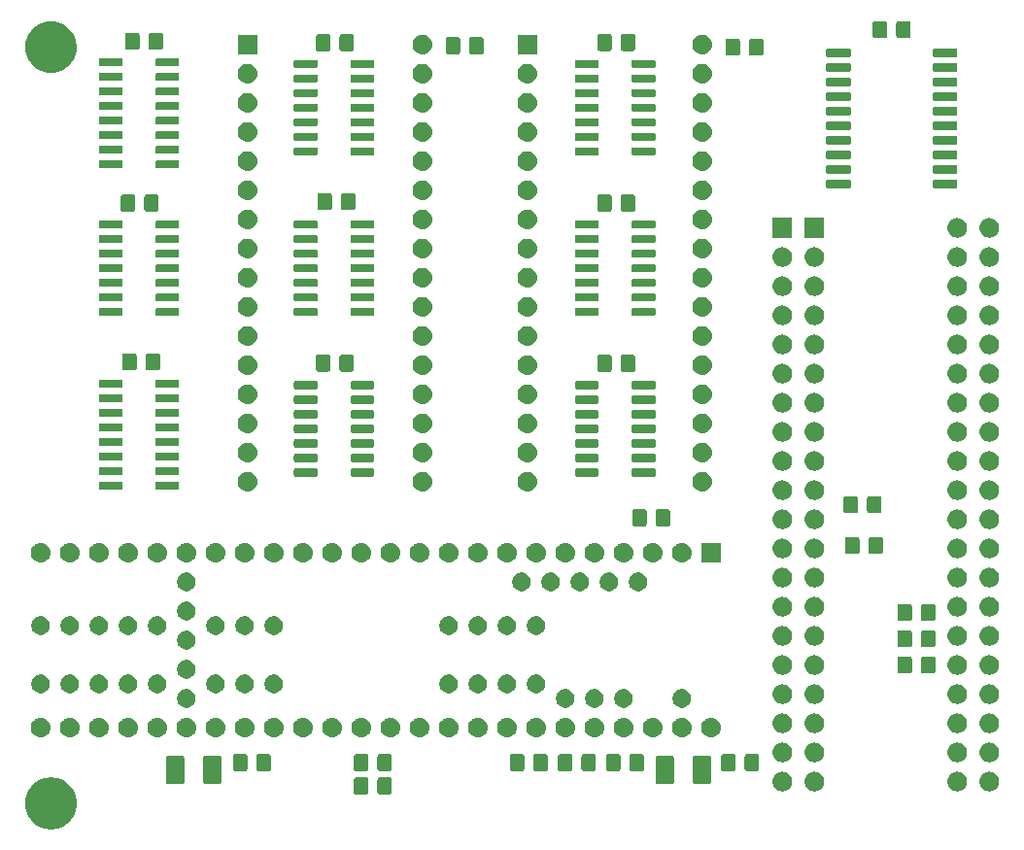
<source format=gbr>
G04 #@! TF.GenerationSoftware,KiCad,Pcbnew,(5.1.2-1)-1*
G04 #@! TF.CreationDate,2020-06-29T00:37:08+01:00*
G04 #@! TF.ProjectId,tranZPUter-SW_v1_1,7472616e-5a50-4557-9465-722d53575f76,rev?*
G04 #@! TF.SameCoordinates,Original*
G04 #@! TF.FileFunction,Soldermask,Top*
G04 #@! TF.FilePolarity,Negative*
%FSLAX46Y46*%
G04 Gerber Fmt 4.6, Leading zero omitted, Abs format (unit mm)*
G04 Created by KiCad (PCBNEW (5.1.2-1)-1) date 2020-06-29 00:37:08*
%MOMM*%
%LPD*%
G04 APERTURE LIST*
%ADD10C,0.100000*%
G04 APERTURE END LIST*
D10*
G36*
X115590321Y-141904466D02*
G01*
X115972593Y-141980504D01*
X116382249Y-142150189D01*
X116750929Y-142396534D01*
X117064466Y-142710071D01*
X117310811Y-143078751D01*
X117480496Y-143488407D01*
X117567000Y-143923296D01*
X117567000Y-144366704D01*
X117480496Y-144801593D01*
X117310811Y-145211249D01*
X117064466Y-145579929D01*
X116750929Y-145893466D01*
X116382249Y-146139811D01*
X115972593Y-146309496D01*
X115591880Y-146385224D01*
X115537705Y-146396000D01*
X115094295Y-146396000D01*
X115040120Y-146385224D01*
X114659407Y-146309496D01*
X114249751Y-146139811D01*
X113881071Y-145893466D01*
X113567534Y-145579929D01*
X113321189Y-145211249D01*
X113151504Y-144801593D01*
X113065000Y-144366704D01*
X113065000Y-143923296D01*
X113151504Y-143488407D01*
X113321189Y-143078751D01*
X113567534Y-142710071D01*
X113881071Y-142396534D01*
X114249751Y-142150189D01*
X114659407Y-141980504D01*
X115041679Y-141904466D01*
X115094295Y-141894000D01*
X115537705Y-141894000D01*
X115590321Y-141904466D01*
X115590321Y-141904466D01*
G37*
G36*
X144871674Y-141874465D02*
G01*
X144909367Y-141885899D01*
X144944103Y-141904466D01*
X144974548Y-141929452D01*
X144999534Y-141959897D01*
X145018101Y-141994633D01*
X145029535Y-142032326D01*
X145034000Y-142077661D01*
X145034000Y-143164339D01*
X145029535Y-143209674D01*
X145018101Y-143247367D01*
X144999534Y-143282103D01*
X144974548Y-143312548D01*
X144944103Y-143337534D01*
X144909367Y-143356101D01*
X144871674Y-143367535D01*
X144826339Y-143372000D01*
X143989661Y-143372000D01*
X143944326Y-143367535D01*
X143906633Y-143356101D01*
X143871897Y-143337534D01*
X143841452Y-143312548D01*
X143816466Y-143282103D01*
X143797899Y-143247367D01*
X143786465Y-143209674D01*
X143782000Y-143164339D01*
X143782000Y-142077661D01*
X143786465Y-142032326D01*
X143797899Y-141994633D01*
X143816466Y-141959897D01*
X143841452Y-141929452D01*
X143871897Y-141904466D01*
X143906633Y-141885899D01*
X143944326Y-141874465D01*
X143989661Y-141870000D01*
X144826339Y-141870000D01*
X144871674Y-141874465D01*
X144871674Y-141874465D01*
G37*
G36*
X142821674Y-141874465D02*
G01*
X142859367Y-141885899D01*
X142894103Y-141904466D01*
X142924548Y-141929452D01*
X142949534Y-141959897D01*
X142968101Y-141994633D01*
X142979535Y-142032326D01*
X142984000Y-142077661D01*
X142984000Y-143164339D01*
X142979535Y-143209674D01*
X142968101Y-143247367D01*
X142949534Y-143282103D01*
X142924548Y-143312548D01*
X142894103Y-143337534D01*
X142859367Y-143356101D01*
X142821674Y-143367535D01*
X142776339Y-143372000D01*
X141939661Y-143372000D01*
X141894326Y-143367535D01*
X141856633Y-143356101D01*
X141821897Y-143337534D01*
X141791452Y-143312548D01*
X141766466Y-143282103D01*
X141747899Y-143247367D01*
X141736465Y-143209674D01*
X141732000Y-143164339D01*
X141732000Y-142077661D01*
X141736465Y-142032326D01*
X141747899Y-141994633D01*
X141766466Y-141959897D01*
X141791452Y-141929452D01*
X141821897Y-141904466D01*
X141856633Y-141885899D01*
X141894326Y-141874465D01*
X141939661Y-141870000D01*
X142776339Y-141870000D01*
X142821674Y-141874465D01*
X142821674Y-141874465D01*
G37*
G36*
X197270823Y-141401313D02*
G01*
X197431242Y-141449976D01*
X197563906Y-141520886D01*
X197579078Y-141528996D01*
X197708659Y-141635341D01*
X197815004Y-141764922D01*
X197815005Y-141764924D01*
X197894024Y-141912758D01*
X197942687Y-142073177D01*
X197959117Y-142240000D01*
X197942687Y-142406823D01*
X197894024Y-142567242D01*
X197870118Y-142611967D01*
X197815004Y-142715078D01*
X197708659Y-142844659D01*
X197579078Y-142951004D01*
X197579076Y-142951005D01*
X197431242Y-143030024D01*
X197270823Y-143078687D01*
X197145804Y-143091000D01*
X197062196Y-143091000D01*
X196937177Y-143078687D01*
X196776758Y-143030024D01*
X196628924Y-142951005D01*
X196628922Y-142951004D01*
X196499341Y-142844659D01*
X196392996Y-142715078D01*
X196337882Y-142611967D01*
X196313976Y-142567242D01*
X196265313Y-142406823D01*
X196248883Y-142240000D01*
X196265313Y-142073177D01*
X196313976Y-141912758D01*
X196392995Y-141764924D01*
X196392996Y-141764922D01*
X196499341Y-141635341D01*
X196628922Y-141528996D01*
X196644094Y-141520886D01*
X196776758Y-141449976D01*
X196937177Y-141401313D01*
X197062196Y-141389000D01*
X197145804Y-141389000D01*
X197270823Y-141401313D01*
X197270823Y-141401313D01*
G37*
G36*
X194476823Y-141401313D02*
G01*
X194637242Y-141449976D01*
X194769906Y-141520886D01*
X194785078Y-141528996D01*
X194914659Y-141635341D01*
X195021004Y-141764922D01*
X195021005Y-141764924D01*
X195100024Y-141912758D01*
X195148687Y-142073177D01*
X195165117Y-142240000D01*
X195148687Y-142406823D01*
X195100024Y-142567242D01*
X195076118Y-142611967D01*
X195021004Y-142715078D01*
X194914659Y-142844659D01*
X194785078Y-142951004D01*
X194785076Y-142951005D01*
X194637242Y-143030024D01*
X194476823Y-143078687D01*
X194351804Y-143091000D01*
X194268196Y-143091000D01*
X194143177Y-143078687D01*
X193982758Y-143030024D01*
X193834924Y-142951005D01*
X193834922Y-142951004D01*
X193705341Y-142844659D01*
X193598996Y-142715078D01*
X193543882Y-142611967D01*
X193519976Y-142567242D01*
X193471313Y-142406823D01*
X193454883Y-142240000D01*
X193471313Y-142073177D01*
X193519976Y-141912758D01*
X193598995Y-141764924D01*
X193598996Y-141764922D01*
X193705341Y-141635341D01*
X193834922Y-141528996D01*
X193850094Y-141520886D01*
X193982758Y-141449976D01*
X194143177Y-141401313D01*
X194268196Y-141389000D01*
X194351804Y-141389000D01*
X194476823Y-141401313D01*
X194476823Y-141401313D01*
G37*
G36*
X182030823Y-141401313D02*
G01*
X182191242Y-141449976D01*
X182323906Y-141520886D01*
X182339078Y-141528996D01*
X182468659Y-141635341D01*
X182575004Y-141764922D01*
X182575005Y-141764924D01*
X182654024Y-141912758D01*
X182702687Y-142073177D01*
X182719117Y-142240000D01*
X182702687Y-142406823D01*
X182654024Y-142567242D01*
X182630118Y-142611967D01*
X182575004Y-142715078D01*
X182468659Y-142844659D01*
X182339078Y-142951004D01*
X182339076Y-142951005D01*
X182191242Y-143030024D01*
X182030823Y-143078687D01*
X181905804Y-143091000D01*
X181822196Y-143091000D01*
X181697177Y-143078687D01*
X181536758Y-143030024D01*
X181388924Y-142951005D01*
X181388922Y-142951004D01*
X181259341Y-142844659D01*
X181152996Y-142715078D01*
X181097882Y-142611967D01*
X181073976Y-142567242D01*
X181025313Y-142406823D01*
X181008883Y-142240000D01*
X181025313Y-142073177D01*
X181073976Y-141912758D01*
X181152995Y-141764924D01*
X181152996Y-141764922D01*
X181259341Y-141635341D01*
X181388922Y-141528996D01*
X181404094Y-141520886D01*
X181536758Y-141449976D01*
X181697177Y-141401313D01*
X181822196Y-141389000D01*
X181905804Y-141389000D01*
X182030823Y-141401313D01*
X182030823Y-141401313D01*
G37*
G36*
X179236823Y-141401313D02*
G01*
X179397242Y-141449976D01*
X179529906Y-141520886D01*
X179545078Y-141528996D01*
X179674659Y-141635341D01*
X179781004Y-141764922D01*
X179781005Y-141764924D01*
X179860024Y-141912758D01*
X179908687Y-142073177D01*
X179925117Y-142240000D01*
X179908687Y-142406823D01*
X179860024Y-142567242D01*
X179836118Y-142611967D01*
X179781004Y-142715078D01*
X179674659Y-142844659D01*
X179545078Y-142951004D01*
X179545076Y-142951005D01*
X179397242Y-143030024D01*
X179236823Y-143078687D01*
X179111804Y-143091000D01*
X179028196Y-143091000D01*
X178903177Y-143078687D01*
X178742758Y-143030024D01*
X178594924Y-142951005D01*
X178594922Y-142951004D01*
X178465341Y-142844659D01*
X178358996Y-142715078D01*
X178303882Y-142611967D01*
X178279976Y-142567242D01*
X178231313Y-142406823D01*
X178214883Y-142240000D01*
X178231313Y-142073177D01*
X178279976Y-141912758D01*
X178358995Y-141764924D01*
X178358996Y-141764922D01*
X178465341Y-141635341D01*
X178594922Y-141528996D01*
X178610094Y-141520886D01*
X178742758Y-141449976D01*
X178903177Y-141401313D01*
X179028196Y-141389000D01*
X179111804Y-141389000D01*
X179236823Y-141401313D01*
X179236823Y-141401313D01*
G37*
G36*
X172712048Y-140002122D02*
G01*
X172746387Y-140012539D01*
X172778036Y-140029456D01*
X172805778Y-140052222D01*
X172828544Y-140079964D01*
X172845461Y-140111613D01*
X172855878Y-140145952D01*
X172860000Y-140187807D01*
X172860000Y-142260193D01*
X172855878Y-142302048D01*
X172845461Y-142336387D01*
X172828544Y-142368036D01*
X172805778Y-142395778D01*
X172778036Y-142418544D01*
X172746387Y-142435461D01*
X172712048Y-142445878D01*
X172670193Y-142450000D01*
X171447807Y-142450000D01*
X171405952Y-142445878D01*
X171371613Y-142435461D01*
X171339964Y-142418544D01*
X171312222Y-142395778D01*
X171289456Y-142368036D01*
X171272539Y-142336387D01*
X171262122Y-142302048D01*
X171258000Y-142260193D01*
X171258000Y-140187807D01*
X171262122Y-140145952D01*
X171272539Y-140111613D01*
X171289456Y-140079964D01*
X171312222Y-140052222D01*
X171339964Y-140029456D01*
X171371613Y-140012539D01*
X171405952Y-140002122D01*
X171447807Y-139998000D01*
X172670193Y-139998000D01*
X172712048Y-140002122D01*
X172712048Y-140002122D01*
G37*
G36*
X169462048Y-140002122D02*
G01*
X169496387Y-140012539D01*
X169528036Y-140029456D01*
X169555778Y-140052222D01*
X169578544Y-140079964D01*
X169595461Y-140111613D01*
X169605878Y-140145952D01*
X169610000Y-140187807D01*
X169610000Y-142260193D01*
X169605878Y-142302048D01*
X169595461Y-142336387D01*
X169578544Y-142368036D01*
X169555778Y-142395778D01*
X169528036Y-142418544D01*
X169496387Y-142435461D01*
X169462048Y-142445878D01*
X169420193Y-142450000D01*
X168197807Y-142450000D01*
X168155952Y-142445878D01*
X168121613Y-142435461D01*
X168089964Y-142418544D01*
X168062222Y-142395778D01*
X168039456Y-142368036D01*
X168022539Y-142336387D01*
X168012122Y-142302048D01*
X168008000Y-142260193D01*
X168008000Y-140187807D01*
X168012122Y-140145952D01*
X168022539Y-140111613D01*
X168039456Y-140079964D01*
X168062222Y-140052222D01*
X168089964Y-140029456D01*
X168121613Y-140012539D01*
X168155952Y-140002122D01*
X168197807Y-139998000D01*
X169420193Y-139998000D01*
X169462048Y-140002122D01*
X169462048Y-140002122D01*
G37*
G36*
X130040048Y-140002122D02*
G01*
X130074387Y-140012539D01*
X130106036Y-140029456D01*
X130133778Y-140052222D01*
X130156544Y-140079964D01*
X130173461Y-140111613D01*
X130183878Y-140145952D01*
X130188000Y-140187807D01*
X130188000Y-142260193D01*
X130183878Y-142302048D01*
X130173461Y-142336387D01*
X130156544Y-142368036D01*
X130133778Y-142395778D01*
X130106036Y-142418544D01*
X130074387Y-142435461D01*
X130040048Y-142445878D01*
X129998193Y-142450000D01*
X128775807Y-142450000D01*
X128733952Y-142445878D01*
X128699613Y-142435461D01*
X128667964Y-142418544D01*
X128640222Y-142395778D01*
X128617456Y-142368036D01*
X128600539Y-142336387D01*
X128590122Y-142302048D01*
X128586000Y-142260193D01*
X128586000Y-140187807D01*
X128590122Y-140145952D01*
X128600539Y-140111613D01*
X128617456Y-140079964D01*
X128640222Y-140052222D01*
X128667964Y-140029456D01*
X128699613Y-140012539D01*
X128733952Y-140002122D01*
X128775807Y-139998000D01*
X129998193Y-139998000D01*
X130040048Y-140002122D01*
X130040048Y-140002122D01*
G37*
G36*
X126790048Y-140002122D02*
G01*
X126824387Y-140012539D01*
X126856036Y-140029456D01*
X126883778Y-140052222D01*
X126906544Y-140079964D01*
X126923461Y-140111613D01*
X126933878Y-140145952D01*
X126938000Y-140187807D01*
X126938000Y-142260193D01*
X126933878Y-142302048D01*
X126923461Y-142336387D01*
X126906544Y-142368036D01*
X126883778Y-142395778D01*
X126856036Y-142418544D01*
X126824387Y-142435461D01*
X126790048Y-142445878D01*
X126748193Y-142450000D01*
X125525807Y-142450000D01*
X125483952Y-142445878D01*
X125449613Y-142435461D01*
X125417964Y-142418544D01*
X125390222Y-142395778D01*
X125367456Y-142368036D01*
X125350539Y-142336387D01*
X125340122Y-142302048D01*
X125336000Y-142260193D01*
X125336000Y-140187807D01*
X125340122Y-140145952D01*
X125350539Y-140111613D01*
X125367456Y-140079964D01*
X125390222Y-140052222D01*
X125417964Y-140029456D01*
X125449613Y-140012539D01*
X125483952Y-140002122D01*
X125525807Y-139998000D01*
X126748193Y-139998000D01*
X126790048Y-140002122D01*
X126790048Y-140002122D01*
G37*
G36*
X156410674Y-139842465D02*
G01*
X156448367Y-139853899D01*
X156483103Y-139872466D01*
X156513548Y-139897452D01*
X156538534Y-139927897D01*
X156557101Y-139962633D01*
X156568535Y-140000326D01*
X156573000Y-140045661D01*
X156573000Y-141132339D01*
X156568535Y-141177674D01*
X156557101Y-141215367D01*
X156538534Y-141250103D01*
X156513548Y-141280548D01*
X156483103Y-141305534D01*
X156448367Y-141324101D01*
X156410674Y-141335535D01*
X156365339Y-141340000D01*
X155528661Y-141340000D01*
X155483326Y-141335535D01*
X155445633Y-141324101D01*
X155410897Y-141305534D01*
X155380452Y-141280548D01*
X155355466Y-141250103D01*
X155336899Y-141215367D01*
X155325465Y-141177674D01*
X155321000Y-141132339D01*
X155321000Y-140045661D01*
X155325465Y-140000326D01*
X155336899Y-139962633D01*
X155355466Y-139927897D01*
X155380452Y-139897452D01*
X155410897Y-139872466D01*
X155445633Y-139853899D01*
X155483326Y-139842465D01*
X155528661Y-139838000D01*
X156365339Y-139838000D01*
X156410674Y-139842465D01*
X156410674Y-139842465D01*
G37*
G36*
X174825674Y-139842465D02*
G01*
X174863367Y-139853899D01*
X174898103Y-139872466D01*
X174928548Y-139897452D01*
X174953534Y-139927897D01*
X174972101Y-139962633D01*
X174983535Y-140000326D01*
X174988000Y-140045661D01*
X174988000Y-141132339D01*
X174983535Y-141177674D01*
X174972101Y-141215367D01*
X174953534Y-141250103D01*
X174928548Y-141280548D01*
X174898103Y-141305534D01*
X174863367Y-141324101D01*
X174825674Y-141335535D01*
X174780339Y-141340000D01*
X173943661Y-141340000D01*
X173898326Y-141335535D01*
X173860633Y-141324101D01*
X173825897Y-141305534D01*
X173795452Y-141280548D01*
X173770466Y-141250103D01*
X173751899Y-141215367D01*
X173740465Y-141177674D01*
X173736000Y-141132339D01*
X173736000Y-140045661D01*
X173740465Y-140000326D01*
X173751899Y-139962633D01*
X173770466Y-139927897D01*
X173795452Y-139897452D01*
X173825897Y-139872466D01*
X173860633Y-139853899D01*
X173898326Y-139842465D01*
X173943661Y-139838000D01*
X174780339Y-139838000D01*
X174825674Y-139842465D01*
X174825674Y-139842465D01*
G37*
G36*
X132280674Y-139842465D02*
G01*
X132318367Y-139853899D01*
X132353103Y-139872466D01*
X132383548Y-139897452D01*
X132408534Y-139927897D01*
X132427101Y-139962633D01*
X132438535Y-140000326D01*
X132443000Y-140045661D01*
X132443000Y-141132339D01*
X132438535Y-141177674D01*
X132427101Y-141215367D01*
X132408534Y-141250103D01*
X132383548Y-141280548D01*
X132353103Y-141305534D01*
X132318367Y-141324101D01*
X132280674Y-141335535D01*
X132235339Y-141340000D01*
X131398661Y-141340000D01*
X131353326Y-141335535D01*
X131315633Y-141324101D01*
X131280897Y-141305534D01*
X131250452Y-141280548D01*
X131225466Y-141250103D01*
X131206899Y-141215367D01*
X131195465Y-141177674D01*
X131191000Y-141132339D01*
X131191000Y-140045661D01*
X131195465Y-140000326D01*
X131206899Y-139962633D01*
X131225466Y-139927897D01*
X131250452Y-139897452D01*
X131280897Y-139872466D01*
X131315633Y-139853899D01*
X131353326Y-139842465D01*
X131398661Y-139838000D01*
X132235339Y-139838000D01*
X132280674Y-139842465D01*
X132280674Y-139842465D01*
G37*
G36*
X134330674Y-139842465D02*
G01*
X134368367Y-139853899D01*
X134403103Y-139872466D01*
X134433548Y-139897452D01*
X134458534Y-139927897D01*
X134477101Y-139962633D01*
X134488535Y-140000326D01*
X134493000Y-140045661D01*
X134493000Y-141132339D01*
X134488535Y-141177674D01*
X134477101Y-141215367D01*
X134458534Y-141250103D01*
X134433548Y-141280548D01*
X134403103Y-141305534D01*
X134368367Y-141324101D01*
X134330674Y-141335535D01*
X134285339Y-141340000D01*
X133448661Y-141340000D01*
X133403326Y-141335535D01*
X133365633Y-141324101D01*
X133330897Y-141305534D01*
X133300452Y-141280548D01*
X133275466Y-141250103D01*
X133256899Y-141215367D01*
X133245465Y-141177674D01*
X133241000Y-141132339D01*
X133241000Y-140045661D01*
X133245465Y-140000326D01*
X133256899Y-139962633D01*
X133275466Y-139927897D01*
X133300452Y-139897452D01*
X133330897Y-139872466D01*
X133365633Y-139853899D01*
X133403326Y-139842465D01*
X133448661Y-139838000D01*
X134285339Y-139838000D01*
X134330674Y-139842465D01*
X134330674Y-139842465D01*
G37*
G36*
X142821674Y-139842465D02*
G01*
X142859367Y-139853899D01*
X142894103Y-139872466D01*
X142924548Y-139897452D01*
X142949534Y-139927897D01*
X142968101Y-139962633D01*
X142979535Y-140000326D01*
X142984000Y-140045661D01*
X142984000Y-141132339D01*
X142979535Y-141177674D01*
X142968101Y-141215367D01*
X142949534Y-141250103D01*
X142924548Y-141280548D01*
X142894103Y-141305534D01*
X142859367Y-141324101D01*
X142821674Y-141335535D01*
X142776339Y-141340000D01*
X141939661Y-141340000D01*
X141894326Y-141335535D01*
X141856633Y-141324101D01*
X141821897Y-141305534D01*
X141791452Y-141280548D01*
X141766466Y-141250103D01*
X141747899Y-141215367D01*
X141736465Y-141177674D01*
X141732000Y-141132339D01*
X141732000Y-140045661D01*
X141736465Y-140000326D01*
X141747899Y-139962633D01*
X141766466Y-139927897D01*
X141791452Y-139897452D01*
X141821897Y-139872466D01*
X141856633Y-139853899D01*
X141894326Y-139842465D01*
X141939661Y-139838000D01*
X142776339Y-139838000D01*
X142821674Y-139842465D01*
X142821674Y-139842465D01*
G37*
G36*
X144871674Y-139842465D02*
G01*
X144909367Y-139853899D01*
X144944103Y-139872466D01*
X144974548Y-139897452D01*
X144999534Y-139927897D01*
X145018101Y-139962633D01*
X145029535Y-140000326D01*
X145034000Y-140045661D01*
X145034000Y-141132339D01*
X145029535Y-141177674D01*
X145018101Y-141215367D01*
X144999534Y-141250103D01*
X144974548Y-141280548D01*
X144944103Y-141305534D01*
X144909367Y-141324101D01*
X144871674Y-141335535D01*
X144826339Y-141340000D01*
X143989661Y-141340000D01*
X143944326Y-141335535D01*
X143906633Y-141324101D01*
X143871897Y-141305534D01*
X143841452Y-141280548D01*
X143816466Y-141250103D01*
X143797899Y-141215367D01*
X143786465Y-141177674D01*
X143782000Y-141132339D01*
X143782000Y-140045661D01*
X143786465Y-140000326D01*
X143797899Y-139962633D01*
X143816466Y-139927897D01*
X143841452Y-139897452D01*
X143871897Y-139872466D01*
X143906633Y-139853899D01*
X143944326Y-139842465D01*
X143989661Y-139838000D01*
X144826339Y-139838000D01*
X144871674Y-139842465D01*
X144871674Y-139842465D01*
G37*
G36*
X158460674Y-139842465D02*
G01*
X158498367Y-139853899D01*
X158533103Y-139872466D01*
X158563548Y-139897452D01*
X158588534Y-139927897D01*
X158607101Y-139962633D01*
X158618535Y-140000326D01*
X158623000Y-140045661D01*
X158623000Y-141132339D01*
X158618535Y-141177674D01*
X158607101Y-141215367D01*
X158588534Y-141250103D01*
X158563548Y-141280548D01*
X158533103Y-141305534D01*
X158498367Y-141324101D01*
X158460674Y-141335535D01*
X158415339Y-141340000D01*
X157578661Y-141340000D01*
X157533326Y-141335535D01*
X157495633Y-141324101D01*
X157460897Y-141305534D01*
X157430452Y-141280548D01*
X157405466Y-141250103D01*
X157386899Y-141215367D01*
X157375465Y-141177674D01*
X157371000Y-141132339D01*
X157371000Y-140045661D01*
X157375465Y-140000326D01*
X157386899Y-139962633D01*
X157405466Y-139927897D01*
X157430452Y-139897452D01*
X157460897Y-139872466D01*
X157495633Y-139853899D01*
X157533326Y-139842465D01*
X157578661Y-139838000D01*
X158415339Y-139838000D01*
X158460674Y-139842465D01*
X158460674Y-139842465D01*
G37*
G36*
X160601674Y-139842465D02*
G01*
X160639367Y-139853899D01*
X160674103Y-139872466D01*
X160704548Y-139897452D01*
X160729534Y-139927897D01*
X160748101Y-139962633D01*
X160759535Y-140000326D01*
X160764000Y-140045661D01*
X160764000Y-141132339D01*
X160759535Y-141177674D01*
X160748101Y-141215367D01*
X160729534Y-141250103D01*
X160704548Y-141280548D01*
X160674103Y-141305534D01*
X160639367Y-141324101D01*
X160601674Y-141335535D01*
X160556339Y-141340000D01*
X159719661Y-141340000D01*
X159674326Y-141335535D01*
X159636633Y-141324101D01*
X159601897Y-141305534D01*
X159571452Y-141280548D01*
X159546466Y-141250103D01*
X159527899Y-141215367D01*
X159516465Y-141177674D01*
X159512000Y-141132339D01*
X159512000Y-140045661D01*
X159516465Y-140000326D01*
X159527899Y-139962633D01*
X159546466Y-139927897D01*
X159571452Y-139897452D01*
X159601897Y-139872466D01*
X159636633Y-139853899D01*
X159674326Y-139842465D01*
X159719661Y-139838000D01*
X160556339Y-139838000D01*
X160601674Y-139842465D01*
X160601674Y-139842465D01*
G37*
G36*
X166842674Y-139842465D02*
G01*
X166880367Y-139853899D01*
X166915103Y-139872466D01*
X166945548Y-139897452D01*
X166970534Y-139927897D01*
X166989101Y-139962633D01*
X167000535Y-140000326D01*
X167005000Y-140045661D01*
X167005000Y-141132339D01*
X167000535Y-141177674D01*
X166989101Y-141215367D01*
X166970534Y-141250103D01*
X166945548Y-141280548D01*
X166915103Y-141305534D01*
X166880367Y-141324101D01*
X166842674Y-141335535D01*
X166797339Y-141340000D01*
X165960661Y-141340000D01*
X165915326Y-141335535D01*
X165877633Y-141324101D01*
X165842897Y-141305534D01*
X165812452Y-141280548D01*
X165787466Y-141250103D01*
X165768899Y-141215367D01*
X165757465Y-141177674D01*
X165753000Y-141132339D01*
X165753000Y-140045661D01*
X165757465Y-140000326D01*
X165768899Y-139962633D01*
X165787466Y-139927897D01*
X165812452Y-139897452D01*
X165842897Y-139872466D01*
X165877633Y-139853899D01*
X165915326Y-139842465D01*
X165960661Y-139838000D01*
X166797339Y-139838000D01*
X166842674Y-139842465D01*
X166842674Y-139842465D01*
G37*
G36*
X164792674Y-139842465D02*
G01*
X164830367Y-139853899D01*
X164865103Y-139872466D01*
X164895548Y-139897452D01*
X164920534Y-139927897D01*
X164939101Y-139962633D01*
X164950535Y-140000326D01*
X164955000Y-140045661D01*
X164955000Y-141132339D01*
X164950535Y-141177674D01*
X164939101Y-141215367D01*
X164920534Y-141250103D01*
X164895548Y-141280548D01*
X164865103Y-141305534D01*
X164830367Y-141324101D01*
X164792674Y-141335535D01*
X164747339Y-141340000D01*
X163910661Y-141340000D01*
X163865326Y-141335535D01*
X163827633Y-141324101D01*
X163792897Y-141305534D01*
X163762452Y-141280548D01*
X163737466Y-141250103D01*
X163718899Y-141215367D01*
X163707465Y-141177674D01*
X163703000Y-141132339D01*
X163703000Y-140045661D01*
X163707465Y-140000326D01*
X163718899Y-139962633D01*
X163737466Y-139927897D01*
X163762452Y-139897452D01*
X163792897Y-139872466D01*
X163827633Y-139853899D01*
X163865326Y-139842465D01*
X163910661Y-139838000D01*
X164747339Y-139838000D01*
X164792674Y-139842465D01*
X164792674Y-139842465D01*
G37*
G36*
X176875674Y-139842465D02*
G01*
X176913367Y-139853899D01*
X176948103Y-139872466D01*
X176978548Y-139897452D01*
X177003534Y-139927897D01*
X177022101Y-139962633D01*
X177033535Y-140000326D01*
X177038000Y-140045661D01*
X177038000Y-141132339D01*
X177033535Y-141177674D01*
X177022101Y-141215367D01*
X177003534Y-141250103D01*
X176978548Y-141280548D01*
X176948103Y-141305534D01*
X176913367Y-141324101D01*
X176875674Y-141335535D01*
X176830339Y-141340000D01*
X175993661Y-141340000D01*
X175948326Y-141335535D01*
X175910633Y-141324101D01*
X175875897Y-141305534D01*
X175845452Y-141280548D01*
X175820466Y-141250103D01*
X175801899Y-141215367D01*
X175790465Y-141177674D01*
X175786000Y-141132339D01*
X175786000Y-140045661D01*
X175790465Y-140000326D01*
X175801899Y-139962633D01*
X175820466Y-139927897D01*
X175845452Y-139897452D01*
X175875897Y-139872466D01*
X175910633Y-139853899D01*
X175948326Y-139842465D01*
X175993661Y-139838000D01*
X176830339Y-139838000D01*
X176875674Y-139842465D01*
X176875674Y-139842465D01*
G37*
G36*
X162651674Y-139842465D02*
G01*
X162689367Y-139853899D01*
X162724103Y-139872466D01*
X162754548Y-139897452D01*
X162779534Y-139927897D01*
X162798101Y-139962633D01*
X162809535Y-140000326D01*
X162814000Y-140045661D01*
X162814000Y-141132339D01*
X162809535Y-141177674D01*
X162798101Y-141215367D01*
X162779534Y-141250103D01*
X162754548Y-141280548D01*
X162724103Y-141305534D01*
X162689367Y-141324101D01*
X162651674Y-141335535D01*
X162606339Y-141340000D01*
X161769661Y-141340000D01*
X161724326Y-141335535D01*
X161686633Y-141324101D01*
X161651897Y-141305534D01*
X161621452Y-141280548D01*
X161596466Y-141250103D01*
X161577899Y-141215367D01*
X161566465Y-141177674D01*
X161562000Y-141132339D01*
X161562000Y-140045661D01*
X161566465Y-140000326D01*
X161577899Y-139962633D01*
X161596466Y-139927897D01*
X161621452Y-139897452D01*
X161651897Y-139872466D01*
X161686633Y-139853899D01*
X161724326Y-139842465D01*
X161769661Y-139838000D01*
X162606339Y-139838000D01*
X162651674Y-139842465D01*
X162651674Y-139842465D01*
G37*
G36*
X197270823Y-138861313D02*
G01*
X197431242Y-138909976D01*
X197563906Y-138980886D01*
X197579078Y-138988996D01*
X197708659Y-139095341D01*
X197815004Y-139224922D01*
X197815005Y-139224924D01*
X197894024Y-139372758D01*
X197942687Y-139533177D01*
X197959117Y-139700000D01*
X197942687Y-139866823D01*
X197894024Y-140027242D01*
X197846227Y-140116663D01*
X197815004Y-140175078D01*
X197708659Y-140304659D01*
X197579078Y-140411004D01*
X197579076Y-140411005D01*
X197431242Y-140490024D01*
X197270823Y-140538687D01*
X197145804Y-140551000D01*
X197062196Y-140551000D01*
X196937177Y-140538687D01*
X196776758Y-140490024D01*
X196628924Y-140411005D01*
X196628922Y-140411004D01*
X196499341Y-140304659D01*
X196392996Y-140175078D01*
X196361773Y-140116663D01*
X196313976Y-140027242D01*
X196265313Y-139866823D01*
X196248883Y-139700000D01*
X196265313Y-139533177D01*
X196313976Y-139372758D01*
X196392995Y-139224924D01*
X196392996Y-139224922D01*
X196499341Y-139095341D01*
X196628922Y-138988996D01*
X196644094Y-138980886D01*
X196776758Y-138909976D01*
X196937177Y-138861313D01*
X197062196Y-138849000D01*
X197145804Y-138849000D01*
X197270823Y-138861313D01*
X197270823Y-138861313D01*
G37*
G36*
X194476823Y-138861313D02*
G01*
X194637242Y-138909976D01*
X194769906Y-138980886D01*
X194785078Y-138988996D01*
X194914659Y-139095341D01*
X195021004Y-139224922D01*
X195021005Y-139224924D01*
X195100024Y-139372758D01*
X195148687Y-139533177D01*
X195165117Y-139700000D01*
X195148687Y-139866823D01*
X195100024Y-140027242D01*
X195052227Y-140116663D01*
X195021004Y-140175078D01*
X194914659Y-140304659D01*
X194785078Y-140411004D01*
X194785076Y-140411005D01*
X194637242Y-140490024D01*
X194476823Y-140538687D01*
X194351804Y-140551000D01*
X194268196Y-140551000D01*
X194143177Y-140538687D01*
X193982758Y-140490024D01*
X193834924Y-140411005D01*
X193834922Y-140411004D01*
X193705341Y-140304659D01*
X193598996Y-140175078D01*
X193567773Y-140116663D01*
X193519976Y-140027242D01*
X193471313Y-139866823D01*
X193454883Y-139700000D01*
X193471313Y-139533177D01*
X193519976Y-139372758D01*
X193598995Y-139224924D01*
X193598996Y-139224922D01*
X193705341Y-139095341D01*
X193834922Y-138988996D01*
X193850094Y-138980886D01*
X193982758Y-138909976D01*
X194143177Y-138861313D01*
X194268196Y-138849000D01*
X194351804Y-138849000D01*
X194476823Y-138861313D01*
X194476823Y-138861313D01*
G37*
G36*
X179236823Y-138861313D02*
G01*
X179397242Y-138909976D01*
X179529906Y-138980886D01*
X179545078Y-138988996D01*
X179674659Y-139095341D01*
X179781004Y-139224922D01*
X179781005Y-139224924D01*
X179860024Y-139372758D01*
X179908687Y-139533177D01*
X179925117Y-139700000D01*
X179908687Y-139866823D01*
X179860024Y-140027242D01*
X179812227Y-140116663D01*
X179781004Y-140175078D01*
X179674659Y-140304659D01*
X179545078Y-140411004D01*
X179545076Y-140411005D01*
X179397242Y-140490024D01*
X179236823Y-140538687D01*
X179111804Y-140551000D01*
X179028196Y-140551000D01*
X178903177Y-140538687D01*
X178742758Y-140490024D01*
X178594924Y-140411005D01*
X178594922Y-140411004D01*
X178465341Y-140304659D01*
X178358996Y-140175078D01*
X178327773Y-140116663D01*
X178279976Y-140027242D01*
X178231313Y-139866823D01*
X178214883Y-139700000D01*
X178231313Y-139533177D01*
X178279976Y-139372758D01*
X178358995Y-139224924D01*
X178358996Y-139224922D01*
X178465341Y-139095341D01*
X178594922Y-138988996D01*
X178610094Y-138980886D01*
X178742758Y-138909976D01*
X178903177Y-138861313D01*
X179028196Y-138849000D01*
X179111804Y-138849000D01*
X179236823Y-138861313D01*
X179236823Y-138861313D01*
G37*
G36*
X182030823Y-138861313D02*
G01*
X182191242Y-138909976D01*
X182323906Y-138980886D01*
X182339078Y-138988996D01*
X182468659Y-139095341D01*
X182575004Y-139224922D01*
X182575005Y-139224924D01*
X182654024Y-139372758D01*
X182702687Y-139533177D01*
X182719117Y-139700000D01*
X182702687Y-139866823D01*
X182654024Y-140027242D01*
X182606227Y-140116663D01*
X182575004Y-140175078D01*
X182468659Y-140304659D01*
X182339078Y-140411004D01*
X182339076Y-140411005D01*
X182191242Y-140490024D01*
X182030823Y-140538687D01*
X181905804Y-140551000D01*
X181822196Y-140551000D01*
X181697177Y-140538687D01*
X181536758Y-140490024D01*
X181388924Y-140411005D01*
X181388922Y-140411004D01*
X181259341Y-140304659D01*
X181152996Y-140175078D01*
X181121773Y-140116663D01*
X181073976Y-140027242D01*
X181025313Y-139866823D01*
X181008883Y-139700000D01*
X181025313Y-139533177D01*
X181073976Y-139372758D01*
X181152995Y-139224924D01*
X181152996Y-139224922D01*
X181259341Y-139095341D01*
X181388922Y-138988996D01*
X181404094Y-138980886D01*
X181536758Y-138909976D01*
X181697177Y-138861313D01*
X181822196Y-138849000D01*
X181905804Y-138849000D01*
X182030823Y-138861313D01*
X182030823Y-138861313D01*
G37*
G36*
X162853823Y-136702313D02*
G01*
X163014242Y-136750976D01*
X163146906Y-136821886D01*
X163162078Y-136829996D01*
X163291659Y-136936341D01*
X163398004Y-137065922D01*
X163398005Y-137065924D01*
X163477024Y-137213758D01*
X163525687Y-137374177D01*
X163542117Y-137541000D01*
X163525687Y-137707823D01*
X163477024Y-137868242D01*
X163433310Y-137950025D01*
X163398004Y-138016078D01*
X163291659Y-138145659D01*
X163162078Y-138252004D01*
X163162076Y-138252005D01*
X163014242Y-138331024D01*
X162853823Y-138379687D01*
X162728804Y-138392000D01*
X162645196Y-138392000D01*
X162520177Y-138379687D01*
X162359758Y-138331024D01*
X162211924Y-138252005D01*
X162211922Y-138252004D01*
X162082341Y-138145659D01*
X161975996Y-138016078D01*
X161940690Y-137950025D01*
X161896976Y-137868242D01*
X161848313Y-137707823D01*
X161831883Y-137541000D01*
X161848313Y-137374177D01*
X161896976Y-137213758D01*
X161975995Y-137065924D01*
X161975996Y-137065922D01*
X162082341Y-136936341D01*
X162211922Y-136829996D01*
X162227094Y-136821886D01*
X162359758Y-136750976D01*
X162520177Y-136702313D01*
X162645196Y-136690000D01*
X162728804Y-136690000D01*
X162853823Y-136702313D01*
X162853823Y-136702313D01*
G37*
G36*
X129833823Y-136702313D02*
G01*
X129994242Y-136750976D01*
X130126906Y-136821886D01*
X130142078Y-136829996D01*
X130271659Y-136936341D01*
X130378004Y-137065922D01*
X130378005Y-137065924D01*
X130457024Y-137213758D01*
X130505687Y-137374177D01*
X130522117Y-137541000D01*
X130505687Y-137707823D01*
X130457024Y-137868242D01*
X130413310Y-137950025D01*
X130378004Y-138016078D01*
X130271659Y-138145659D01*
X130142078Y-138252004D01*
X130142076Y-138252005D01*
X129994242Y-138331024D01*
X129833823Y-138379687D01*
X129708804Y-138392000D01*
X129625196Y-138392000D01*
X129500177Y-138379687D01*
X129339758Y-138331024D01*
X129191924Y-138252005D01*
X129191922Y-138252004D01*
X129062341Y-138145659D01*
X128955996Y-138016078D01*
X128920690Y-137950025D01*
X128876976Y-137868242D01*
X128828313Y-137707823D01*
X128811883Y-137541000D01*
X128828313Y-137374177D01*
X128876976Y-137213758D01*
X128955995Y-137065924D01*
X128955996Y-137065922D01*
X129062341Y-136936341D01*
X129191922Y-136829996D01*
X129207094Y-136821886D01*
X129339758Y-136750976D01*
X129500177Y-136702313D01*
X129625196Y-136690000D01*
X129708804Y-136690000D01*
X129833823Y-136702313D01*
X129833823Y-136702313D01*
G37*
G36*
X114593823Y-136702313D02*
G01*
X114754242Y-136750976D01*
X114886906Y-136821886D01*
X114902078Y-136829996D01*
X115031659Y-136936341D01*
X115138004Y-137065922D01*
X115138005Y-137065924D01*
X115217024Y-137213758D01*
X115265687Y-137374177D01*
X115282117Y-137541000D01*
X115265687Y-137707823D01*
X115217024Y-137868242D01*
X115173310Y-137950025D01*
X115138004Y-138016078D01*
X115031659Y-138145659D01*
X114902078Y-138252004D01*
X114902076Y-138252005D01*
X114754242Y-138331024D01*
X114593823Y-138379687D01*
X114468804Y-138392000D01*
X114385196Y-138392000D01*
X114260177Y-138379687D01*
X114099758Y-138331024D01*
X113951924Y-138252005D01*
X113951922Y-138252004D01*
X113822341Y-138145659D01*
X113715996Y-138016078D01*
X113680690Y-137950025D01*
X113636976Y-137868242D01*
X113588313Y-137707823D01*
X113571883Y-137541000D01*
X113588313Y-137374177D01*
X113636976Y-137213758D01*
X113715995Y-137065924D01*
X113715996Y-137065922D01*
X113822341Y-136936341D01*
X113951922Y-136829996D01*
X113967094Y-136821886D01*
X114099758Y-136750976D01*
X114260177Y-136702313D01*
X114385196Y-136690000D01*
X114468804Y-136690000D01*
X114593823Y-136702313D01*
X114593823Y-136702313D01*
G37*
G36*
X117133823Y-136702313D02*
G01*
X117294242Y-136750976D01*
X117426906Y-136821886D01*
X117442078Y-136829996D01*
X117571659Y-136936341D01*
X117678004Y-137065922D01*
X117678005Y-137065924D01*
X117757024Y-137213758D01*
X117805687Y-137374177D01*
X117822117Y-137541000D01*
X117805687Y-137707823D01*
X117757024Y-137868242D01*
X117713310Y-137950025D01*
X117678004Y-138016078D01*
X117571659Y-138145659D01*
X117442078Y-138252004D01*
X117442076Y-138252005D01*
X117294242Y-138331024D01*
X117133823Y-138379687D01*
X117008804Y-138392000D01*
X116925196Y-138392000D01*
X116800177Y-138379687D01*
X116639758Y-138331024D01*
X116491924Y-138252005D01*
X116491922Y-138252004D01*
X116362341Y-138145659D01*
X116255996Y-138016078D01*
X116220690Y-137950025D01*
X116176976Y-137868242D01*
X116128313Y-137707823D01*
X116111883Y-137541000D01*
X116128313Y-137374177D01*
X116176976Y-137213758D01*
X116255995Y-137065924D01*
X116255996Y-137065922D01*
X116362341Y-136936341D01*
X116491922Y-136829996D01*
X116507094Y-136821886D01*
X116639758Y-136750976D01*
X116800177Y-136702313D01*
X116925196Y-136690000D01*
X117008804Y-136690000D01*
X117133823Y-136702313D01*
X117133823Y-136702313D01*
G37*
G36*
X119673823Y-136702313D02*
G01*
X119834242Y-136750976D01*
X119966906Y-136821886D01*
X119982078Y-136829996D01*
X120111659Y-136936341D01*
X120218004Y-137065922D01*
X120218005Y-137065924D01*
X120297024Y-137213758D01*
X120345687Y-137374177D01*
X120362117Y-137541000D01*
X120345687Y-137707823D01*
X120297024Y-137868242D01*
X120253310Y-137950025D01*
X120218004Y-138016078D01*
X120111659Y-138145659D01*
X119982078Y-138252004D01*
X119982076Y-138252005D01*
X119834242Y-138331024D01*
X119673823Y-138379687D01*
X119548804Y-138392000D01*
X119465196Y-138392000D01*
X119340177Y-138379687D01*
X119179758Y-138331024D01*
X119031924Y-138252005D01*
X119031922Y-138252004D01*
X118902341Y-138145659D01*
X118795996Y-138016078D01*
X118760690Y-137950025D01*
X118716976Y-137868242D01*
X118668313Y-137707823D01*
X118651883Y-137541000D01*
X118668313Y-137374177D01*
X118716976Y-137213758D01*
X118795995Y-137065924D01*
X118795996Y-137065922D01*
X118902341Y-136936341D01*
X119031922Y-136829996D01*
X119047094Y-136821886D01*
X119179758Y-136750976D01*
X119340177Y-136702313D01*
X119465196Y-136690000D01*
X119548804Y-136690000D01*
X119673823Y-136702313D01*
X119673823Y-136702313D01*
G37*
G36*
X122213823Y-136702313D02*
G01*
X122374242Y-136750976D01*
X122506906Y-136821886D01*
X122522078Y-136829996D01*
X122651659Y-136936341D01*
X122758004Y-137065922D01*
X122758005Y-137065924D01*
X122837024Y-137213758D01*
X122885687Y-137374177D01*
X122902117Y-137541000D01*
X122885687Y-137707823D01*
X122837024Y-137868242D01*
X122793310Y-137950025D01*
X122758004Y-138016078D01*
X122651659Y-138145659D01*
X122522078Y-138252004D01*
X122522076Y-138252005D01*
X122374242Y-138331024D01*
X122213823Y-138379687D01*
X122088804Y-138392000D01*
X122005196Y-138392000D01*
X121880177Y-138379687D01*
X121719758Y-138331024D01*
X121571924Y-138252005D01*
X121571922Y-138252004D01*
X121442341Y-138145659D01*
X121335996Y-138016078D01*
X121300690Y-137950025D01*
X121256976Y-137868242D01*
X121208313Y-137707823D01*
X121191883Y-137541000D01*
X121208313Y-137374177D01*
X121256976Y-137213758D01*
X121335995Y-137065924D01*
X121335996Y-137065922D01*
X121442341Y-136936341D01*
X121571922Y-136829996D01*
X121587094Y-136821886D01*
X121719758Y-136750976D01*
X121880177Y-136702313D01*
X122005196Y-136690000D01*
X122088804Y-136690000D01*
X122213823Y-136702313D01*
X122213823Y-136702313D01*
G37*
G36*
X124753823Y-136702313D02*
G01*
X124914242Y-136750976D01*
X125046906Y-136821886D01*
X125062078Y-136829996D01*
X125191659Y-136936341D01*
X125298004Y-137065922D01*
X125298005Y-137065924D01*
X125377024Y-137213758D01*
X125425687Y-137374177D01*
X125442117Y-137541000D01*
X125425687Y-137707823D01*
X125377024Y-137868242D01*
X125333310Y-137950025D01*
X125298004Y-138016078D01*
X125191659Y-138145659D01*
X125062078Y-138252004D01*
X125062076Y-138252005D01*
X124914242Y-138331024D01*
X124753823Y-138379687D01*
X124628804Y-138392000D01*
X124545196Y-138392000D01*
X124420177Y-138379687D01*
X124259758Y-138331024D01*
X124111924Y-138252005D01*
X124111922Y-138252004D01*
X123982341Y-138145659D01*
X123875996Y-138016078D01*
X123840690Y-137950025D01*
X123796976Y-137868242D01*
X123748313Y-137707823D01*
X123731883Y-137541000D01*
X123748313Y-137374177D01*
X123796976Y-137213758D01*
X123875995Y-137065924D01*
X123875996Y-137065922D01*
X123982341Y-136936341D01*
X124111922Y-136829996D01*
X124127094Y-136821886D01*
X124259758Y-136750976D01*
X124420177Y-136702313D01*
X124545196Y-136690000D01*
X124628804Y-136690000D01*
X124753823Y-136702313D01*
X124753823Y-136702313D01*
G37*
G36*
X127293823Y-136702313D02*
G01*
X127454242Y-136750976D01*
X127586906Y-136821886D01*
X127602078Y-136829996D01*
X127731659Y-136936341D01*
X127838004Y-137065922D01*
X127838005Y-137065924D01*
X127917024Y-137213758D01*
X127965687Y-137374177D01*
X127982117Y-137541000D01*
X127965687Y-137707823D01*
X127917024Y-137868242D01*
X127873310Y-137950025D01*
X127838004Y-138016078D01*
X127731659Y-138145659D01*
X127602078Y-138252004D01*
X127602076Y-138252005D01*
X127454242Y-138331024D01*
X127293823Y-138379687D01*
X127168804Y-138392000D01*
X127085196Y-138392000D01*
X126960177Y-138379687D01*
X126799758Y-138331024D01*
X126651924Y-138252005D01*
X126651922Y-138252004D01*
X126522341Y-138145659D01*
X126415996Y-138016078D01*
X126380690Y-137950025D01*
X126336976Y-137868242D01*
X126288313Y-137707823D01*
X126271883Y-137541000D01*
X126288313Y-137374177D01*
X126336976Y-137213758D01*
X126415995Y-137065924D01*
X126415996Y-137065922D01*
X126522341Y-136936341D01*
X126651922Y-136829996D01*
X126667094Y-136821886D01*
X126799758Y-136750976D01*
X126960177Y-136702313D01*
X127085196Y-136690000D01*
X127168804Y-136690000D01*
X127293823Y-136702313D01*
X127293823Y-136702313D01*
G37*
G36*
X132373823Y-136702313D02*
G01*
X132534242Y-136750976D01*
X132666906Y-136821886D01*
X132682078Y-136829996D01*
X132811659Y-136936341D01*
X132918004Y-137065922D01*
X132918005Y-137065924D01*
X132997024Y-137213758D01*
X133045687Y-137374177D01*
X133062117Y-137541000D01*
X133045687Y-137707823D01*
X132997024Y-137868242D01*
X132953310Y-137950025D01*
X132918004Y-138016078D01*
X132811659Y-138145659D01*
X132682078Y-138252004D01*
X132682076Y-138252005D01*
X132534242Y-138331024D01*
X132373823Y-138379687D01*
X132248804Y-138392000D01*
X132165196Y-138392000D01*
X132040177Y-138379687D01*
X131879758Y-138331024D01*
X131731924Y-138252005D01*
X131731922Y-138252004D01*
X131602341Y-138145659D01*
X131495996Y-138016078D01*
X131460690Y-137950025D01*
X131416976Y-137868242D01*
X131368313Y-137707823D01*
X131351883Y-137541000D01*
X131368313Y-137374177D01*
X131416976Y-137213758D01*
X131495995Y-137065924D01*
X131495996Y-137065922D01*
X131602341Y-136936341D01*
X131731922Y-136829996D01*
X131747094Y-136821886D01*
X131879758Y-136750976D01*
X132040177Y-136702313D01*
X132165196Y-136690000D01*
X132248804Y-136690000D01*
X132373823Y-136702313D01*
X132373823Y-136702313D01*
G37*
G36*
X134913823Y-136702313D02*
G01*
X135074242Y-136750976D01*
X135206906Y-136821886D01*
X135222078Y-136829996D01*
X135351659Y-136936341D01*
X135458004Y-137065922D01*
X135458005Y-137065924D01*
X135537024Y-137213758D01*
X135585687Y-137374177D01*
X135602117Y-137541000D01*
X135585687Y-137707823D01*
X135537024Y-137868242D01*
X135493310Y-137950025D01*
X135458004Y-138016078D01*
X135351659Y-138145659D01*
X135222078Y-138252004D01*
X135222076Y-138252005D01*
X135074242Y-138331024D01*
X134913823Y-138379687D01*
X134788804Y-138392000D01*
X134705196Y-138392000D01*
X134580177Y-138379687D01*
X134419758Y-138331024D01*
X134271924Y-138252005D01*
X134271922Y-138252004D01*
X134142341Y-138145659D01*
X134035996Y-138016078D01*
X134000690Y-137950025D01*
X133956976Y-137868242D01*
X133908313Y-137707823D01*
X133891883Y-137541000D01*
X133908313Y-137374177D01*
X133956976Y-137213758D01*
X134035995Y-137065924D01*
X134035996Y-137065922D01*
X134142341Y-136936341D01*
X134271922Y-136829996D01*
X134287094Y-136821886D01*
X134419758Y-136750976D01*
X134580177Y-136702313D01*
X134705196Y-136690000D01*
X134788804Y-136690000D01*
X134913823Y-136702313D01*
X134913823Y-136702313D01*
G37*
G36*
X137453823Y-136702313D02*
G01*
X137614242Y-136750976D01*
X137746906Y-136821886D01*
X137762078Y-136829996D01*
X137891659Y-136936341D01*
X137998004Y-137065922D01*
X137998005Y-137065924D01*
X138077024Y-137213758D01*
X138125687Y-137374177D01*
X138142117Y-137541000D01*
X138125687Y-137707823D01*
X138077024Y-137868242D01*
X138033310Y-137950025D01*
X137998004Y-138016078D01*
X137891659Y-138145659D01*
X137762078Y-138252004D01*
X137762076Y-138252005D01*
X137614242Y-138331024D01*
X137453823Y-138379687D01*
X137328804Y-138392000D01*
X137245196Y-138392000D01*
X137120177Y-138379687D01*
X136959758Y-138331024D01*
X136811924Y-138252005D01*
X136811922Y-138252004D01*
X136682341Y-138145659D01*
X136575996Y-138016078D01*
X136540690Y-137950025D01*
X136496976Y-137868242D01*
X136448313Y-137707823D01*
X136431883Y-137541000D01*
X136448313Y-137374177D01*
X136496976Y-137213758D01*
X136575995Y-137065924D01*
X136575996Y-137065922D01*
X136682341Y-136936341D01*
X136811922Y-136829996D01*
X136827094Y-136821886D01*
X136959758Y-136750976D01*
X137120177Y-136702313D01*
X137245196Y-136690000D01*
X137328804Y-136690000D01*
X137453823Y-136702313D01*
X137453823Y-136702313D01*
G37*
G36*
X139993823Y-136702313D02*
G01*
X140154242Y-136750976D01*
X140286906Y-136821886D01*
X140302078Y-136829996D01*
X140431659Y-136936341D01*
X140538004Y-137065922D01*
X140538005Y-137065924D01*
X140617024Y-137213758D01*
X140665687Y-137374177D01*
X140682117Y-137541000D01*
X140665687Y-137707823D01*
X140617024Y-137868242D01*
X140573310Y-137950025D01*
X140538004Y-138016078D01*
X140431659Y-138145659D01*
X140302078Y-138252004D01*
X140302076Y-138252005D01*
X140154242Y-138331024D01*
X139993823Y-138379687D01*
X139868804Y-138392000D01*
X139785196Y-138392000D01*
X139660177Y-138379687D01*
X139499758Y-138331024D01*
X139351924Y-138252005D01*
X139351922Y-138252004D01*
X139222341Y-138145659D01*
X139115996Y-138016078D01*
X139080690Y-137950025D01*
X139036976Y-137868242D01*
X138988313Y-137707823D01*
X138971883Y-137541000D01*
X138988313Y-137374177D01*
X139036976Y-137213758D01*
X139115995Y-137065924D01*
X139115996Y-137065922D01*
X139222341Y-136936341D01*
X139351922Y-136829996D01*
X139367094Y-136821886D01*
X139499758Y-136750976D01*
X139660177Y-136702313D01*
X139785196Y-136690000D01*
X139868804Y-136690000D01*
X139993823Y-136702313D01*
X139993823Y-136702313D01*
G37*
G36*
X142533823Y-136702313D02*
G01*
X142694242Y-136750976D01*
X142826906Y-136821886D01*
X142842078Y-136829996D01*
X142971659Y-136936341D01*
X143078004Y-137065922D01*
X143078005Y-137065924D01*
X143157024Y-137213758D01*
X143205687Y-137374177D01*
X143222117Y-137541000D01*
X143205687Y-137707823D01*
X143157024Y-137868242D01*
X143113310Y-137950025D01*
X143078004Y-138016078D01*
X142971659Y-138145659D01*
X142842078Y-138252004D01*
X142842076Y-138252005D01*
X142694242Y-138331024D01*
X142533823Y-138379687D01*
X142408804Y-138392000D01*
X142325196Y-138392000D01*
X142200177Y-138379687D01*
X142039758Y-138331024D01*
X141891924Y-138252005D01*
X141891922Y-138252004D01*
X141762341Y-138145659D01*
X141655996Y-138016078D01*
X141620690Y-137950025D01*
X141576976Y-137868242D01*
X141528313Y-137707823D01*
X141511883Y-137541000D01*
X141528313Y-137374177D01*
X141576976Y-137213758D01*
X141655995Y-137065924D01*
X141655996Y-137065922D01*
X141762341Y-136936341D01*
X141891922Y-136829996D01*
X141907094Y-136821886D01*
X142039758Y-136750976D01*
X142200177Y-136702313D01*
X142325196Y-136690000D01*
X142408804Y-136690000D01*
X142533823Y-136702313D01*
X142533823Y-136702313D01*
G37*
G36*
X145073823Y-136702313D02*
G01*
X145234242Y-136750976D01*
X145366906Y-136821886D01*
X145382078Y-136829996D01*
X145511659Y-136936341D01*
X145618004Y-137065922D01*
X145618005Y-137065924D01*
X145697024Y-137213758D01*
X145745687Y-137374177D01*
X145762117Y-137541000D01*
X145745687Y-137707823D01*
X145697024Y-137868242D01*
X145653310Y-137950025D01*
X145618004Y-138016078D01*
X145511659Y-138145659D01*
X145382078Y-138252004D01*
X145382076Y-138252005D01*
X145234242Y-138331024D01*
X145073823Y-138379687D01*
X144948804Y-138392000D01*
X144865196Y-138392000D01*
X144740177Y-138379687D01*
X144579758Y-138331024D01*
X144431924Y-138252005D01*
X144431922Y-138252004D01*
X144302341Y-138145659D01*
X144195996Y-138016078D01*
X144160690Y-137950025D01*
X144116976Y-137868242D01*
X144068313Y-137707823D01*
X144051883Y-137541000D01*
X144068313Y-137374177D01*
X144116976Y-137213758D01*
X144195995Y-137065924D01*
X144195996Y-137065922D01*
X144302341Y-136936341D01*
X144431922Y-136829996D01*
X144447094Y-136821886D01*
X144579758Y-136750976D01*
X144740177Y-136702313D01*
X144865196Y-136690000D01*
X144948804Y-136690000D01*
X145073823Y-136702313D01*
X145073823Y-136702313D01*
G37*
G36*
X147613823Y-136702313D02*
G01*
X147774242Y-136750976D01*
X147906906Y-136821886D01*
X147922078Y-136829996D01*
X148051659Y-136936341D01*
X148158004Y-137065922D01*
X148158005Y-137065924D01*
X148237024Y-137213758D01*
X148285687Y-137374177D01*
X148302117Y-137541000D01*
X148285687Y-137707823D01*
X148237024Y-137868242D01*
X148193310Y-137950025D01*
X148158004Y-138016078D01*
X148051659Y-138145659D01*
X147922078Y-138252004D01*
X147922076Y-138252005D01*
X147774242Y-138331024D01*
X147613823Y-138379687D01*
X147488804Y-138392000D01*
X147405196Y-138392000D01*
X147280177Y-138379687D01*
X147119758Y-138331024D01*
X146971924Y-138252005D01*
X146971922Y-138252004D01*
X146842341Y-138145659D01*
X146735996Y-138016078D01*
X146700690Y-137950025D01*
X146656976Y-137868242D01*
X146608313Y-137707823D01*
X146591883Y-137541000D01*
X146608313Y-137374177D01*
X146656976Y-137213758D01*
X146735995Y-137065924D01*
X146735996Y-137065922D01*
X146842341Y-136936341D01*
X146971922Y-136829996D01*
X146987094Y-136821886D01*
X147119758Y-136750976D01*
X147280177Y-136702313D01*
X147405196Y-136690000D01*
X147488804Y-136690000D01*
X147613823Y-136702313D01*
X147613823Y-136702313D01*
G37*
G36*
X150153823Y-136702313D02*
G01*
X150314242Y-136750976D01*
X150446906Y-136821886D01*
X150462078Y-136829996D01*
X150591659Y-136936341D01*
X150698004Y-137065922D01*
X150698005Y-137065924D01*
X150777024Y-137213758D01*
X150825687Y-137374177D01*
X150842117Y-137541000D01*
X150825687Y-137707823D01*
X150777024Y-137868242D01*
X150733310Y-137950025D01*
X150698004Y-138016078D01*
X150591659Y-138145659D01*
X150462078Y-138252004D01*
X150462076Y-138252005D01*
X150314242Y-138331024D01*
X150153823Y-138379687D01*
X150028804Y-138392000D01*
X149945196Y-138392000D01*
X149820177Y-138379687D01*
X149659758Y-138331024D01*
X149511924Y-138252005D01*
X149511922Y-138252004D01*
X149382341Y-138145659D01*
X149275996Y-138016078D01*
X149240690Y-137950025D01*
X149196976Y-137868242D01*
X149148313Y-137707823D01*
X149131883Y-137541000D01*
X149148313Y-137374177D01*
X149196976Y-137213758D01*
X149275995Y-137065924D01*
X149275996Y-137065922D01*
X149382341Y-136936341D01*
X149511922Y-136829996D01*
X149527094Y-136821886D01*
X149659758Y-136750976D01*
X149820177Y-136702313D01*
X149945196Y-136690000D01*
X150028804Y-136690000D01*
X150153823Y-136702313D01*
X150153823Y-136702313D01*
G37*
G36*
X152693823Y-136702313D02*
G01*
X152854242Y-136750976D01*
X152986906Y-136821886D01*
X153002078Y-136829996D01*
X153131659Y-136936341D01*
X153238004Y-137065922D01*
X153238005Y-137065924D01*
X153317024Y-137213758D01*
X153365687Y-137374177D01*
X153382117Y-137541000D01*
X153365687Y-137707823D01*
X153317024Y-137868242D01*
X153273310Y-137950025D01*
X153238004Y-138016078D01*
X153131659Y-138145659D01*
X153002078Y-138252004D01*
X153002076Y-138252005D01*
X152854242Y-138331024D01*
X152693823Y-138379687D01*
X152568804Y-138392000D01*
X152485196Y-138392000D01*
X152360177Y-138379687D01*
X152199758Y-138331024D01*
X152051924Y-138252005D01*
X152051922Y-138252004D01*
X151922341Y-138145659D01*
X151815996Y-138016078D01*
X151780690Y-137950025D01*
X151736976Y-137868242D01*
X151688313Y-137707823D01*
X151671883Y-137541000D01*
X151688313Y-137374177D01*
X151736976Y-137213758D01*
X151815995Y-137065924D01*
X151815996Y-137065922D01*
X151922341Y-136936341D01*
X152051922Y-136829996D01*
X152067094Y-136821886D01*
X152199758Y-136750976D01*
X152360177Y-136702313D01*
X152485196Y-136690000D01*
X152568804Y-136690000D01*
X152693823Y-136702313D01*
X152693823Y-136702313D01*
G37*
G36*
X155233823Y-136702313D02*
G01*
X155394242Y-136750976D01*
X155526906Y-136821886D01*
X155542078Y-136829996D01*
X155671659Y-136936341D01*
X155778004Y-137065922D01*
X155778005Y-137065924D01*
X155857024Y-137213758D01*
X155905687Y-137374177D01*
X155922117Y-137541000D01*
X155905687Y-137707823D01*
X155857024Y-137868242D01*
X155813310Y-137950025D01*
X155778004Y-138016078D01*
X155671659Y-138145659D01*
X155542078Y-138252004D01*
X155542076Y-138252005D01*
X155394242Y-138331024D01*
X155233823Y-138379687D01*
X155108804Y-138392000D01*
X155025196Y-138392000D01*
X154900177Y-138379687D01*
X154739758Y-138331024D01*
X154591924Y-138252005D01*
X154591922Y-138252004D01*
X154462341Y-138145659D01*
X154355996Y-138016078D01*
X154320690Y-137950025D01*
X154276976Y-137868242D01*
X154228313Y-137707823D01*
X154211883Y-137541000D01*
X154228313Y-137374177D01*
X154276976Y-137213758D01*
X154355995Y-137065924D01*
X154355996Y-137065922D01*
X154462341Y-136936341D01*
X154591922Y-136829996D01*
X154607094Y-136821886D01*
X154739758Y-136750976D01*
X154900177Y-136702313D01*
X155025196Y-136690000D01*
X155108804Y-136690000D01*
X155233823Y-136702313D01*
X155233823Y-136702313D01*
G37*
G36*
X157773823Y-136702313D02*
G01*
X157934242Y-136750976D01*
X158066906Y-136821886D01*
X158082078Y-136829996D01*
X158211659Y-136936341D01*
X158318004Y-137065922D01*
X158318005Y-137065924D01*
X158397024Y-137213758D01*
X158445687Y-137374177D01*
X158462117Y-137541000D01*
X158445687Y-137707823D01*
X158397024Y-137868242D01*
X158353310Y-137950025D01*
X158318004Y-138016078D01*
X158211659Y-138145659D01*
X158082078Y-138252004D01*
X158082076Y-138252005D01*
X157934242Y-138331024D01*
X157773823Y-138379687D01*
X157648804Y-138392000D01*
X157565196Y-138392000D01*
X157440177Y-138379687D01*
X157279758Y-138331024D01*
X157131924Y-138252005D01*
X157131922Y-138252004D01*
X157002341Y-138145659D01*
X156895996Y-138016078D01*
X156860690Y-137950025D01*
X156816976Y-137868242D01*
X156768313Y-137707823D01*
X156751883Y-137541000D01*
X156768313Y-137374177D01*
X156816976Y-137213758D01*
X156895995Y-137065924D01*
X156895996Y-137065922D01*
X157002341Y-136936341D01*
X157131922Y-136829996D01*
X157147094Y-136821886D01*
X157279758Y-136750976D01*
X157440177Y-136702313D01*
X157565196Y-136690000D01*
X157648804Y-136690000D01*
X157773823Y-136702313D01*
X157773823Y-136702313D01*
G37*
G36*
X160313823Y-136702313D02*
G01*
X160474242Y-136750976D01*
X160606906Y-136821886D01*
X160622078Y-136829996D01*
X160751659Y-136936341D01*
X160858004Y-137065922D01*
X160858005Y-137065924D01*
X160937024Y-137213758D01*
X160985687Y-137374177D01*
X161002117Y-137541000D01*
X160985687Y-137707823D01*
X160937024Y-137868242D01*
X160893310Y-137950025D01*
X160858004Y-138016078D01*
X160751659Y-138145659D01*
X160622078Y-138252004D01*
X160622076Y-138252005D01*
X160474242Y-138331024D01*
X160313823Y-138379687D01*
X160188804Y-138392000D01*
X160105196Y-138392000D01*
X159980177Y-138379687D01*
X159819758Y-138331024D01*
X159671924Y-138252005D01*
X159671922Y-138252004D01*
X159542341Y-138145659D01*
X159435996Y-138016078D01*
X159400690Y-137950025D01*
X159356976Y-137868242D01*
X159308313Y-137707823D01*
X159291883Y-137541000D01*
X159308313Y-137374177D01*
X159356976Y-137213758D01*
X159435995Y-137065924D01*
X159435996Y-137065922D01*
X159542341Y-136936341D01*
X159671922Y-136829996D01*
X159687094Y-136821886D01*
X159819758Y-136750976D01*
X159980177Y-136702313D01*
X160105196Y-136690000D01*
X160188804Y-136690000D01*
X160313823Y-136702313D01*
X160313823Y-136702313D01*
G37*
G36*
X165393823Y-136702313D02*
G01*
X165554242Y-136750976D01*
X165686906Y-136821886D01*
X165702078Y-136829996D01*
X165831659Y-136936341D01*
X165938004Y-137065922D01*
X165938005Y-137065924D01*
X166017024Y-137213758D01*
X166065687Y-137374177D01*
X166082117Y-137541000D01*
X166065687Y-137707823D01*
X166017024Y-137868242D01*
X165973310Y-137950025D01*
X165938004Y-138016078D01*
X165831659Y-138145659D01*
X165702078Y-138252004D01*
X165702076Y-138252005D01*
X165554242Y-138331024D01*
X165393823Y-138379687D01*
X165268804Y-138392000D01*
X165185196Y-138392000D01*
X165060177Y-138379687D01*
X164899758Y-138331024D01*
X164751924Y-138252005D01*
X164751922Y-138252004D01*
X164622341Y-138145659D01*
X164515996Y-138016078D01*
X164480690Y-137950025D01*
X164436976Y-137868242D01*
X164388313Y-137707823D01*
X164371883Y-137541000D01*
X164388313Y-137374177D01*
X164436976Y-137213758D01*
X164515995Y-137065924D01*
X164515996Y-137065922D01*
X164622341Y-136936341D01*
X164751922Y-136829996D01*
X164767094Y-136821886D01*
X164899758Y-136750976D01*
X165060177Y-136702313D01*
X165185196Y-136690000D01*
X165268804Y-136690000D01*
X165393823Y-136702313D01*
X165393823Y-136702313D01*
G37*
G36*
X167933823Y-136702313D02*
G01*
X168094242Y-136750976D01*
X168226906Y-136821886D01*
X168242078Y-136829996D01*
X168371659Y-136936341D01*
X168478004Y-137065922D01*
X168478005Y-137065924D01*
X168557024Y-137213758D01*
X168605687Y-137374177D01*
X168622117Y-137541000D01*
X168605687Y-137707823D01*
X168557024Y-137868242D01*
X168513310Y-137950025D01*
X168478004Y-138016078D01*
X168371659Y-138145659D01*
X168242078Y-138252004D01*
X168242076Y-138252005D01*
X168094242Y-138331024D01*
X167933823Y-138379687D01*
X167808804Y-138392000D01*
X167725196Y-138392000D01*
X167600177Y-138379687D01*
X167439758Y-138331024D01*
X167291924Y-138252005D01*
X167291922Y-138252004D01*
X167162341Y-138145659D01*
X167055996Y-138016078D01*
X167020690Y-137950025D01*
X166976976Y-137868242D01*
X166928313Y-137707823D01*
X166911883Y-137541000D01*
X166928313Y-137374177D01*
X166976976Y-137213758D01*
X167055995Y-137065924D01*
X167055996Y-137065922D01*
X167162341Y-136936341D01*
X167291922Y-136829996D01*
X167307094Y-136821886D01*
X167439758Y-136750976D01*
X167600177Y-136702313D01*
X167725196Y-136690000D01*
X167808804Y-136690000D01*
X167933823Y-136702313D01*
X167933823Y-136702313D01*
G37*
G36*
X170473823Y-136702313D02*
G01*
X170634242Y-136750976D01*
X170766906Y-136821886D01*
X170782078Y-136829996D01*
X170911659Y-136936341D01*
X171018004Y-137065922D01*
X171018005Y-137065924D01*
X171097024Y-137213758D01*
X171145687Y-137374177D01*
X171162117Y-137541000D01*
X171145687Y-137707823D01*
X171097024Y-137868242D01*
X171053310Y-137950025D01*
X171018004Y-138016078D01*
X170911659Y-138145659D01*
X170782078Y-138252004D01*
X170782076Y-138252005D01*
X170634242Y-138331024D01*
X170473823Y-138379687D01*
X170348804Y-138392000D01*
X170265196Y-138392000D01*
X170140177Y-138379687D01*
X169979758Y-138331024D01*
X169831924Y-138252005D01*
X169831922Y-138252004D01*
X169702341Y-138145659D01*
X169595996Y-138016078D01*
X169560690Y-137950025D01*
X169516976Y-137868242D01*
X169468313Y-137707823D01*
X169451883Y-137541000D01*
X169468313Y-137374177D01*
X169516976Y-137213758D01*
X169595995Y-137065924D01*
X169595996Y-137065922D01*
X169702341Y-136936341D01*
X169831922Y-136829996D01*
X169847094Y-136821886D01*
X169979758Y-136750976D01*
X170140177Y-136702313D01*
X170265196Y-136690000D01*
X170348804Y-136690000D01*
X170473823Y-136702313D01*
X170473823Y-136702313D01*
G37*
G36*
X173013823Y-136702313D02*
G01*
X173174242Y-136750976D01*
X173306906Y-136821886D01*
X173322078Y-136829996D01*
X173451659Y-136936341D01*
X173558004Y-137065922D01*
X173558005Y-137065924D01*
X173637024Y-137213758D01*
X173685687Y-137374177D01*
X173702117Y-137541000D01*
X173685687Y-137707823D01*
X173637024Y-137868242D01*
X173593310Y-137950025D01*
X173558004Y-138016078D01*
X173451659Y-138145659D01*
X173322078Y-138252004D01*
X173322076Y-138252005D01*
X173174242Y-138331024D01*
X173013823Y-138379687D01*
X172888804Y-138392000D01*
X172805196Y-138392000D01*
X172680177Y-138379687D01*
X172519758Y-138331024D01*
X172371924Y-138252005D01*
X172371922Y-138252004D01*
X172242341Y-138145659D01*
X172135996Y-138016078D01*
X172100690Y-137950025D01*
X172056976Y-137868242D01*
X172008313Y-137707823D01*
X171991883Y-137541000D01*
X172008313Y-137374177D01*
X172056976Y-137213758D01*
X172135995Y-137065924D01*
X172135996Y-137065922D01*
X172242341Y-136936341D01*
X172371922Y-136829996D01*
X172387094Y-136821886D01*
X172519758Y-136750976D01*
X172680177Y-136702313D01*
X172805196Y-136690000D01*
X172888804Y-136690000D01*
X173013823Y-136702313D01*
X173013823Y-136702313D01*
G37*
G36*
X197270823Y-136321313D02*
G01*
X197431242Y-136369976D01*
X197563906Y-136440886D01*
X197579078Y-136448996D01*
X197708659Y-136555341D01*
X197815004Y-136684922D01*
X197815005Y-136684924D01*
X197894024Y-136832758D01*
X197942687Y-136993177D01*
X197959117Y-137160000D01*
X197942687Y-137326823D01*
X197894024Y-137487242D01*
X197823114Y-137619906D01*
X197815004Y-137635078D01*
X197708659Y-137764659D01*
X197579078Y-137871004D01*
X197579076Y-137871005D01*
X197431242Y-137950024D01*
X197270823Y-137998687D01*
X197145804Y-138011000D01*
X197062196Y-138011000D01*
X196937177Y-137998687D01*
X196776758Y-137950024D01*
X196628924Y-137871005D01*
X196628922Y-137871004D01*
X196499341Y-137764659D01*
X196392996Y-137635078D01*
X196384886Y-137619906D01*
X196313976Y-137487242D01*
X196265313Y-137326823D01*
X196248883Y-137160000D01*
X196265313Y-136993177D01*
X196313976Y-136832758D01*
X196392995Y-136684924D01*
X196392996Y-136684922D01*
X196499341Y-136555341D01*
X196628922Y-136448996D01*
X196644094Y-136440886D01*
X196776758Y-136369976D01*
X196937177Y-136321313D01*
X197062196Y-136309000D01*
X197145804Y-136309000D01*
X197270823Y-136321313D01*
X197270823Y-136321313D01*
G37*
G36*
X182030823Y-136321313D02*
G01*
X182191242Y-136369976D01*
X182323906Y-136440886D01*
X182339078Y-136448996D01*
X182468659Y-136555341D01*
X182575004Y-136684922D01*
X182575005Y-136684924D01*
X182654024Y-136832758D01*
X182702687Y-136993177D01*
X182719117Y-137160000D01*
X182702687Y-137326823D01*
X182654024Y-137487242D01*
X182583114Y-137619906D01*
X182575004Y-137635078D01*
X182468659Y-137764659D01*
X182339078Y-137871004D01*
X182339076Y-137871005D01*
X182191242Y-137950024D01*
X182030823Y-137998687D01*
X181905804Y-138011000D01*
X181822196Y-138011000D01*
X181697177Y-137998687D01*
X181536758Y-137950024D01*
X181388924Y-137871005D01*
X181388922Y-137871004D01*
X181259341Y-137764659D01*
X181152996Y-137635078D01*
X181144886Y-137619906D01*
X181073976Y-137487242D01*
X181025313Y-137326823D01*
X181008883Y-137160000D01*
X181025313Y-136993177D01*
X181073976Y-136832758D01*
X181152995Y-136684924D01*
X181152996Y-136684922D01*
X181259341Y-136555341D01*
X181388922Y-136448996D01*
X181404094Y-136440886D01*
X181536758Y-136369976D01*
X181697177Y-136321313D01*
X181822196Y-136309000D01*
X181905804Y-136309000D01*
X182030823Y-136321313D01*
X182030823Y-136321313D01*
G37*
G36*
X194476823Y-136321313D02*
G01*
X194637242Y-136369976D01*
X194769906Y-136440886D01*
X194785078Y-136448996D01*
X194914659Y-136555341D01*
X195021004Y-136684922D01*
X195021005Y-136684924D01*
X195100024Y-136832758D01*
X195148687Y-136993177D01*
X195165117Y-137160000D01*
X195148687Y-137326823D01*
X195100024Y-137487242D01*
X195029114Y-137619906D01*
X195021004Y-137635078D01*
X194914659Y-137764659D01*
X194785078Y-137871004D01*
X194785076Y-137871005D01*
X194637242Y-137950024D01*
X194476823Y-137998687D01*
X194351804Y-138011000D01*
X194268196Y-138011000D01*
X194143177Y-137998687D01*
X193982758Y-137950024D01*
X193834924Y-137871005D01*
X193834922Y-137871004D01*
X193705341Y-137764659D01*
X193598996Y-137635078D01*
X193590886Y-137619906D01*
X193519976Y-137487242D01*
X193471313Y-137326823D01*
X193454883Y-137160000D01*
X193471313Y-136993177D01*
X193519976Y-136832758D01*
X193598995Y-136684924D01*
X193598996Y-136684922D01*
X193705341Y-136555341D01*
X193834922Y-136448996D01*
X193850094Y-136440886D01*
X193982758Y-136369976D01*
X194143177Y-136321313D01*
X194268196Y-136309000D01*
X194351804Y-136309000D01*
X194476823Y-136321313D01*
X194476823Y-136321313D01*
G37*
G36*
X179236823Y-136321313D02*
G01*
X179397242Y-136369976D01*
X179529906Y-136440886D01*
X179545078Y-136448996D01*
X179674659Y-136555341D01*
X179781004Y-136684922D01*
X179781005Y-136684924D01*
X179860024Y-136832758D01*
X179908687Y-136993177D01*
X179925117Y-137160000D01*
X179908687Y-137326823D01*
X179860024Y-137487242D01*
X179789114Y-137619906D01*
X179781004Y-137635078D01*
X179674659Y-137764659D01*
X179545078Y-137871004D01*
X179545076Y-137871005D01*
X179397242Y-137950024D01*
X179236823Y-137998687D01*
X179111804Y-138011000D01*
X179028196Y-138011000D01*
X178903177Y-137998687D01*
X178742758Y-137950024D01*
X178594924Y-137871005D01*
X178594922Y-137871004D01*
X178465341Y-137764659D01*
X178358996Y-137635078D01*
X178350886Y-137619906D01*
X178279976Y-137487242D01*
X178231313Y-137326823D01*
X178214883Y-137160000D01*
X178231313Y-136993177D01*
X178279976Y-136832758D01*
X178358995Y-136684924D01*
X178358996Y-136684922D01*
X178465341Y-136555341D01*
X178594922Y-136448996D01*
X178610094Y-136440886D01*
X178742758Y-136369976D01*
X178903177Y-136321313D01*
X179028196Y-136309000D01*
X179111804Y-136309000D01*
X179236823Y-136321313D01*
X179236823Y-136321313D01*
G37*
G36*
X160384142Y-134219242D02*
G01*
X160532101Y-134280529D01*
X160665255Y-134369499D01*
X160778501Y-134482745D01*
X160867471Y-134615899D01*
X160928758Y-134763858D01*
X160960000Y-134920925D01*
X160960000Y-135081075D01*
X160928758Y-135238142D01*
X160867471Y-135386101D01*
X160778501Y-135519255D01*
X160665255Y-135632501D01*
X160532101Y-135721471D01*
X160384142Y-135782758D01*
X160227075Y-135814000D01*
X160066925Y-135814000D01*
X159909858Y-135782758D01*
X159761899Y-135721471D01*
X159628745Y-135632501D01*
X159515499Y-135519255D01*
X159426529Y-135386101D01*
X159365242Y-135238142D01*
X159334000Y-135081075D01*
X159334000Y-134920925D01*
X159365242Y-134763858D01*
X159426529Y-134615899D01*
X159515499Y-134482745D01*
X159628745Y-134369499D01*
X159761899Y-134280529D01*
X159909858Y-134219242D01*
X160066925Y-134188000D01*
X160227075Y-134188000D01*
X160384142Y-134219242D01*
X160384142Y-134219242D01*
G37*
G36*
X170544142Y-134219242D02*
G01*
X170692101Y-134280529D01*
X170825255Y-134369499D01*
X170938501Y-134482745D01*
X171027471Y-134615899D01*
X171088758Y-134763858D01*
X171120000Y-134920925D01*
X171120000Y-135081075D01*
X171088758Y-135238142D01*
X171027471Y-135386101D01*
X170938501Y-135519255D01*
X170825255Y-135632501D01*
X170692101Y-135721471D01*
X170544142Y-135782758D01*
X170387075Y-135814000D01*
X170226925Y-135814000D01*
X170069858Y-135782758D01*
X169921899Y-135721471D01*
X169788745Y-135632501D01*
X169675499Y-135519255D01*
X169586529Y-135386101D01*
X169525242Y-135238142D01*
X169494000Y-135081075D01*
X169494000Y-134920925D01*
X169525242Y-134763858D01*
X169586529Y-134615899D01*
X169675499Y-134482745D01*
X169788745Y-134369499D01*
X169921899Y-134280529D01*
X170069858Y-134219242D01*
X170226925Y-134188000D01*
X170387075Y-134188000D01*
X170544142Y-134219242D01*
X170544142Y-134219242D01*
G37*
G36*
X165464142Y-134219242D02*
G01*
X165612101Y-134280529D01*
X165745255Y-134369499D01*
X165858501Y-134482745D01*
X165947471Y-134615899D01*
X166008758Y-134763858D01*
X166040000Y-134920925D01*
X166040000Y-135081075D01*
X166008758Y-135238142D01*
X165947471Y-135386101D01*
X165858501Y-135519255D01*
X165745255Y-135632501D01*
X165612101Y-135721471D01*
X165464142Y-135782758D01*
X165307075Y-135814000D01*
X165146925Y-135814000D01*
X164989858Y-135782758D01*
X164841899Y-135721471D01*
X164708745Y-135632501D01*
X164595499Y-135519255D01*
X164506529Y-135386101D01*
X164445242Y-135238142D01*
X164414000Y-135081075D01*
X164414000Y-134920925D01*
X164445242Y-134763858D01*
X164506529Y-134615899D01*
X164595499Y-134482745D01*
X164708745Y-134369499D01*
X164841899Y-134280529D01*
X164989858Y-134219242D01*
X165146925Y-134188000D01*
X165307075Y-134188000D01*
X165464142Y-134219242D01*
X165464142Y-134219242D01*
G37*
G36*
X162924142Y-134219242D02*
G01*
X163072101Y-134280529D01*
X163205255Y-134369499D01*
X163318501Y-134482745D01*
X163407471Y-134615899D01*
X163468758Y-134763858D01*
X163500000Y-134920925D01*
X163500000Y-135081075D01*
X163468758Y-135238142D01*
X163407471Y-135386101D01*
X163318501Y-135519255D01*
X163205255Y-135632501D01*
X163072101Y-135721471D01*
X162924142Y-135782758D01*
X162767075Y-135814000D01*
X162606925Y-135814000D01*
X162449858Y-135782758D01*
X162301899Y-135721471D01*
X162168745Y-135632501D01*
X162055499Y-135519255D01*
X161966529Y-135386101D01*
X161905242Y-135238142D01*
X161874000Y-135081075D01*
X161874000Y-134920925D01*
X161905242Y-134763858D01*
X161966529Y-134615899D01*
X162055499Y-134482745D01*
X162168745Y-134369499D01*
X162301899Y-134280529D01*
X162449858Y-134219242D01*
X162606925Y-134188000D01*
X162767075Y-134188000D01*
X162924142Y-134219242D01*
X162924142Y-134219242D01*
G37*
G36*
X127364142Y-134219242D02*
G01*
X127512101Y-134280529D01*
X127645255Y-134369499D01*
X127758501Y-134482745D01*
X127847471Y-134615899D01*
X127908758Y-134763858D01*
X127940000Y-134920925D01*
X127940000Y-135081075D01*
X127908758Y-135238142D01*
X127847471Y-135386101D01*
X127758501Y-135519255D01*
X127645255Y-135632501D01*
X127512101Y-135721471D01*
X127364142Y-135782758D01*
X127207075Y-135814000D01*
X127046925Y-135814000D01*
X126889858Y-135782758D01*
X126741899Y-135721471D01*
X126608745Y-135632501D01*
X126495499Y-135519255D01*
X126406529Y-135386101D01*
X126345242Y-135238142D01*
X126314000Y-135081075D01*
X126314000Y-134920925D01*
X126345242Y-134763858D01*
X126406529Y-134615899D01*
X126495499Y-134482745D01*
X126608745Y-134369499D01*
X126741899Y-134280529D01*
X126889858Y-134219242D01*
X127046925Y-134188000D01*
X127207075Y-134188000D01*
X127364142Y-134219242D01*
X127364142Y-134219242D01*
G37*
G36*
X179236823Y-133781313D02*
G01*
X179397242Y-133829976D01*
X179529906Y-133900886D01*
X179545078Y-133908996D01*
X179674659Y-134015341D01*
X179781004Y-134144922D01*
X179781005Y-134144924D01*
X179860024Y-134292758D01*
X179908687Y-134453177D01*
X179925117Y-134620000D01*
X179908687Y-134786823D01*
X179860024Y-134947242D01*
X179789114Y-135079906D01*
X179781004Y-135095078D01*
X179674659Y-135224659D01*
X179545078Y-135331004D01*
X179545076Y-135331005D01*
X179397242Y-135410024D01*
X179236823Y-135458687D01*
X179111804Y-135471000D01*
X179028196Y-135471000D01*
X178903177Y-135458687D01*
X178742758Y-135410024D01*
X178594924Y-135331005D01*
X178594922Y-135331004D01*
X178465341Y-135224659D01*
X178358996Y-135095078D01*
X178350886Y-135079906D01*
X178279976Y-134947242D01*
X178231313Y-134786823D01*
X178214883Y-134620000D01*
X178231313Y-134453177D01*
X178279976Y-134292758D01*
X178358995Y-134144924D01*
X178358996Y-134144922D01*
X178465341Y-134015341D01*
X178594922Y-133908996D01*
X178610094Y-133900886D01*
X178742758Y-133829976D01*
X178903177Y-133781313D01*
X179028196Y-133769000D01*
X179111804Y-133769000D01*
X179236823Y-133781313D01*
X179236823Y-133781313D01*
G37*
G36*
X182030823Y-133781313D02*
G01*
X182191242Y-133829976D01*
X182323906Y-133900886D01*
X182339078Y-133908996D01*
X182468659Y-134015341D01*
X182575004Y-134144922D01*
X182575005Y-134144924D01*
X182654024Y-134292758D01*
X182702687Y-134453177D01*
X182719117Y-134620000D01*
X182702687Y-134786823D01*
X182654024Y-134947242D01*
X182583114Y-135079906D01*
X182575004Y-135095078D01*
X182468659Y-135224659D01*
X182339078Y-135331004D01*
X182339076Y-135331005D01*
X182191242Y-135410024D01*
X182030823Y-135458687D01*
X181905804Y-135471000D01*
X181822196Y-135471000D01*
X181697177Y-135458687D01*
X181536758Y-135410024D01*
X181388924Y-135331005D01*
X181388922Y-135331004D01*
X181259341Y-135224659D01*
X181152996Y-135095078D01*
X181144886Y-135079906D01*
X181073976Y-134947242D01*
X181025313Y-134786823D01*
X181008883Y-134620000D01*
X181025313Y-134453177D01*
X181073976Y-134292758D01*
X181152995Y-134144924D01*
X181152996Y-134144922D01*
X181259341Y-134015341D01*
X181388922Y-133908996D01*
X181404094Y-133900886D01*
X181536758Y-133829976D01*
X181697177Y-133781313D01*
X181822196Y-133769000D01*
X181905804Y-133769000D01*
X182030823Y-133781313D01*
X182030823Y-133781313D01*
G37*
G36*
X194476823Y-133781313D02*
G01*
X194637242Y-133829976D01*
X194769906Y-133900886D01*
X194785078Y-133908996D01*
X194914659Y-134015341D01*
X195021004Y-134144922D01*
X195021005Y-134144924D01*
X195100024Y-134292758D01*
X195148687Y-134453177D01*
X195165117Y-134620000D01*
X195148687Y-134786823D01*
X195100024Y-134947242D01*
X195029114Y-135079906D01*
X195021004Y-135095078D01*
X194914659Y-135224659D01*
X194785078Y-135331004D01*
X194785076Y-135331005D01*
X194637242Y-135410024D01*
X194476823Y-135458687D01*
X194351804Y-135471000D01*
X194268196Y-135471000D01*
X194143177Y-135458687D01*
X193982758Y-135410024D01*
X193834924Y-135331005D01*
X193834922Y-135331004D01*
X193705341Y-135224659D01*
X193598996Y-135095078D01*
X193590886Y-135079906D01*
X193519976Y-134947242D01*
X193471313Y-134786823D01*
X193454883Y-134620000D01*
X193471313Y-134453177D01*
X193519976Y-134292758D01*
X193598995Y-134144924D01*
X193598996Y-134144922D01*
X193705341Y-134015341D01*
X193834922Y-133908996D01*
X193850094Y-133900886D01*
X193982758Y-133829976D01*
X194143177Y-133781313D01*
X194268196Y-133769000D01*
X194351804Y-133769000D01*
X194476823Y-133781313D01*
X194476823Y-133781313D01*
G37*
G36*
X197270823Y-133781313D02*
G01*
X197431242Y-133829976D01*
X197563906Y-133900886D01*
X197579078Y-133908996D01*
X197708659Y-134015341D01*
X197815004Y-134144922D01*
X197815005Y-134144924D01*
X197894024Y-134292758D01*
X197942687Y-134453177D01*
X197959117Y-134620000D01*
X197942687Y-134786823D01*
X197894024Y-134947242D01*
X197823114Y-135079906D01*
X197815004Y-135095078D01*
X197708659Y-135224659D01*
X197579078Y-135331004D01*
X197579076Y-135331005D01*
X197431242Y-135410024D01*
X197270823Y-135458687D01*
X197145804Y-135471000D01*
X197062196Y-135471000D01*
X196937177Y-135458687D01*
X196776758Y-135410024D01*
X196628924Y-135331005D01*
X196628922Y-135331004D01*
X196499341Y-135224659D01*
X196392996Y-135095078D01*
X196384886Y-135079906D01*
X196313976Y-134947242D01*
X196265313Y-134786823D01*
X196248883Y-134620000D01*
X196265313Y-134453177D01*
X196313976Y-134292758D01*
X196392995Y-134144924D01*
X196392996Y-134144922D01*
X196499341Y-134015341D01*
X196628922Y-133908996D01*
X196644094Y-133900886D01*
X196776758Y-133829976D01*
X196937177Y-133781313D01*
X197062196Y-133769000D01*
X197145804Y-133769000D01*
X197270823Y-133781313D01*
X197270823Y-133781313D01*
G37*
G36*
X155304142Y-132949242D02*
G01*
X155452101Y-133010529D01*
X155585255Y-133099499D01*
X155698501Y-133212745D01*
X155787471Y-133345899D01*
X155848758Y-133493858D01*
X155880000Y-133650925D01*
X155880000Y-133811075D01*
X155848758Y-133968142D01*
X155787471Y-134116101D01*
X155698501Y-134249255D01*
X155585255Y-134362501D01*
X155452101Y-134451471D01*
X155304142Y-134512758D01*
X155147075Y-134544000D01*
X154986925Y-134544000D01*
X154829858Y-134512758D01*
X154681899Y-134451471D01*
X154548745Y-134362501D01*
X154435499Y-134249255D01*
X154346529Y-134116101D01*
X154285242Y-133968142D01*
X154254000Y-133811075D01*
X154254000Y-133650925D01*
X154285242Y-133493858D01*
X154346529Y-133345899D01*
X154435499Y-133212745D01*
X154548745Y-133099499D01*
X154681899Y-133010529D01*
X154829858Y-132949242D01*
X154986925Y-132918000D01*
X155147075Y-132918000D01*
X155304142Y-132949242D01*
X155304142Y-132949242D01*
G37*
G36*
X152764142Y-132949242D02*
G01*
X152912101Y-133010529D01*
X153045255Y-133099499D01*
X153158501Y-133212745D01*
X153247471Y-133345899D01*
X153308758Y-133493858D01*
X153340000Y-133650925D01*
X153340000Y-133811075D01*
X153308758Y-133968142D01*
X153247471Y-134116101D01*
X153158501Y-134249255D01*
X153045255Y-134362501D01*
X152912101Y-134451471D01*
X152764142Y-134512758D01*
X152607075Y-134544000D01*
X152446925Y-134544000D01*
X152289858Y-134512758D01*
X152141899Y-134451471D01*
X152008745Y-134362501D01*
X151895499Y-134249255D01*
X151806529Y-134116101D01*
X151745242Y-133968142D01*
X151714000Y-133811075D01*
X151714000Y-133650925D01*
X151745242Y-133493858D01*
X151806529Y-133345899D01*
X151895499Y-133212745D01*
X152008745Y-133099499D01*
X152141899Y-133010529D01*
X152289858Y-132949242D01*
X152446925Y-132918000D01*
X152607075Y-132918000D01*
X152764142Y-132949242D01*
X152764142Y-132949242D01*
G37*
G36*
X157844142Y-132949242D02*
G01*
X157992101Y-133010529D01*
X158125255Y-133099499D01*
X158238501Y-133212745D01*
X158327471Y-133345899D01*
X158388758Y-133493858D01*
X158420000Y-133650925D01*
X158420000Y-133811075D01*
X158388758Y-133968142D01*
X158327471Y-134116101D01*
X158238501Y-134249255D01*
X158125255Y-134362501D01*
X157992101Y-134451471D01*
X157844142Y-134512758D01*
X157687075Y-134544000D01*
X157526925Y-134544000D01*
X157369858Y-134512758D01*
X157221899Y-134451471D01*
X157088745Y-134362501D01*
X156975499Y-134249255D01*
X156886529Y-134116101D01*
X156825242Y-133968142D01*
X156794000Y-133811075D01*
X156794000Y-133650925D01*
X156825242Y-133493858D01*
X156886529Y-133345899D01*
X156975499Y-133212745D01*
X157088745Y-133099499D01*
X157221899Y-133010529D01*
X157369858Y-132949242D01*
X157526925Y-132918000D01*
X157687075Y-132918000D01*
X157844142Y-132949242D01*
X157844142Y-132949242D01*
G37*
G36*
X117204142Y-132949242D02*
G01*
X117352101Y-133010529D01*
X117485255Y-133099499D01*
X117598501Y-133212745D01*
X117687471Y-133345899D01*
X117748758Y-133493858D01*
X117780000Y-133650925D01*
X117780000Y-133811075D01*
X117748758Y-133968142D01*
X117687471Y-134116101D01*
X117598501Y-134249255D01*
X117485255Y-134362501D01*
X117352101Y-134451471D01*
X117204142Y-134512758D01*
X117047075Y-134544000D01*
X116886925Y-134544000D01*
X116729858Y-134512758D01*
X116581899Y-134451471D01*
X116448745Y-134362501D01*
X116335499Y-134249255D01*
X116246529Y-134116101D01*
X116185242Y-133968142D01*
X116154000Y-133811075D01*
X116154000Y-133650925D01*
X116185242Y-133493858D01*
X116246529Y-133345899D01*
X116335499Y-133212745D01*
X116448745Y-133099499D01*
X116581899Y-133010529D01*
X116729858Y-132949242D01*
X116886925Y-132918000D01*
X117047075Y-132918000D01*
X117204142Y-132949242D01*
X117204142Y-132949242D01*
G37*
G36*
X114664142Y-132949242D02*
G01*
X114812101Y-133010529D01*
X114945255Y-133099499D01*
X115058501Y-133212745D01*
X115147471Y-133345899D01*
X115208758Y-133493858D01*
X115240000Y-133650925D01*
X115240000Y-133811075D01*
X115208758Y-133968142D01*
X115147471Y-134116101D01*
X115058501Y-134249255D01*
X114945255Y-134362501D01*
X114812101Y-134451471D01*
X114664142Y-134512758D01*
X114507075Y-134544000D01*
X114346925Y-134544000D01*
X114189858Y-134512758D01*
X114041899Y-134451471D01*
X113908745Y-134362501D01*
X113795499Y-134249255D01*
X113706529Y-134116101D01*
X113645242Y-133968142D01*
X113614000Y-133811075D01*
X113614000Y-133650925D01*
X113645242Y-133493858D01*
X113706529Y-133345899D01*
X113795499Y-133212745D01*
X113908745Y-133099499D01*
X114041899Y-133010529D01*
X114189858Y-132949242D01*
X114346925Y-132918000D01*
X114507075Y-132918000D01*
X114664142Y-132949242D01*
X114664142Y-132949242D01*
G37*
G36*
X119744142Y-132949242D02*
G01*
X119892101Y-133010529D01*
X120025255Y-133099499D01*
X120138501Y-133212745D01*
X120227471Y-133345899D01*
X120288758Y-133493858D01*
X120320000Y-133650925D01*
X120320000Y-133811075D01*
X120288758Y-133968142D01*
X120227471Y-134116101D01*
X120138501Y-134249255D01*
X120025255Y-134362501D01*
X119892101Y-134451471D01*
X119744142Y-134512758D01*
X119587075Y-134544000D01*
X119426925Y-134544000D01*
X119269858Y-134512758D01*
X119121899Y-134451471D01*
X118988745Y-134362501D01*
X118875499Y-134249255D01*
X118786529Y-134116101D01*
X118725242Y-133968142D01*
X118694000Y-133811075D01*
X118694000Y-133650925D01*
X118725242Y-133493858D01*
X118786529Y-133345899D01*
X118875499Y-133212745D01*
X118988745Y-133099499D01*
X119121899Y-133010529D01*
X119269858Y-132949242D01*
X119426925Y-132918000D01*
X119587075Y-132918000D01*
X119744142Y-132949242D01*
X119744142Y-132949242D01*
G37*
G36*
X122284142Y-132949242D02*
G01*
X122432101Y-133010529D01*
X122565255Y-133099499D01*
X122678501Y-133212745D01*
X122767471Y-133345899D01*
X122828758Y-133493858D01*
X122860000Y-133650925D01*
X122860000Y-133811075D01*
X122828758Y-133968142D01*
X122767471Y-134116101D01*
X122678501Y-134249255D01*
X122565255Y-134362501D01*
X122432101Y-134451471D01*
X122284142Y-134512758D01*
X122127075Y-134544000D01*
X121966925Y-134544000D01*
X121809858Y-134512758D01*
X121661899Y-134451471D01*
X121528745Y-134362501D01*
X121415499Y-134249255D01*
X121326529Y-134116101D01*
X121265242Y-133968142D01*
X121234000Y-133811075D01*
X121234000Y-133650925D01*
X121265242Y-133493858D01*
X121326529Y-133345899D01*
X121415499Y-133212745D01*
X121528745Y-133099499D01*
X121661899Y-133010529D01*
X121809858Y-132949242D01*
X121966925Y-132918000D01*
X122127075Y-132918000D01*
X122284142Y-132949242D01*
X122284142Y-132949242D01*
G37*
G36*
X124824142Y-132949242D02*
G01*
X124972101Y-133010529D01*
X125105255Y-133099499D01*
X125218501Y-133212745D01*
X125307471Y-133345899D01*
X125368758Y-133493858D01*
X125400000Y-133650925D01*
X125400000Y-133811075D01*
X125368758Y-133968142D01*
X125307471Y-134116101D01*
X125218501Y-134249255D01*
X125105255Y-134362501D01*
X124972101Y-134451471D01*
X124824142Y-134512758D01*
X124667075Y-134544000D01*
X124506925Y-134544000D01*
X124349858Y-134512758D01*
X124201899Y-134451471D01*
X124068745Y-134362501D01*
X123955499Y-134249255D01*
X123866529Y-134116101D01*
X123805242Y-133968142D01*
X123774000Y-133811075D01*
X123774000Y-133650925D01*
X123805242Y-133493858D01*
X123866529Y-133345899D01*
X123955499Y-133212745D01*
X124068745Y-133099499D01*
X124201899Y-133010529D01*
X124349858Y-132949242D01*
X124506925Y-132918000D01*
X124667075Y-132918000D01*
X124824142Y-132949242D01*
X124824142Y-132949242D01*
G37*
G36*
X150224142Y-132949242D02*
G01*
X150372101Y-133010529D01*
X150505255Y-133099499D01*
X150618501Y-133212745D01*
X150707471Y-133345899D01*
X150768758Y-133493858D01*
X150800000Y-133650925D01*
X150800000Y-133811075D01*
X150768758Y-133968142D01*
X150707471Y-134116101D01*
X150618501Y-134249255D01*
X150505255Y-134362501D01*
X150372101Y-134451471D01*
X150224142Y-134512758D01*
X150067075Y-134544000D01*
X149906925Y-134544000D01*
X149749858Y-134512758D01*
X149601899Y-134451471D01*
X149468745Y-134362501D01*
X149355499Y-134249255D01*
X149266529Y-134116101D01*
X149205242Y-133968142D01*
X149174000Y-133811075D01*
X149174000Y-133650925D01*
X149205242Y-133493858D01*
X149266529Y-133345899D01*
X149355499Y-133212745D01*
X149468745Y-133099499D01*
X149601899Y-133010529D01*
X149749858Y-132949242D01*
X149906925Y-132918000D01*
X150067075Y-132918000D01*
X150224142Y-132949242D01*
X150224142Y-132949242D01*
G37*
G36*
X134984142Y-132949242D02*
G01*
X135132101Y-133010529D01*
X135265255Y-133099499D01*
X135378501Y-133212745D01*
X135467471Y-133345899D01*
X135528758Y-133493858D01*
X135560000Y-133650925D01*
X135560000Y-133811075D01*
X135528758Y-133968142D01*
X135467471Y-134116101D01*
X135378501Y-134249255D01*
X135265255Y-134362501D01*
X135132101Y-134451471D01*
X134984142Y-134512758D01*
X134827075Y-134544000D01*
X134666925Y-134544000D01*
X134509858Y-134512758D01*
X134361899Y-134451471D01*
X134228745Y-134362501D01*
X134115499Y-134249255D01*
X134026529Y-134116101D01*
X133965242Y-133968142D01*
X133934000Y-133811075D01*
X133934000Y-133650925D01*
X133965242Y-133493858D01*
X134026529Y-133345899D01*
X134115499Y-133212745D01*
X134228745Y-133099499D01*
X134361899Y-133010529D01*
X134509858Y-132949242D01*
X134666925Y-132918000D01*
X134827075Y-132918000D01*
X134984142Y-132949242D01*
X134984142Y-132949242D01*
G37*
G36*
X132444142Y-132949242D02*
G01*
X132592101Y-133010529D01*
X132725255Y-133099499D01*
X132838501Y-133212745D01*
X132927471Y-133345899D01*
X132988758Y-133493858D01*
X133020000Y-133650925D01*
X133020000Y-133811075D01*
X132988758Y-133968142D01*
X132927471Y-134116101D01*
X132838501Y-134249255D01*
X132725255Y-134362501D01*
X132592101Y-134451471D01*
X132444142Y-134512758D01*
X132287075Y-134544000D01*
X132126925Y-134544000D01*
X131969858Y-134512758D01*
X131821899Y-134451471D01*
X131688745Y-134362501D01*
X131575499Y-134249255D01*
X131486529Y-134116101D01*
X131425242Y-133968142D01*
X131394000Y-133811075D01*
X131394000Y-133650925D01*
X131425242Y-133493858D01*
X131486529Y-133345899D01*
X131575499Y-133212745D01*
X131688745Y-133099499D01*
X131821899Y-133010529D01*
X131969858Y-132949242D01*
X132126925Y-132918000D01*
X132287075Y-132918000D01*
X132444142Y-132949242D01*
X132444142Y-132949242D01*
G37*
G36*
X129904142Y-132949242D02*
G01*
X130052101Y-133010529D01*
X130185255Y-133099499D01*
X130298501Y-133212745D01*
X130387471Y-133345899D01*
X130448758Y-133493858D01*
X130480000Y-133650925D01*
X130480000Y-133811075D01*
X130448758Y-133968142D01*
X130387471Y-134116101D01*
X130298501Y-134249255D01*
X130185255Y-134362501D01*
X130052101Y-134451471D01*
X129904142Y-134512758D01*
X129747075Y-134544000D01*
X129586925Y-134544000D01*
X129429858Y-134512758D01*
X129281899Y-134451471D01*
X129148745Y-134362501D01*
X129035499Y-134249255D01*
X128946529Y-134116101D01*
X128885242Y-133968142D01*
X128854000Y-133811075D01*
X128854000Y-133650925D01*
X128885242Y-133493858D01*
X128946529Y-133345899D01*
X129035499Y-133212745D01*
X129148745Y-133099499D01*
X129281899Y-133010529D01*
X129429858Y-132949242D01*
X129586925Y-132918000D01*
X129747075Y-132918000D01*
X129904142Y-132949242D01*
X129904142Y-132949242D01*
G37*
G36*
X127364142Y-131679242D02*
G01*
X127512101Y-131740529D01*
X127645255Y-131829499D01*
X127758501Y-131942745D01*
X127847471Y-132075899D01*
X127908758Y-132223858D01*
X127940000Y-132380925D01*
X127940000Y-132541075D01*
X127908758Y-132698142D01*
X127847471Y-132846101D01*
X127758501Y-132979255D01*
X127645255Y-133092501D01*
X127512101Y-133181471D01*
X127364142Y-133242758D01*
X127207075Y-133274000D01*
X127046925Y-133274000D01*
X126889858Y-133242758D01*
X126741899Y-133181471D01*
X126608745Y-133092501D01*
X126495499Y-132979255D01*
X126406529Y-132846101D01*
X126345242Y-132698142D01*
X126314000Y-132541075D01*
X126314000Y-132380925D01*
X126345242Y-132223858D01*
X126406529Y-132075899D01*
X126495499Y-131942745D01*
X126608745Y-131829499D01*
X126741899Y-131740529D01*
X126889858Y-131679242D01*
X127046925Y-131648000D01*
X127207075Y-131648000D01*
X127364142Y-131679242D01*
X127364142Y-131679242D01*
G37*
G36*
X194476823Y-131241313D02*
G01*
X194637242Y-131289976D01*
X194749011Y-131349718D01*
X194785078Y-131368996D01*
X194914659Y-131475341D01*
X195021004Y-131604922D01*
X195021005Y-131604924D01*
X195100024Y-131752758D01*
X195148687Y-131913177D01*
X195165117Y-132080000D01*
X195148687Y-132246823D01*
X195100024Y-132407242D01*
X195029114Y-132539906D01*
X195021004Y-132555078D01*
X194914659Y-132684659D01*
X194785078Y-132791004D01*
X194785076Y-132791005D01*
X194637242Y-132870024D01*
X194476823Y-132918687D01*
X194351804Y-132931000D01*
X194268196Y-132931000D01*
X194143177Y-132918687D01*
X193982758Y-132870024D01*
X193834924Y-132791005D01*
X193834922Y-132791004D01*
X193705341Y-132684659D01*
X193598996Y-132555078D01*
X193590886Y-132539906D01*
X193519976Y-132407242D01*
X193471313Y-132246823D01*
X193454883Y-132080000D01*
X193471313Y-131913177D01*
X193519976Y-131752758D01*
X193598995Y-131604924D01*
X193598996Y-131604922D01*
X193705341Y-131475341D01*
X193834922Y-131368996D01*
X193870989Y-131349718D01*
X193982758Y-131289976D01*
X194143177Y-131241313D01*
X194268196Y-131229000D01*
X194351804Y-131229000D01*
X194476823Y-131241313D01*
X194476823Y-131241313D01*
G37*
G36*
X179236823Y-131241313D02*
G01*
X179397242Y-131289976D01*
X179509011Y-131349718D01*
X179545078Y-131368996D01*
X179674659Y-131475341D01*
X179781004Y-131604922D01*
X179781005Y-131604924D01*
X179860024Y-131752758D01*
X179908687Y-131913177D01*
X179925117Y-132080000D01*
X179908687Y-132246823D01*
X179860024Y-132407242D01*
X179789114Y-132539906D01*
X179781004Y-132555078D01*
X179674659Y-132684659D01*
X179545078Y-132791004D01*
X179545076Y-132791005D01*
X179397242Y-132870024D01*
X179236823Y-132918687D01*
X179111804Y-132931000D01*
X179028196Y-132931000D01*
X178903177Y-132918687D01*
X178742758Y-132870024D01*
X178594924Y-132791005D01*
X178594922Y-132791004D01*
X178465341Y-132684659D01*
X178358996Y-132555078D01*
X178350886Y-132539906D01*
X178279976Y-132407242D01*
X178231313Y-132246823D01*
X178214883Y-132080000D01*
X178231313Y-131913177D01*
X178279976Y-131752758D01*
X178358995Y-131604924D01*
X178358996Y-131604922D01*
X178465341Y-131475341D01*
X178594922Y-131368996D01*
X178630989Y-131349718D01*
X178742758Y-131289976D01*
X178903177Y-131241313D01*
X179028196Y-131229000D01*
X179111804Y-131229000D01*
X179236823Y-131241313D01*
X179236823Y-131241313D01*
G37*
G36*
X182030823Y-131241313D02*
G01*
X182191242Y-131289976D01*
X182303011Y-131349718D01*
X182339078Y-131368996D01*
X182468659Y-131475341D01*
X182575004Y-131604922D01*
X182575005Y-131604924D01*
X182654024Y-131752758D01*
X182702687Y-131913177D01*
X182719117Y-132080000D01*
X182702687Y-132246823D01*
X182654024Y-132407242D01*
X182583114Y-132539906D01*
X182575004Y-132555078D01*
X182468659Y-132684659D01*
X182339078Y-132791004D01*
X182339076Y-132791005D01*
X182191242Y-132870024D01*
X182030823Y-132918687D01*
X181905804Y-132931000D01*
X181822196Y-132931000D01*
X181697177Y-132918687D01*
X181536758Y-132870024D01*
X181388924Y-132791005D01*
X181388922Y-132791004D01*
X181259341Y-132684659D01*
X181152996Y-132555078D01*
X181144886Y-132539906D01*
X181073976Y-132407242D01*
X181025313Y-132246823D01*
X181008883Y-132080000D01*
X181025313Y-131913177D01*
X181073976Y-131752758D01*
X181152995Y-131604924D01*
X181152996Y-131604922D01*
X181259341Y-131475341D01*
X181388922Y-131368996D01*
X181424989Y-131349718D01*
X181536758Y-131289976D01*
X181697177Y-131241313D01*
X181822196Y-131229000D01*
X181905804Y-131229000D01*
X182030823Y-131241313D01*
X182030823Y-131241313D01*
G37*
G36*
X197270823Y-131241313D02*
G01*
X197431242Y-131289976D01*
X197543011Y-131349718D01*
X197579078Y-131368996D01*
X197708659Y-131475341D01*
X197815004Y-131604922D01*
X197815005Y-131604924D01*
X197894024Y-131752758D01*
X197942687Y-131913177D01*
X197959117Y-132080000D01*
X197942687Y-132246823D01*
X197894024Y-132407242D01*
X197823114Y-132539906D01*
X197815004Y-132555078D01*
X197708659Y-132684659D01*
X197579078Y-132791004D01*
X197579076Y-132791005D01*
X197431242Y-132870024D01*
X197270823Y-132918687D01*
X197145804Y-132931000D01*
X197062196Y-132931000D01*
X196937177Y-132918687D01*
X196776758Y-132870024D01*
X196628924Y-132791005D01*
X196628922Y-132791004D01*
X196499341Y-132684659D01*
X196392996Y-132555078D01*
X196384886Y-132539906D01*
X196313976Y-132407242D01*
X196265313Y-132246823D01*
X196248883Y-132080000D01*
X196265313Y-131913177D01*
X196313976Y-131752758D01*
X196392995Y-131604924D01*
X196392996Y-131604922D01*
X196499341Y-131475341D01*
X196628922Y-131368996D01*
X196664989Y-131349718D01*
X196776758Y-131289976D01*
X196937177Y-131241313D01*
X197062196Y-131229000D01*
X197145804Y-131229000D01*
X197270823Y-131241313D01*
X197270823Y-131241313D01*
G37*
G36*
X192242674Y-131333465D02*
G01*
X192280367Y-131344899D01*
X192315103Y-131363466D01*
X192345548Y-131388452D01*
X192370534Y-131418897D01*
X192389101Y-131453633D01*
X192400535Y-131491326D01*
X192405000Y-131536661D01*
X192405000Y-132623339D01*
X192400535Y-132668674D01*
X192389101Y-132706367D01*
X192370534Y-132741103D01*
X192345548Y-132771548D01*
X192315103Y-132796534D01*
X192280367Y-132815101D01*
X192242674Y-132826535D01*
X192197339Y-132831000D01*
X191360661Y-132831000D01*
X191315326Y-132826535D01*
X191277633Y-132815101D01*
X191242897Y-132796534D01*
X191212452Y-132771548D01*
X191187466Y-132741103D01*
X191168899Y-132706367D01*
X191157465Y-132668674D01*
X191153000Y-132623339D01*
X191153000Y-131536661D01*
X191157465Y-131491326D01*
X191168899Y-131453633D01*
X191187466Y-131418897D01*
X191212452Y-131388452D01*
X191242897Y-131363466D01*
X191277633Y-131344899D01*
X191315326Y-131333465D01*
X191360661Y-131329000D01*
X192197339Y-131329000D01*
X192242674Y-131333465D01*
X192242674Y-131333465D01*
G37*
G36*
X190192674Y-131333465D02*
G01*
X190230367Y-131344899D01*
X190265103Y-131363466D01*
X190295548Y-131388452D01*
X190320534Y-131418897D01*
X190339101Y-131453633D01*
X190350535Y-131491326D01*
X190355000Y-131536661D01*
X190355000Y-132623339D01*
X190350535Y-132668674D01*
X190339101Y-132706367D01*
X190320534Y-132741103D01*
X190295548Y-132771548D01*
X190265103Y-132796534D01*
X190230367Y-132815101D01*
X190192674Y-132826535D01*
X190147339Y-132831000D01*
X189310661Y-132831000D01*
X189265326Y-132826535D01*
X189227633Y-132815101D01*
X189192897Y-132796534D01*
X189162452Y-132771548D01*
X189137466Y-132741103D01*
X189118899Y-132706367D01*
X189107465Y-132668674D01*
X189103000Y-132623339D01*
X189103000Y-131536661D01*
X189107465Y-131491326D01*
X189118899Y-131453633D01*
X189137466Y-131418897D01*
X189162452Y-131388452D01*
X189192897Y-131363466D01*
X189227633Y-131344899D01*
X189265326Y-131333465D01*
X189310661Y-131329000D01*
X190147339Y-131329000D01*
X190192674Y-131333465D01*
X190192674Y-131333465D01*
G37*
G36*
X127364142Y-129139242D02*
G01*
X127512101Y-129200529D01*
X127645255Y-129289499D01*
X127758501Y-129402745D01*
X127847471Y-129535899D01*
X127908758Y-129683858D01*
X127940000Y-129840925D01*
X127940000Y-130001075D01*
X127908758Y-130158142D01*
X127847471Y-130306101D01*
X127758501Y-130439255D01*
X127645255Y-130552501D01*
X127512101Y-130641471D01*
X127364142Y-130702758D01*
X127207075Y-130734000D01*
X127046925Y-130734000D01*
X126889858Y-130702758D01*
X126741899Y-130641471D01*
X126608745Y-130552501D01*
X126495499Y-130439255D01*
X126406529Y-130306101D01*
X126345242Y-130158142D01*
X126314000Y-130001075D01*
X126314000Y-129840925D01*
X126345242Y-129683858D01*
X126406529Y-129535899D01*
X126495499Y-129402745D01*
X126608745Y-129289499D01*
X126741899Y-129200529D01*
X126889858Y-129139242D01*
X127046925Y-129108000D01*
X127207075Y-129108000D01*
X127364142Y-129139242D01*
X127364142Y-129139242D01*
G37*
G36*
X190192674Y-129047465D02*
G01*
X190230367Y-129058899D01*
X190265103Y-129077466D01*
X190295548Y-129102452D01*
X190320534Y-129132897D01*
X190339101Y-129167633D01*
X190350535Y-129205326D01*
X190355000Y-129250661D01*
X190355000Y-130337339D01*
X190350535Y-130382674D01*
X190339101Y-130420367D01*
X190320534Y-130455103D01*
X190295548Y-130485548D01*
X190265103Y-130510534D01*
X190230367Y-130529101D01*
X190192674Y-130540535D01*
X190147339Y-130545000D01*
X189310661Y-130545000D01*
X189265326Y-130540535D01*
X189227633Y-130529101D01*
X189192897Y-130510534D01*
X189162452Y-130485548D01*
X189137466Y-130455103D01*
X189118899Y-130420367D01*
X189107465Y-130382674D01*
X189103000Y-130337339D01*
X189103000Y-129250661D01*
X189107465Y-129205326D01*
X189118899Y-129167633D01*
X189137466Y-129132897D01*
X189162452Y-129102452D01*
X189192897Y-129077466D01*
X189227633Y-129058899D01*
X189265326Y-129047465D01*
X189310661Y-129043000D01*
X190147339Y-129043000D01*
X190192674Y-129047465D01*
X190192674Y-129047465D01*
G37*
G36*
X192242674Y-129047465D02*
G01*
X192280367Y-129058899D01*
X192315103Y-129077466D01*
X192345548Y-129102452D01*
X192370534Y-129132897D01*
X192389101Y-129167633D01*
X192400535Y-129205326D01*
X192405000Y-129250661D01*
X192405000Y-130337339D01*
X192400535Y-130382674D01*
X192389101Y-130420367D01*
X192370534Y-130455103D01*
X192345548Y-130485548D01*
X192315103Y-130510534D01*
X192280367Y-130529101D01*
X192242674Y-130540535D01*
X192197339Y-130545000D01*
X191360661Y-130545000D01*
X191315326Y-130540535D01*
X191277633Y-130529101D01*
X191242897Y-130510534D01*
X191212452Y-130485548D01*
X191187466Y-130455103D01*
X191168899Y-130420367D01*
X191157465Y-130382674D01*
X191153000Y-130337339D01*
X191153000Y-129250661D01*
X191157465Y-129205326D01*
X191168899Y-129167633D01*
X191187466Y-129132897D01*
X191212452Y-129102452D01*
X191242897Y-129077466D01*
X191277633Y-129058899D01*
X191315326Y-129047465D01*
X191360661Y-129043000D01*
X192197339Y-129043000D01*
X192242674Y-129047465D01*
X192242674Y-129047465D01*
G37*
G36*
X182030823Y-128701313D02*
G01*
X182191242Y-128749976D01*
X182323906Y-128820886D01*
X182339078Y-128828996D01*
X182468659Y-128935341D01*
X182575004Y-129064922D01*
X182575005Y-129064924D01*
X182654024Y-129212758D01*
X182702687Y-129373177D01*
X182719117Y-129540000D01*
X182702687Y-129706823D01*
X182654024Y-129867242D01*
X182583114Y-129999906D01*
X182575004Y-130015078D01*
X182468659Y-130144659D01*
X182339078Y-130251004D01*
X182339076Y-130251005D01*
X182191242Y-130330024D01*
X182030823Y-130378687D01*
X181905804Y-130391000D01*
X181822196Y-130391000D01*
X181697177Y-130378687D01*
X181536758Y-130330024D01*
X181388924Y-130251005D01*
X181388922Y-130251004D01*
X181259341Y-130144659D01*
X181152996Y-130015078D01*
X181144886Y-129999906D01*
X181073976Y-129867242D01*
X181025313Y-129706823D01*
X181008883Y-129540000D01*
X181025313Y-129373177D01*
X181073976Y-129212758D01*
X181152995Y-129064924D01*
X181152996Y-129064922D01*
X181259341Y-128935341D01*
X181388922Y-128828996D01*
X181404094Y-128820886D01*
X181536758Y-128749976D01*
X181697177Y-128701313D01*
X181822196Y-128689000D01*
X181905804Y-128689000D01*
X182030823Y-128701313D01*
X182030823Y-128701313D01*
G37*
G36*
X197270823Y-128701313D02*
G01*
X197431242Y-128749976D01*
X197563906Y-128820886D01*
X197579078Y-128828996D01*
X197708659Y-128935341D01*
X197815004Y-129064922D01*
X197815005Y-129064924D01*
X197894024Y-129212758D01*
X197942687Y-129373177D01*
X197959117Y-129540000D01*
X197942687Y-129706823D01*
X197894024Y-129867242D01*
X197823114Y-129999906D01*
X197815004Y-130015078D01*
X197708659Y-130144659D01*
X197579078Y-130251004D01*
X197579076Y-130251005D01*
X197431242Y-130330024D01*
X197270823Y-130378687D01*
X197145804Y-130391000D01*
X197062196Y-130391000D01*
X196937177Y-130378687D01*
X196776758Y-130330024D01*
X196628924Y-130251005D01*
X196628922Y-130251004D01*
X196499341Y-130144659D01*
X196392996Y-130015078D01*
X196384886Y-129999906D01*
X196313976Y-129867242D01*
X196265313Y-129706823D01*
X196248883Y-129540000D01*
X196265313Y-129373177D01*
X196313976Y-129212758D01*
X196392995Y-129064924D01*
X196392996Y-129064922D01*
X196499341Y-128935341D01*
X196628922Y-128828996D01*
X196644094Y-128820886D01*
X196776758Y-128749976D01*
X196937177Y-128701313D01*
X197062196Y-128689000D01*
X197145804Y-128689000D01*
X197270823Y-128701313D01*
X197270823Y-128701313D01*
G37*
G36*
X179236823Y-128701313D02*
G01*
X179397242Y-128749976D01*
X179529906Y-128820886D01*
X179545078Y-128828996D01*
X179674659Y-128935341D01*
X179781004Y-129064922D01*
X179781005Y-129064924D01*
X179860024Y-129212758D01*
X179908687Y-129373177D01*
X179925117Y-129540000D01*
X179908687Y-129706823D01*
X179860024Y-129867242D01*
X179789114Y-129999906D01*
X179781004Y-130015078D01*
X179674659Y-130144659D01*
X179545078Y-130251004D01*
X179545076Y-130251005D01*
X179397242Y-130330024D01*
X179236823Y-130378687D01*
X179111804Y-130391000D01*
X179028196Y-130391000D01*
X178903177Y-130378687D01*
X178742758Y-130330024D01*
X178594924Y-130251005D01*
X178594922Y-130251004D01*
X178465341Y-130144659D01*
X178358996Y-130015078D01*
X178350886Y-129999906D01*
X178279976Y-129867242D01*
X178231313Y-129706823D01*
X178214883Y-129540000D01*
X178231313Y-129373177D01*
X178279976Y-129212758D01*
X178358995Y-129064924D01*
X178358996Y-129064922D01*
X178465341Y-128935341D01*
X178594922Y-128828996D01*
X178610094Y-128820886D01*
X178742758Y-128749976D01*
X178903177Y-128701313D01*
X179028196Y-128689000D01*
X179111804Y-128689000D01*
X179236823Y-128701313D01*
X179236823Y-128701313D01*
G37*
G36*
X194476823Y-128701313D02*
G01*
X194637242Y-128749976D01*
X194769906Y-128820886D01*
X194785078Y-128828996D01*
X194914659Y-128935341D01*
X195021004Y-129064922D01*
X195021005Y-129064924D01*
X195100024Y-129212758D01*
X195148687Y-129373177D01*
X195165117Y-129540000D01*
X195148687Y-129706823D01*
X195100024Y-129867242D01*
X195029114Y-129999906D01*
X195021004Y-130015078D01*
X194914659Y-130144659D01*
X194785078Y-130251004D01*
X194785076Y-130251005D01*
X194637242Y-130330024D01*
X194476823Y-130378687D01*
X194351804Y-130391000D01*
X194268196Y-130391000D01*
X194143177Y-130378687D01*
X193982758Y-130330024D01*
X193834924Y-130251005D01*
X193834922Y-130251004D01*
X193705341Y-130144659D01*
X193598996Y-130015078D01*
X193590886Y-129999906D01*
X193519976Y-129867242D01*
X193471313Y-129706823D01*
X193454883Y-129540000D01*
X193471313Y-129373177D01*
X193519976Y-129212758D01*
X193598995Y-129064924D01*
X193598996Y-129064922D01*
X193705341Y-128935341D01*
X193834922Y-128828996D01*
X193850094Y-128820886D01*
X193982758Y-128749976D01*
X194143177Y-128701313D01*
X194268196Y-128689000D01*
X194351804Y-128689000D01*
X194476823Y-128701313D01*
X194476823Y-128701313D01*
G37*
G36*
X132444142Y-127869242D02*
G01*
X132592101Y-127930529D01*
X132725255Y-128019499D01*
X132838501Y-128132745D01*
X132927471Y-128265899D01*
X132988758Y-128413858D01*
X133020000Y-128570925D01*
X133020000Y-128731075D01*
X132988758Y-128888142D01*
X132927471Y-129036101D01*
X132838501Y-129169255D01*
X132725255Y-129282501D01*
X132592101Y-129371471D01*
X132444142Y-129432758D01*
X132287075Y-129464000D01*
X132126925Y-129464000D01*
X131969858Y-129432758D01*
X131821899Y-129371471D01*
X131688745Y-129282501D01*
X131575499Y-129169255D01*
X131486529Y-129036101D01*
X131425242Y-128888142D01*
X131394000Y-128731075D01*
X131394000Y-128570925D01*
X131425242Y-128413858D01*
X131486529Y-128265899D01*
X131575499Y-128132745D01*
X131688745Y-128019499D01*
X131821899Y-127930529D01*
X131969858Y-127869242D01*
X132126925Y-127838000D01*
X132287075Y-127838000D01*
X132444142Y-127869242D01*
X132444142Y-127869242D01*
G37*
G36*
X134984142Y-127869242D02*
G01*
X135132101Y-127930529D01*
X135265255Y-128019499D01*
X135378501Y-128132745D01*
X135467471Y-128265899D01*
X135528758Y-128413858D01*
X135560000Y-128570925D01*
X135560000Y-128731075D01*
X135528758Y-128888142D01*
X135467471Y-129036101D01*
X135378501Y-129169255D01*
X135265255Y-129282501D01*
X135132101Y-129371471D01*
X134984142Y-129432758D01*
X134827075Y-129464000D01*
X134666925Y-129464000D01*
X134509858Y-129432758D01*
X134361899Y-129371471D01*
X134228745Y-129282501D01*
X134115499Y-129169255D01*
X134026529Y-129036101D01*
X133965242Y-128888142D01*
X133934000Y-128731075D01*
X133934000Y-128570925D01*
X133965242Y-128413858D01*
X134026529Y-128265899D01*
X134115499Y-128132745D01*
X134228745Y-128019499D01*
X134361899Y-127930529D01*
X134509858Y-127869242D01*
X134666925Y-127838000D01*
X134827075Y-127838000D01*
X134984142Y-127869242D01*
X134984142Y-127869242D01*
G37*
G36*
X150224142Y-127869242D02*
G01*
X150372101Y-127930529D01*
X150505255Y-128019499D01*
X150618501Y-128132745D01*
X150707471Y-128265899D01*
X150768758Y-128413858D01*
X150800000Y-128570925D01*
X150800000Y-128731075D01*
X150768758Y-128888142D01*
X150707471Y-129036101D01*
X150618501Y-129169255D01*
X150505255Y-129282501D01*
X150372101Y-129371471D01*
X150224142Y-129432758D01*
X150067075Y-129464000D01*
X149906925Y-129464000D01*
X149749858Y-129432758D01*
X149601899Y-129371471D01*
X149468745Y-129282501D01*
X149355499Y-129169255D01*
X149266529Y-129036101D01*
X149205242Y-128888142D01*
X149174000Y-128731075D01*
X149174000Y-128570925D01*
X149205242Y-128413858D01*
X149266529Y-128265899D01*
X149355499Y-128132745D01*
X149468745Y-128019499D01*
X149601899Y-127930529D01*
X149749858Y-127869242D01*
X149906925Y-127838000D01*
X150067075Y-127838000D01*
X150224142Y-127869242D01*
X150224142Y-127869242D01*
G37*
G36*
X152764142Y-127869242D02*
G01*
X152912101Y-127930529D01*
X153045255Y-128019499D01*
X153158501Y-128132745D01*
X153247471Y-128265899D01*
X153308758Y-128413858D01*
X153340000Y-128570925D01*
X153340000Y-128731075D01*
X153308758Y-128888142D01*
X153247471Y-129036101D01*
X153158501Y-129169255D01*
X153045255Y-129282501D01*
X152912101Y-129371471D01*
X152764142Y-129432758D01*
X152607075Y-129464000D01*
X152446925Y-129464000D01*
X152289858Y-129432758D01*
X152141899Y-129371471D01*
X152008745Y-129282501D01*
X151895499Y-129169255D01*
X151806529Y-129036101D01*
X151745242Y-128888142D01*
X151714000Y-128731075D01*
X151714000Y-128570925D01*
X151745242Y-128413858D01*
X151806529Y-128265899D01*
X151895499Y-128132745D01*
X152008745Y-128019499D01*
X152141899Y-127930529D01*
X152289858Y-127869242D01*
X152446925Y-127838000D01*
X152607075Y-127838000D01*
X152764142Y-127869242D01*
X152764142Y-127869242D01*
G37*
G36*
X129904142Y-127869242D02*
G01*
X130052101Y-127930529D01*
X130185255Y-128019499D01*
X130298501Y-128132745D01*
X130387471Y-128265899D01*
X130448758Y-128413858D01*
X130480000Y-128570925D01*
X130480000Y-128731075D01*
X130448758Y-128888142D01*
X130387471Y-129036101D01*
X130298501Y-129169255D01*
X130185255Y-129282501D01*
X130052101Y-129371471D01*
X129904142Y-129432758D01*
X129747075Y-129464000D01*
X129586925Y-129464000D01*
X129429858Y-129432758D01*
X129281899Y-129371471D01*
X129148745Y-129282501D01*
X129035499Y-129169255D01*
X128946529Y-129036101D01*
X128885242Y-128888142D01*
X128854000Y-128731075D01*
X128854000Y-128570925D01*
X128885242Y-128413858D01*
X128946529Y-128265899D01*
X129035499Y-128132745D01*
X129148745Y-128019499D01*
X129281899Y-127930529D01*
X129429858Y-127869242D01*
X129586925Y-127838000D01*
X129747075Y-127838000D01*
X129904142Y-127869242D01*
X129904142Y-127869242D01*
G37*
G36*
X157844142Y-127869242D02*
G01*
X157992101Y-127930529D01*
X158125255Y-128019499D01*
X158238501Y-128132745D01*
X158327471Y-128265899D01*
X158388758Y-128413858D01*
X158420000Y-128570925D01*
X158420000Y-128731075D01*
X158388758Y-128888142D01*
X158327471Y-129036101D01*
X158238501Y-129169255D01*
X158125255Y-129282501D01*
X157992101Y-129371471D01*
X157844142Y-129432758D01*
X157687075Y-129464000D01*
X157526925Y-129464000D01*
X157369858Y-129432758D01*
X157221899Y-129371471D01*
X157088745Y-129282501D01*
X156975499Y-129169255D01*
X156886529Y-129036101D01*
X156825242Y-128888142D01*
X156794000Y-128731075D01*
X156794000Y-128570925D01*
X156825242Y-128413858D01*
X156886529Y-128265899D01*
X156975499Y-128132745D01*
X157088745Y-128019499D01*
X157221899Y-127930529D01*
X157369858Y-127869242D01*
X157526925Y-127838000D01*
X157687075Y-127838000D01*
X157844142Y-127869242D01*
X157844142Y-127869242D01*
G37*
G36*
X124824142Y-127869242D02*
G01*
X124972101Y-127930529D01*
X125105255Y-128019499D01*
X125218501Y-128132745D01*
X125307471Y-128265899D01*
X125368758Y-128413858D01*
X125400000Y-128570925D01*
X125400000Y-128731075D01*
X125368758Y-128888142D01*
X125307471Y-129036101D01*
X125218501Y-129169255D01*
X125105255Y-129282501D01*
X124972101Y-129371471D01*
X124824142Y-129432758D01*
X124667075Y-129464000D01*
X124506925Y-129464000D01*
X124349858Y-129432758D01*
X124201899Y-129371471D01*
X124068745Y-129282501D01*
X123955499Y-129169255D01*
X123866529Y-129036101D01*
X123805242Y-128888142D01*
X123774000Y-128731075D01*
X123774000Y-128570925D01*
X123805242Y-128413858D01*
X123866529Y-128265899D01*
X123955499Y-128132745D01*
X124068745Y-128019499D01*
X124201899Y-127930529D01*
X124349858Y-127869242D01*
X124506925Y-127838000D01*
X124667075Y-127838000D01*
X124824142Y-127869242D01*
X124824142Y-127869242D01*
G37*
G36*
X122284142Y-127869242D02*
G01*
X122432101Y-127930529D01*
X122565255Y-128019499D01*
X122678501Y-128132745D01*
X122767471Y-128265899D01*
X122828758Y-128413858D01*
X122860000Y-128570925D01*
X122860000Y-128731075D01*
X122828758Y-128888142D01*
X122767471Y-129036101D01*
X122678501Y-129169255D01*
X122565255Y-129282501D01*
X122432101Y-129371471D01*
X122284142Y-129432758D01*
X122127075Y-129464000D01*
X121966925Y-129464000D01*
X121809858Y-129432758D01*
X121661899Y-129371471D01*
X121528745Y-129282501D01*
X121415499Y-129169255D01*
X121326529Y-129036101D01*
X121265242Y-128888142D01*
X121234000Y-128731075D01*
X121234000Y-128570925D01*
X121265242Y-128413858D01*
X121326529Y-128265899D01*
X121415499Y-128132745D01*
X121528745Y-128019499D01*
X121661899Y-127930529D01*
X121809858Y-127869242D01*
X121966925Y-127838000D01*
X122127075Y-127838000D01*
X122284142Y-127869242D01*
X122284142Y-127869242D01*
G37*
G36*
X155304142Y-127869242D02*
G01*
X155452101Y-127930529D01*
X155585255Y-128019499D01*
X155698501Y-128132745D01*
X155787471Y-128265899D01*
X155848758Y-128413858D01*
X155880000Y-128570925D01*
X155880000Y-128731075D01*
X155848758Y-128888142D01*
X155787471Y-129036101D01*
X155698501Y-129169255D01*
X155585255Y-129282501D01*
X155452101Y-129371471D01*
X155304142Y-129432758D01*
X155147075Y-129464000D01*
X154986925Y-129464000D01*
X154829858Y-129432758D01*
X154681899Y-129371471D01*
X154548745Y-129282501D01*
X154435499Y-129169255D01*
X154346529Y-129036101D01*
X154285242Y-128888142D01*
X154254000Y-128731075D01*
X154254000Y-128570925D01*
X154285242Y-128413858D01*
X154346529Y-128265899D01*
X154435499Y-128132745D01*
X154548745Y-128019499D01*
X154681899Y-127930529D01*
X154829858Y-127869242D01*
X154986925Y-127838000D01*
X155147075Y-127838000D01*
X155304142Y-127869242D01*
X155304142Y-127869242D01*
G37*
G36*
X119744142Y-127869242D02*
G01*
X119892101Y-127930529D01*
X120025255Y-128019499D01*
X120138501Y-128132745D01*
X120227471Y-128265899D01*
X120288758Y-128413858D01*
X120320000Y-128570925D01*
X120320000Y-128731075D01*
X120288758Y-128888142D01*
X120227471Y-129036101D01*
X120138501Y-129169255D01*
X120025255Y-129282501D01*
X119892101Y-129371471D01*
X119744142Y-129432758D01*
X119587075Y-129464000D01*
X119426925Y-129464000D01*
X119269858Y-129432758D01*
X119121899Y-129371471D01*
X118988745Y-129282501D01*
X118875499Y-129169255D01*
X118786529Y-129036101D01*
X118725242Y-128888142D01*
X118694000Y-128731075D01*
X118694000Y-128570925D01*
X118725242Y-128413858D01*
X118786529Y-128265899D01*
X118875499Y-128132745D01*
X118988745Y-128019499D01*
X119121899Y-127930529D01*
X119269858Y-127869242D01*
X119426925Y-127838000D01*
X119587075Y-127838000D01*
X119744142Y-127869242D01*
X119744142Y-127869242D01*
G37*
G36*
X117204142Y-127869242D02*
G01*
X117352101Y-127930529D01*
X117485255Y-128019499D01*
X117598501Y-128132745D01*
X117687471Y-128265899D01*
X117748758Y-128413858D01*
X117780000Y-128570925D01*
X117780000Y-128731075D01*
X117748758Y-128888142D01*
X117687471Y-129036101D01*
X117598501Y-129169255D01*
X117485255Y-129282501D01*
X117352101Y-129371471D01*
X117204142Y-129432758D01*
X117047075Y-129464000D01*
X116886925Y-129464000D01*
X116729858Y-129432758D01*
X116581899Y-129371471D01*
X116448745Y-129282501D01*
X116335499Y-129169255D01*
X116246529Y-129036101D01*
X116185242Y-128888142D01*
X116154000Y-128731075D01*
X116154000Y-128570925D01*
X116185242Y-128413858D01*
X116246529Y-128265899D01*
X116335499Y-128132745D01*
X116448745Y-128019499D01*
X116581899Y-127930529D01*
X116729858Y-127869242D01*
X116886925Y-127838000D01*
X117047075Y-127838000D01*
X117204142Y-127869242D01*
X117204142Y-127869242D01*
G37*
G36*
X114664142Y-127869242D02*
G01*
X114812101Y-127930529D01*
X114945255Y-128019499D01*
X115058501Y-128132745D01*
X115147471Y-128265899D01*
X115208758Y-128413858D01*
X115240000Y-128570925D01*
X115240000Y-128731075D01*
X115208758Y-128888142D01*
X115147471Y-129036101D01*
X115058501Y-129169255D01*
X114945255Y-129282501D01*
X114812101Y-129371471D01*
X114664142Y-129432758D01*
X114507075Y-129464000D01*
X114346925Y-129464000D01*
X114189858Y-129432758D01*
X114041899Y-129371471D01*
X113908745Y-129282501D01*
X113795499Y-129169255D01*
X113706529Y-129036101D01*
X113645242Y-128888142D01*
X113614000Y-128731075D01*
X113614000Y-128570925D01*
X113645242Y-128413858D01*
X113706529Y-128265899D01*
X113795499Y-128132745D01*
X113908745Y-128019499D01*
X114041899Y-127930529D01*
X114189858Y-127869242D01*
X114346925Y-127838000D01*
X114507075Y-127838000D01*
X114664142Y-127869242D01*
X114664142Y-127869242D01*
G37*
G36*
X192242674Y-126761465D02*
G01*
X192280367Y-126772899D01*
X192315103Y-126791466D01*
X192345548Y-126816452D01*
X192370534Y-126846897D01*
X192389101Y-126881633D01*
X192400535Y-126919326D01*
X192405000Y-126964661D01*
X192405000Y-128051339D01*
X192400535Y-128096674D01*
X192389101Y-128134367D01*
X192370534Y-128169103D01*
X192345548Y-128199548D01*
X192315103Y-128224534D01*
X192280367Y-128243101D01*
X192242674Y-128254535D01*
X192197339Y-128259000D01*
X191360661Y-128259000D01*
X191315326Y-128254535D01*
X191277633Y-128243101D01*
X191242897Y-128224534D01*
X191212452Y-128199548D01*
X191187466Y-128169103D01*
X191168899Y-128134367D01*
X191157465Y-128096674D01*
X191153000Y-128051339D01*
X191153000Y-126964661D01*
X191157465Y-126919326D01*
X191168899Y-126881633D01*
X191187466Y-126846897D01*
X191212452Y-126816452D01*
X191242897Y-126791466D01*
X191277633Y-126772899D01*
X191315326Y-126761465D01*
X191360661Y-126757000D01*
X192197339Y-126757000D01*
X192242674Y-126761465D01*
X192242674Y-126761465D01*
G37*
G36*
X190192674Y-126761465D02*
G01*
X190230367Y-126772899D01*
X190265103Y-126791466D01*
X190295548Y-126816452D01*
X190320534Y-126846897D01*
X190339101Y-126881633D01*
X190350535Y-126919326D01*
X190355000Y-126964661D01*
X190355000Y-128051339D01*
X190350535Y-128096674D01*
X190339101Y-128134367D01*
X190320534Y-128169103D01*
X190295548Y-128199548D01*
X190265103Y-128224534D01*
X190230367Y-128243101D01*
X190192674Y-128254535D01*
X190147339Y-128259000D01*
X189310661Y-128259000D01*
X189265326Y-128254535D01*
X189227633Y-128243101D01*
X189192897Y-128224534D01*
X189162452Y-128199548D01*
X189137466Y-128169103D01*
X189118899Y-128134367D01*
X189107465Y-128096674D01*
X189103000Y-128051339D01*
X189103000Y-126964661D01*
X189107465Y-126919326D01*
X189118899Y-126881633D01*
X189137466Y-126846897D01*
X189162452Y-126816452D01*
X189192897Y-126791466D01*
X189227633Y-126772899D01*
X189265326Y-126761465D01*
X189310661Y-126757000D01*
X190147339Y-126757000D01*
X190192674Y-126761465D01*
X190192674Y-126761465D01*
G37*
G36*
X127364142Y-126599242D02*
G01*
X127512101Y-126660529D01*
X127645255Y-126749499D01*
X127758501Y-126862745D01*
X127847471Y-126995899D01*
X127908758Y-127143858D01*
X127940000Y-127300925D01*
X127940000Y-127461075D01*
X127908758Y-127618142D01*
X127847471Y-127766101D01*
X127758501Y-127899255D01*
X127645255Y-128012501D01*
X127512101Y-128101471D01*
X127364142Y-128162758D01*
X127207075Y-128194000D01*
X127046925Y-128194000D01*
X126889858Y-128162758D01*
X126741899Y-128101471D01*
X126608745Y-128012501D01*
X126495499Y-127899255D01*
X126406529Y-127766101D01*
X126345242Y-127618142D01*
X126314000Y-127461075D01*
X126314000Y-127300925D01*
X126345242Y-127143858D01*
X126406529Y-126995899D01*
X126495499Y-126862745D01*
X126608745Y-126749499D01*
X126741899Y-126660529D01*
X126889858Y-126599242D01*
X127046925Y-126568000D01*
X127207075Y-126568000D01*
X127364142Y-126599242D01*
X127364142Y-126599242D01*
G37*
G36*
X197270823Y-126161313D02*
G01*
X197431242Y-126209976D01*
X197563906Y-126280886D01*
X197579078Y-126288996D01*
X197708659Y-126395341D01*
X197815004Y-126524922D01*
X197815005Y-126524924D01*
X197894024Y-126672758D01*
X197942687Y-126833177D01*
X197959117Y-127000000D01*
X197942687Y-127166823D01*
X197894024Y-127327242D01*
X197823114Y-127459906D01*
X197815004Y-127475078D01*
X197708659Y-127604659D01*
X197579078Y-127711004D01*
X197579076Y-127711005D01*
X197431242Y-127790024D01*
X197270823Y-127838687D01*
X197145804Y-127851000D01*
X197062196Y-127851000D01*
X196937177Y-127838687D01*
X196776758Y-127790024D01*
X196628924Y-127711005D01*
X196628922Y-127711004D01*
X196499341Y-127604659D01*
X196392996Y-127475078D01*
X196384886Y-127459906D01*
X196313976Y-127327242D01*
X196265313Y-127166823D01*
X196248883Y-127000000D01*
X196265313Y-126833177D01*
X196313976Y-126672758D01*
X196392995Y-126524924D01*
X196392996Y-126524922D01*
X196499341Y-126395341D01*
X196628922Y-126288996D01*
X196644094Y-126280886D01*
X196776758Y-126209976D01*
X196937177Y-126161313D01*
X197062196Y-126149000D01*
X197145804Y-126149000D01*
X197270823Y-126161313D01*
X197270823Y-126161313D01*
G37*
G36*
X182030823Y-126161313D02*
G01*
X182191242Y-126209976D01*
X182323906Y-126280886D01*
X182339078Y-126288996D01*
X182468659Y-126395341D01*
X182575004Y-126524922D01*
X182575005Y-126524924D01*
X182654024Y-126672758D01*
X182702687Y-126833177D01*
X182719117Y-127000000D01*
X182702687Y-127166823D01*
X182654024Y-127327242D01*
X182583114Y-127459906D01*
X182575004Y-127475078D01*
X182468659Y-127604659D01*
X182339078Y-127711004D01*
X182339076Y-127711005D01*
X182191242Y-127790024D01*
X182030823Y-127838687D01*
X181905804Y-127851000D01*
X181822196Y-127851000D01*
X181697177Y-127838687D01*
X181536758Y-127790024D01*
X181388924Y-127711005D01*
X181388922Y-127711004D01*
X181259341Y-127604659D01*
X181152996Y-127475078D01*
X181144886Y-127459906D01*
X181073976Y-127327242D01*
X181025313Y-127166823D01*
X181008883Y-127000000D01*
X181025313Y-126833177D01*
X181073976Y-126672758D01*
X181152995Y-126524924D01*
X181152996Y-126524922D01*
X181259341Y-126395341D01*
X181388922Y-126288996D01*
X181404094Y-126280886D01*
X181536758Y-126209976D01*
X181697177Y-126161313D01*
X181822196Y-126149000D01*
X181905804Y-126149000D01*
X182030823Y-126161313D01*
X182030823Y-126161313D01*
G37*
G36*
X194476823Y-126161313D02*
G01*
X194637242Y-126209976D01*
X194769906Y-126280886D01*
X194785078Y-126288996D01*
X194914659Y-126395341D01*
X195021004Y-126524922D01*
X195021005Y-126524924D01*
X195100024Y-126672758D01*
X195148687Y-126833177D01*
X195165117Y-127000000D01*
X195148687Y-127166823D01*
X195100024Y-127327242D01*
X195029114Y-127459906D01*
X195021004Y-127475078D01*
X194914659Y-127604659D01*
X194785078Y-127711004D01*
X194785076Y-127711005D01*
X194637242Y-127790024D01*
X194476823Y-127838687D01*
X194351804Y-127851000D01*
X194268196Y-127851000D01*
X194143177Y-127838687D01*
X193982758Y-127790024D01*
X193834924Y-127711005D01*
X193834922Y-127711004D01*
X193705341Y-127604659D01*
X193598996Y-127475078D01*
X193590886Y-127459906D01*
X193519976Y-127327242D01*
X193471313Y-127166823D01*
X193454883Y-127000000D01*
X193471313Y-126833177D01*
X193519976Y-126672758D01*
X193598995Y-126524924D01*
X193598996Y-126524922D01*
X193705341Y-126395341D01*
X193834922Y-126288996D01*
X193850094Y-126280886D01*
X193982758Y-126209976D01*
X194143177Y-126161313D01*
X194268196Y-126149000D01*
X194351804Y-126149000D01*
X194476823Y-126161313D01*
X194476823Y-126161313D01*
G37*
G36*
X179236823Y-126161313D02*
G01*
X179397242Y-126209976D01*
X179529906Y-126280886D01*
X179545078Y-126288996D01*
X179674659Y-126395341D01*
X179781004Y-126524922D01*
X179781005Y-126524924D01*
X179860024Y-126672758D01*
X179908687Y-126833177D01*
X179925117Y-127000000D01*
X179908687Y-127166823D01*
X179860024Y-127327242D01*
X179789114Y-127459906D01*
X179781004Y-127475078D01*
X179674659Y-127604659D01*
X179545078Y-127711004D01*
X179545076Y-127711005D01*
X179397242Y-127790024D01*
X179236823Y-127838687D01*
X179111804Y-127851000D01*
X179028196Y-127851000D01*
X178903177Y-127838687D01*
X178742758Y-127790024D01*
X178594924Y-127711005D01*
X178594922Y-127711004D01*
X178465341Y-127604659D01*
X178358996Y-127475078D01*
X178350886Y-127459906D01*
X178279976Y-127327242D01*
X178231313Y-127166823D01*
X178214883Y-127000000D01*
X178231313Y-126833177D01*
X178279976Y-126672758D01*
X178358995Y-126524924D01*
X178358996Y-126524922D01*
X178465341Y-126395341D01*
X178594922Y-126288996D01*
X178610094Y-126280886D01*
X178742758Y-126209976D01*
X178903177Y-126161313D01*
X179028196Y-126149000D01*
X179111804Y-126149000D01*
X179236823Y-126161313D01*
X179236823Y-126161313D01*
G37*
G36*
X127364142Y-124059242D02*
G01*
X127512101Y-124120529D01*
X127645255Y-124209499D01*
X127758501Y-124322745D01*
X127847471Y-124455899D01*
X127908758Y-124603858D01*
X127940000Y-124760925D01*
X127940000Y-124921075D01*
X127908758Y-125078142D01*
X127847471Y-125226101D01*
X127758501Y-125359255D01*
X127645255Y-125472501D01*
X127512101Y-125561471D01*
X127364142Y-125622758D01*
X127207075Y-125654000D01*
X127046925Y-125654000D01*
X126889858Y-125622758D01*
X126741899Y-125561471D01*
X126608745Y-125472501D01*
X126495499Y-125359255D01*
X126406529Y-125226101D01*
X126345242Y-125078142D01*
X126314000Y-124921075D01*
X126314000Y-124760925D01*
X126345242Y-124603858D01*
X126406529Y-124455899D01*
X126495499Y-124322745D01*
X126608745Y-124209499D01*
X126741899Y-124120529D01*
X126889858Y-124059242D01*
X127046925Y-124028000D01*
X127207075Y-124028000D01*
X127364142Y-124059242D01*
X127364142Y-124059242D01*
G37*
G36*
X166734142Y-124059242D02*
G01*
X166882101Y-124120529D01*
X167015255Y-124209499D01*
X167128501Y-124322745D01*
X167217471Y-124455899D01*
X167278758Y-124603858D01*
X167310000Y-124760925D01*
X167310000Y-124921075D01*
X167278758Y-125078142D01*
X167217471Y-125226101D01*
X167128501Y-125359255D01*
X167015255Y-125472501D01*
X166882101Y-125561471D01*
X166734142Y-125622758D01*
X166577075Y-125654000D01*
X166416925Y-125654000D01*
X166259858Y-125622758D01*
X166111899Y-125561471D01*
X165978745Y-125472501D01*
X165865499Y-125359255D01*
X165776529Y-125226101D01*
X165715242Y-125078142D01*
X165684000Y-124921075D01*
X165684000Y-124760925D01*
X165715242Y-124603858D01*
X165776529Y-124455899D01*
X165865499Y-124322745D01*
X165978745Y-124209499D01*
X166111899Y-124120529D01*
X166259858Y-124059242D01*
X166416925Y-124028000D01*
X166577075Y-124028000D01*
X166734142Y-124059242D01*
X166734142Y-124059242D01*
G37*
G36*
X164194142Y-124059242D02*
G01*
X164342101Y-124120529D01*
X164475255Y-124209499D01*
X164588501Y-124322745D01*
X164677471Y-124455899D01*
X164738758Y-124603858D01*
X164770000Y-124760925D01*
X164770000Y-124921075D01*
X164738758Y-125078142D01*
X164677471Y-125226101D01*
X164588501Y-125359255D01*
X164475255Y-125472501D01*
X164342101Y-125561471D01*
X164194142Y-125622758D01*
X164037075Y-125654000D01*
X163876925Y-125654000D01*
X163719858Y-125622758D01*
X163571899Y-125561471D01*
X163438745Y-125472501D01*
X163325499Y-125359255D01*
X163236529Y-125226101D01*
X163175242Y-125078142D01*
X163144000Y-124921075D01*
X163144000Y-124760925D01*
X163175242Y-124603858D01*
X163236529Y-124455899D01*
X163325499Y-124322745D01*
X163438745Y-124209499D01*
X163571899Y-124120529D01*
X163719858Y-124059242D01*
X163876925Y-124028000D01*
X164037075Y-124028000D01*
X164194142Y-124059242D01*
X164194142Y-124059242D01*
G37*
G36*
X161654142Y-124059242D02*
G01*
X161802101Y-124120529D01*
X161935255Y-124209499D01*
X162048501Y-124322745D01*
X162137471Y-124455899D01*
X162198758Y-124603858D01*
X162230000Y-124760925D01*
X162230000Y-124921075D01*
X162198758Y-125078142D01*
X162137471Y-125226101D01*
X162048501Y-125359255D01*
X161935255Y-125472501D01*
X161802101Y-125561471D01*
X161654142Y-125622758D01*
X161497075Y-125654000D01*
X161336925Y-125654000D01*
X161179858Y-125622758D01*
X161031899Y-125561471D01*
X160898745Y-125472501D01*
X160785499Y-125359255D01*
X160696529Y-125226101D01*
X160635242Y-125078142D01*
X160604000Y-124921075D01*
X160604000Y-124760925D01*
X160635242Y-124603858D01*
X160696529Y-124455899D01*
X160785499Y-124322745D01*
X160898745Y-124209499D01*
X161031899Y-124120529D01*
X161179858Y-124059242D01*
X161336925Y-124028000D01*
X161497075Y-124028000D01*
X161654142Y-124059242D01*
X161654142Y-124059242D01*
G37*
G36*
X159114142Y-124059242D02*
G01*
X159262101Y-124120529D01*
X159395255Y-124209499D01*
X159508501Y-124322745D01*
X159597471Y-124455899D01*
X159658758Y-124603858D01*
X159690000Y-124760925D01*
X159690000Y-124921075D01*
X159658758Y-125078142D01*
X159597471Y-125226101D01*
X159508501Y-125359255D01*
X159395255Y-125472501D01*
X159262101Y-125561471D01*
X159114142Y-125622758D01*
X158957075Y-125654000D01*
X158796925Y-125654000D01*
X158639858Y-125622758D01*
X158491899Y-125561471D01*
X158358745Y-125472501D01*
X158245499Y-125359255D01*
X158156529Y-125226101D01*
X158095242Y-125078142D01*
X158064000Y-124921075D01*
X158064000Y-124760925D01*
X158095242Y-124603858D01*
X158156529Y-124455899D01*
X158245499Y-124322745D01*
X158358745Y-124209499D01*
X158491899Y-124120529D01*
X158639858Y-124059242D01*
X158796925Y-124028000D01*
X158957075Y-124028000D01*
X159114142Y-124059242D01*
X159114142Y-124059242D01*
G37*
G36*
X156574142Y-124059242D02*
G01*
X156722101Y-124120529D01*
X156855255Y-124209499D01*
X156968501Y-124322745D01*
X157057471Y-124455899D01*
X157118758Y-124603858D01*
X157150000Y-124760925D01*
X157150000Y-124921075D01*
X157118758Y-125078142D01*
X157057471Y-125226101D01*
X156968501Y-125359255D01*
X156855255Y-125472501D01*
X156722101Y-125561471D01*
X156574142Y-125622758D01*
X156417075Y-125654000D01*
X156256925Y-125654000D01*
X156099858Y-125622758D01*
X155951899Y-125561471D01*
X155818745Y-125472501D01*
X155705499Y-125359255D01*
X155616529Y-125226101D01*
X155555242Y-125078142D01*
X155524000Y-124921075D01*
X155524000Y-124760925D01*
X155555242Y-124603858D01*
X155616529Y-124455899D01*
X155705499Y-124322745D01*
X155818745Y-124209499D01*
X155951899Y-124120529D01*
X156099858Y-124059242D01*
X156256925Y-124028000D01*
X156417075Y-124028000D01*
X156574142Y-124059242D01*
X156574142Y-124059242D01*
G37*
G36*
X179236823Y-123621313D02*
G01*
X179397242Y-123669976D01*
X179529906Y-123740886D01*
X179545078Y-123748996D01*
X179674659Y-123855341D01*
X179781004Y-123984922D01*
X179781005Y-123984924D01*
X179860024Y-124132758D01*
X179908687Y-124293177D01*
X179925117Y-124460000D01*
X179908687Y-124626823D01*
X179860024Y-124787242D01*
X179789114Y-124919906D01*
X179781004Y-124935078D01*
X179674659Y-125064659D01*
X179545078Y-125171004D01*
X179545076Y-125171005D01*
X179397242Y-125250024D01*
X179236823Y-125298687D01*
X179111804Y-125311000D01*
X179028196Y-125311000D01*
X178903177Y-125298687D01*
X178742758Y-125250024D01*
X178594924Y-125171005D01*
X178594922Y-125171004D01*
X178465341Y-125064659D01*
X178358996Y-124935078D01*
X178350886Y-124919906D01*
X178279976Y-124787242D01*
X178231313Y-124626823D01*
X178214883Y-124460000D01*
X178231313Y-124293177D01*
X178279976Y-124132758D01*
X178358995Y-123984924D01*
X178358996Y-123984922D01*
X178465341Y-123855341D01*
X178594922Y-123748996D01*
X178610094Y-123740886D01*
X178742758Y-123669976D01*
X178903177Y-123621313D01*
X179028196Y-123609000D01*
X179111804Y-123609000D01*
X179236823Y-123621313D01*
X179236823Y-123621313D01*
G37*
G36*
X182030823Y-123621313D02*
G01*
X182191242Y-123669976D01*
X182323906Y-123740886D01*
X182339078Y-123748996D01*
X182468659Y-123855341D01*
X182575004Y-123984922D01*
X182575005Y-123984924D01*
X182654024Y-124132758D01*
X182702687Y-124293177D01*
X182719117Y-124460000D01*
X182702687Y-124626823D01*
X182654024Y-124787242D01*
X182583114Y-124919906D01*
X182575004Y-124935078D01*
X182468659Y-125064659D01*
X182339078Y-125171004D01*
X182339076Y-125171005D01*
X182191242Y-125250024D01*
X182030823Y-125298687D01*
X181905804Y-125311000D01*
X181822196Y-125311000D01*
X181697177Y-125298687D01*
X181536758Y-125250024D01*
X181388924Y-125171005D01*
X181388922Y-125171004D01*
X181259341Y-125064659D01*
X181152996Y-124935078D01*
X181144886Y-124919906D01*
X181073976Y-124787242D01*
X181025313Y-124626823D01*
X181008883Y-124460000D01*
X181025313Y-124293177D01*
X181073976Y-124132758D01*
X181152995Y-123984924D01*
X181152996Y-123984922D01*
X181259341Y-123855341D01*
X181388922Y-123748996D01*
X181404094Y-123740886D01*
X181536758Y-123669976D01*
X181697177Y-123621313D01*
X181822196Y-123609000D01*
X181905804Y-123609000D01*
X182030823Y-123621313D01*
X182030823Y-123621313D01*
G37*
G36*
X197270823Y-123621313D02*
G01*
X197431242Y-123669976D01*
X197563906Y-123740886D01*
X197579078Y-123748996D01*
X197708659Y-123855341D01*
X197815004Y-123984922D01*
X197815005Y-123984924D01*
X197894024Y-124132758D01*
X197942687Y-124293177D01*
X197959117Y-124460000D01*
X197942687Y-124626823D01*
X197894024Y-124787242D01*
X197823114Y-124919906D01*
X197815004Y-124935078D01*
X197708659Y-125064659D01*
X197579078Y-125171004D01*
X197579076Y-125171005D01*
X197431242Y-125250024D01*
X197270823Y-125298687D01*
X197145804Y-125311000D01*
X197062196Y-125311000D01*
X196937177Y-125298687D01*
X196776758Y-125250024D01*
X196628924Y-125171005D01*
X196628922Y-125171004D01*
X196499341Y-125064659D01*
X196392996Y-124935078D01*
X196384886Y-124919906D01*
X196313976Y-124787242D01*
X196265313Y-124626823D01*
X196248883Y-124460000D01*
X196265313Y-124293177D01*
X196313976Y-124132758D01*
X196392995Y-123984924D01*
X196392996Y-123984922D01*
X196499341Y-123855341D01*
X196628922Y-123748996D01*
X196644094Y-123740886D01*
X196776758Y-123669976D01*
X196937177Y-123621313D01*
X197062196Y-123609000D01*
X197145804Y-123609000D01*
X197270823Y-123621313D01*
X197270823Y-123621313D01*
G37*
G36*
X194476823Y-123621313D02*
G01*
X194637242Y-123669976D01*
X194769906Y-123740886D01*
X194785078Y-123748996D01*
X194914659Y-123855341D01*
X195021004Y-123984922D01*
X195021005Y-123984924D01*
X195100024Y-124132758D01*
X195148687Y-124293177D01*
X195165117Y-124460000D01*
X195148687Y-124626823D01*
X195100024Y-124787242D01*
X195029114Y-124919906D01*
X195021004Y-124935078D01*
X194914659Y-125064659D01*
X194785078Y-125171004D01*
X194785076Y-125171005D01*
X194637242Y-125250024D01*
X194476823Y-125298687D01*
X194351804Y-125311000D01*
X194268196Y-125311000D01*
X194143177Y-125298687D01*
X193982758Y-125250024D01*
X193834924Y-125171005D01*
X193834922Y-125171004D01*
X193705341Y-125064659D01*
X193598996Y-124935078D01*
X193590886Y-124919906D01*
X193519976Y-124787242D01*
X193471313Y-124626823D01*
X193454883Y-124460000D01*
X193471313Y-124293177D01*
X193519976Y-124132758D01*
X193598995Y-123984924D01*
X193598996Y-123984922D01*
X193705341Y-123855341D01*
X193834922Y-123748996D01*
X193850094Y-123740886D01*
X193982758Y-123669976D01*
X194143177Y-123621313D01*
X194268196Y-123609000D01*
X194351804Y-123609000D01*
X194476823Y-123621313D01*
X194476823Y-123621313D01*
G37*
G36*
X147613823Y-121462313D02*
G01*
X147774242Y-121510976D01*
X147906906Y-121581886D01*
X147922078Y-121589996D01*
X148051659Y-121696341D01*
X148158004Y-121825922D01*
X148158005Y-121825924D01*
X148237024Y-121973758D01*
X148285687Y-122134177D01*
X148302117Y-122301000D01*
X148285687Y-122467823D01*
X148237024Y-122628242D01*
X148193310Y-122710025D01*
X148158004Y-122776078D01*
X148051659Y-122905659D01*
X147922078Y-123012004D01*
X147922076Y-123012005D01*
X147774242Y-123091024D01*
X147613823Y-123139687D01*
X147488804Y-123152000D01*
X147405196Y-123152000D01*
X147280177Y-123139687D01*
X147119758Y-123091024D01*
X146971924Y-123012005D01*
X146971922Y-123012004D01*
X146842341Y-122905659D01*
X146735996Y-122776078D01*
X146700690Y-122710025D01*
X146656976Y-122628242D01*
X146608313Y-122467823D01*
X146591883Y-122301000D01*
X146608313Y-122134177D01*
X146656976Y-121973758D01*
X146735995Y-121825924D01*
X146735996Y-121825922D01*
X146842341Y-121696341D01*
X146971922Y-121589996D01*
X146987094Y-121581886D01*
X147119758Y-121510976D01*
X147280177Y-121462313D01*
X147405196Y-121450000D01*
X147488804Y-121450000D01*
X147613823Y-121462313D01*
X147613823Y-121462313D01*
G37*
G36*
X117133823Y-121462313D02*
G01*
X117294242Y-121510976D01*
X117426906Y-121581886D01*
X117442078Y-121589996D01*
X117571659Y-121696341D01*
X117678004Y-121825922D01*
X117678005Y-121825924D01*
X117757024Y-121973758D01*
X117805687Y-122134177D01*
X117822117Y-122301000D01*
X117805687Y-122467823D01*
X117757024Y-122628242D01*
X117713310Y-122710025D01*
X117678004Y-122776078D01*
X117571659Y-122905659D01*
X117442078Y-123012004D01*
X117442076Y-123012005D01*
X117294242Y-123091024D01*
X117133823Y-123139687D01*
X117008804Y-123152000D01*
X116925196Y-123152000D01*
X116800177Y-123139687D01*
X116639758Y-123091024D01*
X116491924Y-123012005D01*
X116491922Y-123012004D01*
X116362341Y-122905659D01*
X116255996Y-122776078D01*
X116220690Y-122710025D01*
X116176976Y-122628242D01*
X116128313Y-122467823D01*
X116111883Y-122301000D01*
X116128313Y-122134177D01*
X116176976Y-121973758D01*
X116255995Y-121825924D01*
X116255996Y-121825922D01*
X116362341Y-121696341D01*
X116491922Y-121589996D01*
X116507094Y-121581886D01*
X116639758Y-121510976D01*
X116800177Y-121462313D01*
X116925196Y-121450000D01*
X117008804Y-121450000D01*
X117133823Y-121462313D01*
X117133823Y-121462313D01*
G37*
G36*
X173698000Y-123152000D02*
G01*
X171996000Y-123152000D01*
X171996000Y-121450000D01*
X173698000Y-121450000D01*
X173698000Y-123152000D01*
X173698000Y-123152000D01*
G37*
G36*
X145073823Y-121462313D02*
G01*
X145234242Y-121510976D01*
X145366906Y-121581886D01*
X145382078Y-121589996D01*
X145511659Y-121696341D01*
X145618004Y-121825922D01*
X145618005Y-121825924D01*
X145697024Y-121973758D01*
X145745687Y-122134177D01*
X145762117Y-122301000D01*
X145745687Y-122467823D01*
X145697024Y-122628242D01*
X145653310Y-122710025D01*
X145618004Y-122776078D01*
X145511659Y-122905659D01*
X145382078Y-123012004D01*
X145382076Y-123012005D01*
X145234242Y-123091024D01*
X145073823Y-123139687D01*
X144948804Y-123152000D01*
X144865196Y-123152000D01*
X144740177Y-123139687D01*
X144579758Y-123091024D01*
X144431924Y-123012005D01*
X144431922Y-123012004D01*
X144302341Y-122905659D01*
X144195996Y-122776078D01*
X144160690Y-122710025D01*
X144116976Y-122628242D01*
X144068313Y-122467823D01*
X144051883Y-122301000D01*
X144068313Y-122134177D01*
X144116976Y-121973758D01*
X144195995Y-121825924D01*
X144195996Y-121825922D01*
X144302341Y-121696341D01*
X144431922Y-121589996D01*
X144447094Y-121581886D01*
X144579758Y-121510976D01*
X144740177Y-121462313D01*
X144865196Y-121450000D01*
X144948804Y-121450000D01*
X145073823Y-121462313D01*
X145073823Y-121462313D01*
G37*
G36*
X150153823Y-121462313D02*
G01*
X150314242Y-121510976D01*
X150446906Y-121581886D01*
X150462078Y-121589996D01*
X150591659Y-121696341D01*
X150698004Y-121825922D01*
X150698005Y-121825924D01*
X150777024Y-121973758D01*
X150825687Y-122134177D01*
X150842117Y-122301000D01*
X150825687Y-122467823D01*
X150777024Y-122628242D01*
X150733310Y-122710025D01*
X150698004Y-122776078D01*
X150591659Y-122905659D01*
X150462078Y-123012004D01*
X150462076Y-123012005D01*
X150314242Y-123091024D01*
X150153823Y-123139687D01*
X150028804Y-123152000D01*
X149945196Y-123152000D01*
X149820177Y-123139687D01*
X149659758Y-123091024D01*
X149511924Y-123012005D01*
X149511922Y-123012004D01*
X149382341Y-122905659D01*
X149275996Y-122776078D01*
X149240690Y-122710025D01*
X149196976Y-122628242D01*
X149148313Y-122467823D01*
X149131883Y-122301000D01*
X149148313Y-122134177D01*
X149196976Y-121973758D01*
X149275995Y-121825924D01*
X149275996Y-121825922D01*
X149382341Y-121696341D01*
X149511922Y-121589996D01*
X149527094Y-121581886D01*
X149659758Y-121510976D01*
X149820177Y-121462313D01*
X149945196Y-121450000D01*
X150028804Y-121450000D01*
X150153823Y-121462313D01*
X150153823Y-121462313D01*
G37*
G36*
X142533823Y-121462313D02*
G01*
X142694242Y-121510976D01*
X142826906Y-121581886D01*
X142842078Y-121589996D01*
X142971659Y-121696341D01*
X143078004Y-121825922D01*
X143078005Y-121825924D01*
X143157024Y-121973758D01*
X143205687Y-122134177D01*
X143222117Y-122301000D01*
X143205687Y-122467823D01*
X143157024Y-122628242D01*
X143113310Y-122710025D01*
X143078004Y-122776078D01*
X142971659Y-122905659D01*
X142842078Y-123012004D01*
X142842076Y-123012005D01*
X142694242Y-123091024D01*
X142533823Y-123139687D01*
X142408804Y-123152000D01*
X142325196Y-123152000D01*
X142200177Y-123139687D01*
X142039758Y-123091024D01*
X141891924Y-123012005D01*
X141891922Y-123012004D01*
X141762341Y-122905659D01*
X141655996Y-122776078D01*
X141620690Y-122710025D01*
X141576976Y-122628242D01*
X141528313Y-122467823D01*
X141511883Y-122301000D01*
X141528313Y-122134177D01*
X141576976Y-121973758D01*
X141655995Y-121825924D01*
X141655996Y-121825922D01*
X141762341Y-121696341D01*
X141891922Y-121589996D01*
X141907094Y-121581886D01*
X142039758Y-121510976D01*
X142200177Y-121462313D01*
X142325196Y-121450000D01*
X142408804Y-121450000D01*
X142533823Y-121462313D01*
X142533823Y-121462313D01*
G37*
G36*
X152693823Y-121462313D02*
G01*
X152854242Y-121510976D01*
X152986906Y-121581886D01*
X153002078Y-121589996D01*
X153131659Y-121696341D01*
X153238004Y-121825922D01*
X153238005Y-121825924D01*
X153317024Y-121973758D01*
X153365687Y-122134177D01*
X153382117Y-122301000D01*
X153365687Y-122467823D01*
X153317024Y-122628242D01*
X153273310Y-122710025D01*
X153238004Y-122776078D01*
X153131659Y-122905659D01*
X153002078Y-123012004D01*
X153002076Y-123012005D01*
X152854242Y-123091024D01*
X152693823Y-123139687D01*
X152568804Y-123152000D01*
X152485196Y-123152000D01*
X152360177Y-123139687D01*
X152199758Y-123091024D01*
X152051924Y-123012005D01*
X152051922Y-123012004D01*
X151922341Y-122905659D01*
X151815996Y-122776078D01*
X151780690Y-122710025D01*
X151736976Y-122628242D01*
X151688313Y-122467823D01*
X151671883Y-122301000D01*
X151688313Y-122134177D01*
X151736976Y-121973758D01*
X151815995Y-121825924D01*
X151815996Y-121825922D01*
X151922341Y-121696341D01*
X152051922Y-121589996D01*
X152067094Y-121581886D01*
X152199758Y-121510976D01*
X152360177Y-121462313D01*
X152485196Y-121450000D01*
X152568804Y-121450000D01*
X152693823Y-121462313D01*
X152693823Y-121462313D01*
G37*
G36*
X170473823Y-121462313D02*
G01*
X170634242Y-121510976D01*
X170766906Y-121581886D01*
X170782078Y-121589996D01*
X170911659Y-121696341D01*
X171018004Y-121825922D01*
X171018005Y-121825924D01*
X171097024Y-121973758D01*
X171145687Y-122134177D01*
X171162117Y-122301000D01*
X171145687Y-122467823D01*
X171097024Y-122628242D01*
X171053310Y-122710025D01*
X171018004Y-122776078D01*
X170911659Y-122905659D01*
X170782078Y-123012004D01*
X170782076Y-123012005D01*
X170634242Y-123091024D01*
X170473823Y-123139687D01*
X170348804Y-123152000D01*
X170265196Y-123152000D01*
X170140177Y-123139687D01*
X169979758Y-123091024D01*
X169831924Y-123012005D01*
X169831922Y-123012004D01*
X169702341Y-122905659D01*
X169595996Y-122776078D01*
X169560690Y-122710025D01*
X169516976Y-122628242D01*
X169468313Y-122467823D01*
X169451883Y-122301000D01*
X169468313Y-122134177D01*
X169516976Y-121973758D01*
X169595995Y-121825924D01*
X169595996Y-121825922D01*
X169702341Y-121696341D01*
X169831922Y-121589996D01*
X169847094Y-121581886D01*
X169979758Y-121510976D01*
X170140177Y-121462313D01*
X170265196Y-121450000D01*
X170348804Y-121450000D01*
X170473823Y-121462313D01*
X170473823Y-121462313D01*
G37*
G36*
X167933823Y-121462313D02*
G01*
X168094242Y-121510976D01*
X168226906Y-121581886D01*
X168242078Y-121589996D01*
X168371659Y-121696341D01*
X168478004Y-121825922D01*
X168478005Y-121825924D01*
X168557024Y-121973758D01*
X168605687Y-122134177D01*
X168622117Y-122301000D01*
X168605687Y-122467823D01*
X168557024Y-122628242D01*
X168513310Y-122710025D01*
X168478004Y-122776078D01*
X168371659Y-122905659D01*
X168242078Y-123012004D01*
X168242076Y-123012005D01*
X168094242Y-123091024D01*
X167933823Y-123139687D01*
X167808804Y-123152000D01*
X167725196Y-123152000D01*
X167600177Y-123139687D01*
X167439758Y-123091024D01*
X167291924Y-123012005D01*
X167291922Y-123012004D01*
X167162341Y-122905659D01*
X167055996Y-122776078D01*
X167020690Y-122710025D01*
X166976976Y-122628242D01*
X166928313Y-122467823D01*
X166911883Y-122301000D01*
X166928313Y-122134177D01*
X166976976Y-121973758D01*
X167055995Y-121825924D01*
X167055996Y-121825922D01*
X167162341Y-121696341D01*
X167291922Y-121589996D01*
X167307094Y-121581886D01*
X167439758Y-121510976D01*
X167600177Y-121462313D01*
X167725196Y-121450000D01*
X167808804Y-121450000D01*
X167933823Y-121462313D01*
X167933823Y-121462313D01*
G37*
G36*
X165393823Y-121462313D02*
G01*
X165554242Y-121510976D01*
X165686906Y-121581886D01*
X165702078Y-121589996D01*
X165831659Y-121696341D01*
X165938004Y-121825922D01*
X165938005Y-121825924D01*
X166017024Y-121973758D01*
X166065687Y-122134177D01*
X166082117Y-122301000D01*
X166065687Y-122467823D01*
X166017024Y-122628242D01*
X165973310Y-122710025D01*
X165938004Y-122776078D01*
X165831659Y-122905659D01*
X165702078Y-123012004D01*
X165702076Y-123012005D01*
X165554242Y-123091024D01*
X165393823Y-123139687D01*
X165268804Y-123152000D01*
X165185196Y-123152000D01*
X165060177Y-123139687D01*
X164899758Y-123091024D01*
X164751924Y-123012005D01*
X164751922Y-123012004D01*
X164622341Y-122905659D01*
X164515996Y-122776078D01*
X164480690Y-122710025D01*
X164436976Y-122628242D01*
X164388313Y-122467823D01*
X164371883Y-122301000D01*
X164388313Y-122134177D01*
X164436976Y-121973758D01*
X164515995Y-121825924D01*
X164515996Y-121825922D01*
X164622341Y-121696341D01*
X164751922Y-121589996D01*
X164767094Y-121581886D01*
X164899758Y-121510976D01*
X165060177Y-121462313D01*
X165185196Y-121450000D01*
X165268804Y-121450000D01*
X165393823Y-121462313D01*
X165393823Y-121462313D01*
G37*
G36*
X114593823Y-121462313D02*
G01*
X114754242Y-121510976D01*
X114886906Y-121581886D01*
X114902078Y-121589996D01*
X115031659Y-121696341D01*
X115138004Y-121825922D01*
X115138005Y-121825924D01*
X115217024Y-121973758D01*
X115265687Y-122134177D01*
X115282117Y-122301000D01*
X115265687Y-122467823D01*
X115217024Y-122628242D01*
X115173310Y-122710025D01*
X115138004Y-122776078D01*
X115031659Y-122905659D01*
X114902078Y-123012004D01*
X114902076Y-123012005D01*
X114754242Y-123091024D01*
X114593823Y-123139687D01*
X114468804Y-123152000D01*
X114385196Y-123152000D01*
X114260177Y-123139687D01*
X114099758Y-123091024D01*
X113951924Y-123012005D01*
X113951922Y-123012004D01*
X113822341Y-122905659D01*
X113715996Y-122776078D01*
X113680690Y-122710025D01*
X113636976Y-122628242D01*
X113588313Y-122467823D01*
X113571883Y-122301000D01*
X113588313Y-122134177D01*
X113636976Y-121973758D01*
X113715995Y-121825924D01*
X113715996Y-121825922D01*
X113822341Y-121696341D01*
X113951922Y-121589996D01*
X113967094Y-121581886D01*
X114099758Y-121510976D01*
X114260177Y-121462313D01*
X114385196Y-121450000D01*
X114468804Y-121450000D01*
X114593823Y-121462313D01*
X114593823Y-121462313D01*
G37*
G36*
X162853823Y-121462313D02*
G01*
X163014242Y-121510976D01*
X163146906Y-121581886D01*
X163162078Y-121589996D01*
X163291659Y-121696341D01*
X163398004Y-121825922D01*
X163398005Y-121825924D01*
X163477024Y-121973758D01*
X163525687Y-122134177D01*
X163542117Y-122301000D01*
X163525687Y-122467823D01*
X163477024Y-122628242D01*
X163433310Y-122710025D01*
X163398004Y-122776078D01*
X163291659Y-122905659D01*
X163162078Y-123012004D01*
X163162076Y-123012005D01*
X163014242Y-123091024D01*
X162853823Y-123139687D01*
X162728804Y-123152000D01*
X162645196Y-123152000D01*
X162520177Y-123139687D01*
X162359758Y-123091024D01*
X162211924Y-123012005D01*
X162211922Y-123012004D01*
X162082341Y-122905659D01*
X161975996Y-122776078D01*
X161940690Y-122710025D01*
X161896976Y-122628242D01*
X161848313Y-122467823D01*
X161831883Y-122301000D01*
X161848313Y-122134177D01*
X161896976Y-121973758D01*
X161975995Y-121825924D01*
X161975996Y-121825922D01*
X162082341Y-121696341D01*
X162211922Y-121589996D01*
X162227094Y-121581886D01*
X162359758Y-121510976D01*
X162520177Y-121462313D01*
X162645196Y-121450000D01*
X162728804Y-121450000D01*
X162853823Y-121462313D01*
X162853823Y-121462313D01*
G37*
G36*
X160313823Y-121462313D02*
G01*
X160474242Y-121510976D01*
X160606906Y-121581886D01*
X160622078Y-121589996D01*
X160751659Y-121696341D01*
X160858004Y-121825922D01*
X160858005Y-121825924D01*
X160937024Y-121973758D01*
X160985687Y-122134177D01*
X161002117Y-122301000D01*
X160985687Y-122467823D01*
X160937024Y-122628242D01*
X160893310Y-122710025D01*
X160858004Y-122776078D01*
X160751659Y-122905659D01*
X160622078Y-123012004D01*
X160622076Y-123012005D01*
X160474242Y-123091024D01*
X160313823Y-123139687D01*
X160188804Y-123152000D01*
X160105196Y-123152000D01*
X159980177Y-123139687D01*
X159819758Y-123091024D01*
X159671924Y-123012005D01*
X159671922Y-123012004D01*
X159542341Y-122905659D01*
X159435996Y-122776078D01*
X159400690Y-122710025D01*
X159356976Y-122628242D01*
X159308313Y-122467823D01*
X159291883Y-122301000D01*
X159308313Y-122134177D01*
X159356976Y-121973758D01*
X159435995Y-121825924D01*
X159435996Y-121825922D01*
X159542341Y-121696341D01*
X159671922Y-121589996D01*
X159687094Y-121581886D01*
X159819758Y-121510976D01*
X159980177Y-121462313D01*
X160105196Y-121450000D01*
X160188804Y-121450000D01*
X160313823Y-121462313D01*
X160313823Y-121462313D01*
G37*
G36*
X157773823Y-121462313D02*
G01*
X157934242Y-121510976D01*
X158066906Y-121581886D01*
X158082078Y-121589996D01*
X158211659Y-121696341D01*
X158318004Y-121825922D01*
X158318005Y-121825924D01*
X158397024Y-121973758D01*
X158445687Y-122134177D01*
X158462117Y-122301000D01*
X158445687Y-122467823D01*
X158397024Y-122628242D01*
X158353310Y-122710025D01*
X158318004Y-122776078D01*
X158211659Y-122905659D01*
X158082078Y-123012004D01*
X158082076Y-123012005D01*
X157934242Y-123091024D01*
X157773823Y-123139687D01*
X157648804Y-123152000D01*
X157565196Y-123152000D01*
X157440177Y-123139687D01*
X157279758Y-123091024D01*
X157131924Y-123012005D01*
X157131922Y-123012004D01*
X157002341Y-122905659D01*
X156895996Y-122776078D01*
X156860690Y-122710025D01*
X156816976Y-122628242D01*
X156768313Y-122467823D01*
X156751883Y-122301000D01*
X156768313Y-122134177D01*
X156816976Y-121973758D01*
X156895995Y-121825924D01*
X156895996Y-121825922D01*
X157002341Y-121696341D01*
X157131922Y-121589996D01*
X157147094Y-121581886D01*
X157279758Y-121510976D01*
X157440177Y-121462313D01*
X157565196Y-121450000D01*
X157648804Y-121450000D01*
X157773823Y-121462313D01*
X157773823Y-121462313D01*
G37*
G36*
X155233823Y-121462313D02*
G01*
X155394242Y-121510976D01*
X155526906Y-121581886D01*
X155542078Y-121589996D01*
X155671659Y-121696341D01*
X155778004Y-121825922D01*
X155778005Y-121825924D01*
X155857024Y-121973758D01*
X155905687Y-122134177D01*
X155922117Y-122301000D01*
X155905687Y-122467823D01*
X155857024Y-122628242D01*
X155813310Y-122710025D01*
X155778004Y-122776078D01*
X155671659Y-122905659D01*
X155542078Y-123012004D01*
X155542076Y-123012005D01*
X155394242Y-123091024D01*
X155233823Y-123139687D01*
X155108804Y-123152000D01*
X155025196Y-123152000D01*
X154900177Y-123139687D01*
X154739758Y-123091024D01*
X154591924Y-123012005D01*
X154591922Y-123012004D01*
X154462341Y-122905659D01*
X154355996Y-122776078D01*
X154320690Y-122710025D01*
X154276976Y-122628242D01*
X154228313Y-122467823D01*
X154211883Y-122301000D01*
X154228313Y-122134177D01*
X154276976Y-121973758D01*
X154355995Y-121825924D01*
X154355996Y-121825922D01*
X154462341Y-121696341D01*
X154591922Y-121589996D01*
X154607094Y-121581886D01*
X154739758Y-121510976D01*
X154900177Y-121462313D01*
X155025196Y-121450000D01*
X155108804Y-121450000D01*
X155233823Y-121462313D01*
X155233823Y-121462313D01*
G37*
G36*
X139993823Y-121462313D02*
G01*
X140154242Y-121510976D01*
X140286906Y-121581886D01*
X140302078Y-121589996D01*
X140431659Y-121696341D01*
X140538004Y-121825922D01*
X140538005Y-121825924D01*
X140617024Y-121973758D01*
X140665687Y-122134177D01*
X140682117Y-122301000D01*
X140665687Y-122467823D01*
X140617024Y-122628242D01*
X140573310Y-122710025D01*
X140538004Y-122776078D01*
X140431659Y-122905659D01*
X140302078Y-123012004D01*
X140302076Y-123012005D01*
X140154242Y-123091024D01*
X139993823Y-123139687D01*
X139868804Y-123152000D01*
X139785196Y-123152000D01*
X139660177Y-123139687D01*
X139499758Y-123091024D01*
X139351924Y-123012005D01*
X139351922Y-123012004D01*
X139222341Y-122905659D01*
X139115996Y-122776078D01*
X139080690Y-122710025D01*
X139036976Y-122628242D01*
X138988313Y-122467823D01*
X138971883Y-122301000D01*
X138988313Y-122134177D01*
X139036976Y-121973758D01*
X139115995Y-121825924D01*
X139115996Y-121825922D01*
X139222341Y-121696341D01*
X139351922Y-121589996D01*
X139367094Y-121581886D01*
X139499758Y-121510976D01*
X139660177Y-121462313D01*
X139785196Y-121450000D01*
X139868804Y-121450000D01*
X139993823Y-121462313D01*
X139993823Y-121462313D01*
G37*
G36*
X137453823Y-121462313D02*
G01*
X137614242Y-121510976D01*
X137746906Y-121581886D01*
X137762078Y-121589996D01*
X137891659Y-121696341D01*
X137998004Y-121825922D01*
X137998005Y-121825924D01*
X138077024Y-121973758D01*
X138125687Y-122134177D01*
X138142117Y-122301000D01*
X138125687Y-122467823D01*
X138077024Y-122628242D01*
X138033310Y-122710025D01*
X137998004Y-122776078D01*
X137891659Y-122905659D01*
X137762078Y-123012004D01*
X137762076Y-123012005D01*
X137614242Y-123091024D01*
X137453823Y-123139687D01*
X137328804Y-123152000D01*
X137245196Y-123152000D01*
X137120177Y-123139687D01*
X136959758Y-123091024D01*
X136811924Y-123012005D01*
X136811922Y-123012004D01*
X136682341Y-122905659D01*
X136575996Y-122776078D01*
X136540690Y-122710025D01*
X136496976Y-122628242D01*
X136448313Y-122467823D01*
X136431883Y-122301000D01*
X136448313Y-122134177D01*
X136496976Y-121973758D01*
X136575995Y-121825924D01*
X136575996Y-121825922D01*
X136682341Y-121696341D01*
X136811922Y-121589996D01*
X136827094Y-121581886D01*
X136959758Y-121510976D01*
X137120177Y-121462313D01*
X137245196Y-121450000D01*
X137328804Y-121450000D01*
X137453823Y-121462313D01*
X137453823Y-121462313D01*
G37*
G36*
X134913823Y-121462313D02*
G01*
X135074242Y-121510976D01*
X135206906Y-121581886D01*
X135222078Y-121589996D01*
X135351659Y-121696341D01*
X135458004Y-121825922D01*
X135458005Y-121825924D01*
X135537024Y-121973758D01*
X135585687Y-122134177D01*
X135602117Y-122301000D01*
X135585687Y-122467823D01*
X135537024Y-122628242D01*
X135493310Y-122710025D01*
X135458004Y-122776078D01*
X135351659Y-122905659D01*
X135222078Y-123012004D01*
X135222076Y-123012005D01*
X135074242Y-123091024D01*
X134913823Y-123139687D01*
X134788804Y-123152000D01*
X134705196Y-123152000D01*
X134580177Y-123139687D01*
X134419758Y-123091024D01*
X134271924Y-123012005D01*
X134271922Y-123012004D01*
X134142341Y-122905659D01*
X134035996Y-122776078D01*
X134000690Y-122710025D01*
X133956976Y-122628242D01*
X133908313Y-122467823D01*
X133891883Y-122301000D01*
X133908313Y-122134177D01*
X133956976Y-121973758D01*
X134035995Y-121825924D01*
X134035996Y-121825922D01*
X134142341Y-121696341D01*
X134271922Y-121589996D01*
X134287094Y-121581886D01*
X134419758Y-121510976D01*
X134580177Y-121462313D01*
X134705196Y-121450000D01*
X134788804Y-121450000D01*
X134913823Y-121462313D01*
X134913823Y-121462313D01*
G37*
G36*
X132373823Y-121462313D02*
G01*
X132534242Y-121510976D01*
X132666906Y-121581886D01*
X132682078Y-121589996D01*
X132811659Y-121696341D01*
X132918004Y-121825922D01*
X132918005Y-121825924D01*
X132997024Y-121973758D01*
X133045687Y-122134177D01*
X133062117Y-122301000D01*
X133045687Y-122467823D01*
X132997024Y-122628242D01*
X132953310Y-122710025D01*
X132918004Y-122776078D01*
X132811659Y-122905659D01*
X132682078Y-123012004D01*
X132682076Y-123012005D01*
X132534242Y-123091024D01*
X132373823Y-123139687D01*
X132248804Y-123152000D01*
X132165196Y-123152000D01*
X132040177Y-123139687D01*
X131879758Y-123091024D01*
X131731924Y-123012005D01*
X131731922Y-123012004D01*
X131602341Y-122905659D01*
X131495996Y-122776078D01*
X131460690Y-122710025D01*
X131416976Y-122628242D01*
X131368313Y-122467823D01*
X131351883Y-122301000D01*
X131368313Y-122134177D01*
X131416976Y-121973758D01*
X131495995Y-121825924D01*
X131495996Y-121825922D01*
X131602341Y-121696341D01*
X131731922Y-121589996D01*
X131747094Y-121581886D01*
X131879758Y-121510976D01*
X132040177Y-121462313D01*
X132165196Y-121450000D01*
X132248804Y-121450000D01*
X132373823Y-121462313D01*
X132373823Y-121462313D01*
G37*
G36*
X129833823Y-121462313D02*
G01*
X129994242Y-121510976D01*
X130126906Y-121581886D01*
X130142078Y-121589996D01*
X130271659Y-121696341D01*
X130378004Y-121825922D01*
X130378005Y-121825924D01*
X130457024Y-121973758D01*
X130505687Y-122134177D01*
X130522117Y-122301000D01*
X130505687Y-122467823D01*
X130457024Y-122628242D01*
X130413310Y-122710025D01*
X130378004Y-122776078D01*
X130271659Y-122905659D01*
X130142078Y-123012004D01*
X130142076Y-123012005D01*
X129994242Y-123091024D01*
X129833823Y-123139687D01*
X129708804Y-123152000D01*
X129625196Y-123152000D01*
X129500177Y-123139687D01*
X129339758Y-123091024D01*
X129191924Y-123012005D01*
X129191922Y-123012004D01*
X129062341Y-122905659D01*
X128955996Y-122776078D01*
X128920690Y-122710025D01*
X128876976Y-122628242D01*
X128828313Y-122467823D01*
X128811883Y-122301000D01*
X128828313Y-122134177D01*
X128876976Y-121973758D01*
X128955995Y-121825924D01*
X128955996Y-121825922D01*
X129062341Y-121696341D01*
X129191922Y-121589996D01*
X129207094Y-121581886D01*
X129339758Y-121510976D01*
X129500177Y-121462313D01*
X129625196Y-121450000D01*
X129708804Y-121450000D01*
X129833823Y-121462313D01*
X129833823Y-121462313D01*
G37*
G36*
X127293823Y-121462313D02*
G01*
X127454242Y-121510976D01*
X127586906Y-121581886D01*
X127602078Y-121589996D01*
X127731659Y-121696341D01*
X127838004Y-121825922D01*
X127838005Y-121825924D01*
X127917024Y-121973758D01*
X127965687Y-122134177D01*
X127982117Y-122301000D01*
X127965687Y-122467823D01*
X127917024Y-122628242D01*
X127873310Y-122710025D01*
X127838004Y-122776078D01*
X127731659Y-122905659D01*
X127602078Y-123012004D01*
X127602076Y-123012005D01*
X127454242Y-123091024D01*
X127293823Y-123139687D01*
X127168804Y-123152000D01*
X127085196Y-123152000D01*
X126960177Y-123139687D01*
X126799758Y-123091024D01*
X126651924Y-123012005D01*
X126651922Y-123012004D01*
X126522341Y-122905659D01*
X126415996Y-122776078D01*
X126380690Y-122710025D01*
X126336976Y-122628242D01*
X126288313Y-122467823D01*
X126271883Y-122301000D01*
X126288313Y-122134177D01*
X126336976Y-121973758D01*
X126415995Y-121825924D01*
X126415996Y-121825922D01*
X126522341Y-121696341D01*
X126651922Y-121589996D01*
X126667094Y-121581886D01*
X126799758Y-121510976D01*
X126960177Y-121462313D01*
X127085196Y-121450000D01*
X127168804Y-121450000D01*
X127293823Y-121462313D01*
X127293823Y-121462313D01*
G37*
G36*
X124753823Y-121462313D02*
G01*
X124914242Y-121510976D01*
X125046906Y-121581886D01*
X125062078Y-121589996D01*
X125191659Y-121696341D01*
X125298004Y-121825922D01*
X125298005Y-121825924D01*
X125377024Y-121973758D01*
X125425687Y-122134177D01*
X125442117Y-122301000D01*
X125425687Y-122467823D01*
X125377024Y-122628242D01*
X125333310Y-122710025D01*
X125298004Y-122776078D01*
X125191659Y-122905659D01*
X125062078Y-123012004D01*
X125062076Y-123012005D01*
X124914242Y-123091024D01*
X124753823Y-123139687D01*
X124628804Y-123152000D01*
X124545196Y-123152000D01*
X124420177Y-123139687D01*
X124259758Y-123091024D01*
X124111924Y-123012005D01*
X124111922Y-123012004D01*
X123982341Y-122905659D01*
X123875996Y-122776078D01*
X123840690Y-122710025D01*
X123796976Y-122628242D01*
X123748313Y-122467823D01*
X123731883Y-122301000D01*
X123748313Y-122134177D01*
X123796976Y-121973758D01*
X123875995Y-121825924D01*
X123875996Y-121825922D01*
X123982341Y-121696341D01*
X124111922Y-121589996D01*
X124127094Y-121581886D01*
X124259758Y-121510976D01*
X124420177Y-121462313D01*
X124545196Y-121450000D01*
X124628804Y-121450000D01*
X124753823Y-121462313D01*
X124753823Y-121462313D01*
G37*
G36*
X122213823Y-121462313D02*
G01*
X122374242Y-121510976D01*
X122506906Y-121581886D01*
X122522078Y-121589996D01*
X122651659Y-121696341D01*
X122758004Y-121825922D01*
X122758005Y-121825924D01*
X122837024Y-121973758D01*
X122885687Y-122134177D01*
X122902117Y-122301000D01*
X122885687Y-122467823D01*
X122837024Y-122628242D01*
X122793310Y-122710025D01*
X122758004Y-122776078D01*
X122651659Y-122905659D01*
X122522078Y-123012004D01*
X122522076Y-123012005D01*
X122374242Y-123091024D01*
X122213823Y-123139687D01*
X122088804Y-123152000D01*
X122005196Y-123152000D01*
X121880177Y-123139687D01*
X121719758Y-123091024D01*
X121571924Y-123012005D01*
X121571922Y-123012004D01*
X121442341Y-122905659D01*
X121335996Y-122776078D01*
X121300690Y-122710025D01*
X121256976Y-122628242D01*
X121208313Y-122467823D01*
X121191883Y-122301000D01*
X121208313Y-122134177D01*
X121256976Y-121973758D01*
X121335995Y-121825924D01*
X121335996Y-121825922D01*
X121442341Y-121696341D01*
X121571922Y-121589996D01*
X121587094Y-121581886D01*
X121719758Y-121510976D01*
X121880177Y-121462313D01*
X122005196Y-121450000D01*
X122088804Y-121450000D01*
X122213823Y-121462313D01*
X122213823Y-121462313D01*
G37*
G36*
X119673823Y-121462313D02*
G01*
X119834242Y-121510976D01*
X119966906Y-121581886D01*
X119982078Y-121589996D01*
X120111659Y-121696341D01*
X120218004Y-121825922D01*
X120218005Y-121825924D01*
X120297024Y-121973758D01*
X120345687Y-122134177D01*
X120362117Y-122301000D01*
X120345687Y-122467823D01*
X120297024Y-122628242D01*
X120253310Y-122710025D01*
X120218004Y-122776078D01*
X120111659Y-122905659D01*
X119982078Y-123012004D01*
X119982076Y-123012005D01*
X119834242Y-123091024D01*
X119673823Y-123139687D01*
X119548804Y-123152000D01*
X119465196Y-123152000D01*
X119340177Y-123139687D01*
X119179758Y-123091024D01*
X119031924Y-123012005D01*
X119031922Y-123012004D01*
X118902341Y-122905659D01*
X118795996Y-122776078D01*
X118760690Y-122710025D01*
X118716976Y-122628242D01*
X118668313Y-122467823D01*
X118651883Y-122301000D01*
X118668313Y-122134177D01*
X118716976Y-121973758D01*
X118795995Y-121825924D01*
X118795996Y-121825922D01*
X118902341Y-121696341D01*
X119031922Y-121589996D01*
X119047094Y-121581886D01*
X119179758Y-121510976D01*
X119340177Y-121462313D01*
X119465196Y-121450000D01*
X119548804Y-121450000D01*
X119673823Y-121462313D01*
X119673823Y-121462313D01*
G37*
G36*
X179236823Y-121081313D02*
G01*
X179397242Y-121129976D01*
X179504250Y-121187173D01*
X179545078Y-121208996D01*
X179674659Y-121315341D01*
X179781004Y-121444922D01*
X179781005Y-121444924D01*
X179860024Y-121592758D01*
X179908687Y-121753177D01*
X179925117Y-121920000D01*
X179908687Y-122086823D01*
X179860024Y-122247242D01*
X179801064Y-122357548D01*
X179781004Y-122395078D01*
X179674659Y-122524659D01*
X179545078Y-122631004D01*
X179545076Y-122631005D01*
X179397242Y-122710024D01*
X179236823Y-122758687D01*
X179111804Y-122771000D01*
X179028196Y-122771000D01*
X178903177Y-122758687D01*
X178742758Y-122710024D01*
X178594924Y-122631005D01*
X178594922Y-122631004D01*
X178465341Y-122524659D01*
X178358996Y-122395078D01*
X178338936Y-122357548D01*
X178279976Y-122247242D01*
X178231313Y-122086823D01*
X178214883Y-121920000D01*
X178231313Y-121753177D01*
X178279976Y-121592758D01*
X178358995Y-121444924D01*
X178358996Y-121444922D01*
X178465341Y-121315341D01*
X178594922Y-121208996D01*
X178635750Y-121187173D01*
X178742758Y-121129976D01*
X178903177Y-121081313D01*
X179028196Y-121069000D01*
X179111804Y-121069000D01*
X179236823Y-121081313D01*
X179236823Y-121081313D01*
G37*
G36*
X182030823Y-121081313D02*
G01*
X182191242Y-121129976D01*
X182298250Y-121187173D01*
X182339078Y-121208996D01*
X182468659Y-121315341D01*
X182575004Y-121444922D01*
X182575005Y-121444924D01*
X182654024Y-121592758D01*
X182702687Y-121753177D01*
X182719117Y-121920000D01*
X182702687Y-122086823D01*
X182654024Y-122247242D01*
X182595064Y-122357548D01*
X182575004Y-122395078D01*
X182468659Y-122524659D01*
X182339078Y-122631004D01*
X182339076Y-122631005D01*
X182191242Y-122710024D01*
X182030823Y-122758687D01*
X181905804Y-122771000D01*
X181822196Y-122771000D01*
X181697177Y-122758687D01*
X181536758Y-122710024D01*
X181388924Y-122631005D01*
X181388922Y-122631004D01*
X181259341Y-122524659D01*
X181152996Y-122395078D01*
X181132936Y-122357548D01*
X181073976Y-122247242D01*
X181025313Y-122086823D01*
X181008883Y-121920000D01*
X181025313Y-121753177D01*
X181073976Y-121592758D01*
X181152995Y-121444924D01*
X181152996Y-121444922D01*
X181259341Y-121315341D01*
X181388922Y-121208996D01*
X181429750Y-121187173D01*
X181536758Y-121129976D01*
X181697177Y-121081313D01*
X181822196Y-121069000D01*
X181905804Y-121069000D01*
X182030823Y-121081313D01*
X182030823Y-121081313D01*
G37*
G36*
X194476823Y-121081313D02*
G01*
X194637242Y-121129976D01*
X194744250Y-121187173D01*
X194785078Y-121208996D01*
X194914659Y-121315341D01*
X195021004Y-121444922D01*
X195021005Y-121444924D01*
X195100024Y-121592758D01*
X195148687Y-121753177D01*
X195165117Y-121920000D01*
X195148687Y-122086823D01*
X195100024Y-122247242D01*
X195041064Y-122357548D01*
X195021004Y-122395078D01*
X194914659Y-122524659D01*
X194785078Y-122631004D01*
X194785076Y-122631005D01*
X194637242Y-122710024D01*
X194476823Y-122758687D01*
X194351804Y-122771000D01*
X194268196Y-122771000D01*
X194143177Y-122758687D01*
X193982758Y-122710024D01*
X193834924Y-122631005D01*
X193834922Y-122631004D01*
X193705341Y-122524659D01*
X193598996Y-122395078D01*
X193578936Y-122357548D01*
X193519976Y-122247242D01*
X193471313Y-122086823D01*
X193454883Y-121920000D01*
X193471313Y-121753177D01*
X193519976Y-121592758D01*
X193598995Y-121444924D01*
X193598996Y-121444922D01*
X193705341Y-121315341D01*
X193834922Y-121208996D01*
X193875750Y-121187173D01*
X193982758Y-121129976D01*
X194143177Y-121081313D01*
X194268196Y-121069000D01*
X194351804Y-121069000D01*
X194476823Y-121081313D01*
X194476823Y-121081313D01*
G37*
G36*
X197270823Y-121081313D02*
G01*
X197431242Y-121129976D01*
X197538250Y-121187173D01*
X197579078Y-121208996D01*
X197708659Y-121315341D01*
X197815004Y-121444922D01*
X197815005Y-121444924D01*
X197894024Y-121592758D01*
X197942687Y-121753177D01*
X197959117Y-121920000D01*
X197942687Y-122086823D01*
X197894024Y-122247242D01*
X197835064Y-122357548D01*
X197815004Y-122395078D01*
X197708659Y-122524659D01*
X197579078Y-122631004D01*
X197579076Y-122631005D01*
X197431242Y-122710024D01*
X197270823Y-122758687D01*
X197145804Y-122771000D01*
X197062196Y-122771000D01*
X196937177Y-122758687D01*
X196776758Y-122710024D01*
X196628924Y-122631005D01*
X196628922Y-122631004D01*
X196499341Y-122524659D01*
X196392996Y-122395078D01*
X196372936Y-122357548D01*
X196313976Y-122247242D01*
X196265313Y-122086823D01*
X196248883Y-121920000D01*
X196265313Y-121753177D01*
X196313976Y-121592758D01*
X196392995Y-121444924D01*
X196392996Y-121444922D01*
X196499341Y-121315341D01*
X196628922Y-121208996D01*
X196669750Y-121187173D01*
X196776758Y-121129976D01*
X196937177Y-121081313D01*
X197062196Y-121069000D01*
X197145804Y-121069000D01*
X197270823Y-121081313D01*
X197270823Y-121081313D01*
G37*
G36*
X185620674Y-120919465D02*
G01*
X185658367Y-120930899D01*
X185693103Y-120949466D01*
X185723548Y-120974452D01*
X185748534Y-121004897D01*
X185767101Y-121039633D01*
X185778535Y-121077326D01*
X185783000Y-121122661D01*
X185783000Y-122209339D01*
X185778535Y-122254674D01*
X185767101Y-122292367D01*
X185748534Y-122327103D01*
X185723548Y-122357548D01*
X185693103Y-122382534D01*
X185658367Y-122401101D01*
X185620674Y-122412535D01*
X185575339Y-122417000D01*
X184738661Y-122417000D01*
X184693326Y-122412535D01*
X184655633Y-122401101D01*
X184620897Y-122382534D01*
X184590452Y-122357548D01*
X184565466Y-122327103D01*
X184546899Y-122292367D01*
X184535465Y-122254674D01*
X184531000Y-122209339D01*
X184531000Y-121122661D01*
X184535465Y-121077326D01*
X184546899Y-121039633D01*
X184565466Y-121004897D01*
X184590452Y-120974452D01*
X184620897Y-120949466D01*
X184655633Y-120930899D01*
X184693326Y-120919465D01*
X184738661Y-120915000D01*
X185575339Y-120915000D01*
X185620674Y-120919465D01*
X185620674Y-120919465D01*
G37*
G36*
X187670674Y-120919465D02*
G01*
X187708367Y-120930899D01*
X187743103Y-120949466D01*
X187773548Y-120974452D01*
X187798534Y-121004897D01*
X187817101Y-121039633D01*
X187828535Y-121077326D01*
X187833000Y-121122661D01*
X187833000Y-122209339D01*
X187828535Y-122254674D01*
X187817101Y-122292367D01*
X187798534Y-122327103D01*
X187773548Y-122357548D01*
X187743103Y-122382534D01*
X187708367Y-122401101D01*
X187670674Y-122412535D01*
X187625339Y-122417000D01*
X186788661Y-122417000D01*
X186743326Y-122412535D01*
X186705633Y-122401101D01*
X186670897Y-122382534D01*
X186640452Y-122357548D01*
X186615466Y-122327103D01*
X186596899Y-122292367D01*
X186585465Y-122254674D01*
X186581000Y-122209339D01*
X186581000Y-121122661D01*
X186585465Y-121077326D01*
X186596899Y-121039633D01*
X186615466Y-121004897D01*
X186640452Y-120974452D01*
X186670897Y-120949466D01*
X186705633Y-120930899D01*
X186743326Y-120919465D01*
X186788661Y-120915000D01*
X187625339Y-120915000D01*
X187670674Y-120919465D01*
X187670674Y-120919465D01*
G37*
G36*
X194476823Y-118541313D02*
G01*
X194607380Y-118580917D01*
X194633455Y-118588827D01*
X194637242Y-118589976D01*
X194755786Y-118653339D01*
X194785078Y-118668996D01*
X194914659Y-118775341D01*
X195021004Y-118904922D01*
X195021005Y-118904924D01*
X195100024Y-119052758D01*
X195148687Y-119213177D01*
X195165117Y-119380000D01*
X195148687Y-119546823D01*
X195100024Y-119707242D01*
X195031210Y-119835983D01*
X195021004Y-119855078D01*
X194914659Y-119984659D01*
X194785078Y-120091004D01*
X194785076Y-120091005D01*
X194637242Y-120170024D01*
X194476823Y-120218687D01*
X194351804Y-120231000D01*
X194268196Y-120231000D01*
X194143177Y-120218687D01*
X193982758Y-120170024D01*
X193834924Y-120091005D01*
X193834922Y-120091004D01*
X193705341Y-119984659D01*
X193598996Y-119855078D01*
X193588790Y-119835983D01*
X193519976Y-119707242D01*
X193471313Y-119546823D01*
X193454883Y-119380000D01*
X193471313Y-119213177D01*
X193519976Y-119052758D01*
X193598995Y-118904924D01*
X193598996Y-118904922D01*
X193705341Y-118775341D01*
X193834922Y-118668996D01*
X193864214Y-118653339D01*
X193982758Y-118589976D01*
X193986546Y-118588827D01*
X194012620Y-118580917D01*
X194143177Y-118541313D01*
X194268196Y-118529000D01*
X194351804Y-118529000D01*
X194476823Y-118541313D01*
X194476823Y-118541313D01*
G37*
G36*
X197270823Y-118541313D02*
G01*
X197401380Y-118580917D01*
X197427455Y-118588827D01*
X197431242Y-118589976D01*
X197549786Y-118653339D01*
X197579078Y-118668996D01*
X197708659Y-118775341D01*
X197815004Y-118904922D01*
X197815005Y-118904924D01*
X197894024Y-119052758D01*
X197942687Y-119213177D01*
X197959117Y-119380000D01*
X197942687Y-119546823D01*
X197894024Y-119707242D01*
X197825210Y-119835983D01*
X197815004Y-119855078D01*
X197708659Y-119984659D01*
X197579078Y-120091004D01*
X197579076Y-120091005D01*
X197431242Y-120170024D01*
X197270823Y-120218687D01*
X197145804Y-120231000D01*
X197062196Y-120231000D01*
X196937177Y-120218687D01*
X196776758Y-120170024D01*
X196628924Y-120091005D01*
X196628922Y-120091004D01*
X196499341Y-119984659D01*
X196392996Y-119855078D01*
X196382790Y-119835983D01*
X196313976Y-119707242D01*
X196265313Y-119546823D01*
X196248883Y-119380000D01*
X196265313Y-119213177D01*
X196313976Y-119052758D01*
X196392995Y-118904924D01*
X196392996Y-118904922D01*
X196499341Y-118775341D01*
X196628922Y-118668996D01*
X196658214Y-118653339D01*
X196776758Y-118589976D01*
X196780546Y-118588827D01*
X196806620Y-118580917D01*
X196937177Y-118541313D01*
X197062196Y-118529000D01*
X197145804Y-118529000D01*
X197270823Y-118541313D01*
X197270823Y-118541313D01*
G37*
G36*
X179236823Y-118541313D02*
G01*
X179367380Y-118580917D01*
X179393455Y-118588827D01*
X179397242Y-118589976D01*
X179515786Y-118653339D01*
X179545078Y-118668996D01*
X179674659Y-118775341D01*
X179781004Y-118904922D01*
X179781005Y-118904924D01*
X179860024Y-119052758D01*
X179908687Y-119213177D01*
X179925117Y-119380000D01*
X179908687Y-119546823D01*
X179860024Y-119707242D01*
X179791210Y-119835983D01*
X179781004Y-119855078D01*
X179674659Y-119984659D01*
X179545078Y-120091004D01*
X179545076Y-120091005D01*
X179397242Y-120170024D01*
X179236823Y-120218687D01*
X179111804Y-120231000D01*
X179028196Y-120231000D01*
X178903177Y-120218687D01*
X178742758Y-120170024D01*
X178594924Y-120091005D01*
X178594922Y-120091004D01*
X178465341Y-119984659D01*
X178358996Y-119855078D01*
X178348790Y-119835983D01*
X178279976Y-119707242D01*
X178231313Y-119546823D01*
X178214883Y-119380000D01*
X178231313Y-119213177D01*
X178279976Y-119052758D01*
X178358995Y-118904924D01*
X178358996Y-118904922D01*
X178465341Y-118775341D01*
X178594922Y-118668996D01*
X178624214Y-118653339D01*
X178742758Y-118589976D01*
X178746546Y-118588827D01*
X178772620Y-118580917D01*
X178903177Y-118541313D01*
X179028196Y-118529000D01*
X179111804Y-118529000D01*
X179236823Y-118541313D01*
X179236823Y-118541313D01*
G37*
G36*
X182030823Y-118541313D02*
G01*
X182161380Y-118580917D01*
X182187455Y-118588827D01*
X182191242Y-118589976D01*
X182309786Y-118653339D01*
X182339078Y-118668996D01*
X182468659Y-118775341D01*
X182575004Y-118904922D01*
X182575005Y-118904924D01*
X182654024Y-119052758D01*
X182702687Y-119213177D01*
X182719117Y-119380000D01*
X182702687Y-119546823D01*
X182654024Y-119707242D01*
X182585210Y-119835983D01*
X182575004Y-119855078D01*
X182468659Y-119984659D01*
X182339078Y-120091004D01*
X182339076Y-120091005D01*
X182191242Y-120170024D01*
X182030823Y-120218687D01*
X181905804Y-120231000D01*
X181822196Y-120231000D01*
X181697177Y-120218687D01*
X181536758Y-120170024D01*
X181388924Y-120091005D01*
X181388922Y-120091004D01*
X181259341Y-119984659D01*
X181152996Y-119855078D01*
X181142790Y-119835983D01*
X181073976Y-119707242D01*
X181025313Y-119546823D01*
X181008883Y-119380000D01*
X181025313Y-119213177D01*
X181073976Y-119052758D01*
X181152995Y-118904924D01*
X181152996Y-118904922D01*
X181259341Y-118775341D01*
X181388922Y-118668996D01*
X181418214Y-118653339D01*
X181536758Y-118589976D01*
X181540546Y-118588827D01*
X181566620Y-118580917D01*
X181697177Y-118541313D01*
X181822196Y-118529000D01*
X181905804Y-118529000D01*
X182030823Y-118541313D01*
X182030823Y-118541313D01*
G37*
G36*
X169128674Y-118506465D02*
G01*
X169166367Y-118517899D01*
X169201103Y-118536466D01*
X169231548Y-118561452D01*
X169256534Y-118591897D01*
X169275101Y-118626633D01*
X169286535Y-118664326D01*
X169291000Y-118709661D01*
X169291000Y-119796339D01*
X169286535Y-119841674D01*
X169275101Y-119879367D01*
X169256534Y-119914103D01*
X169231548Y-119944548D01*
X169201103Y-119969534D01*
X169166367Y-119988101D01*
X169128674Y-119999535D01*
X169083339Y-120004000D01*
X168246661Y-120004000D01*
X168201326Y-119999535D01*
X168163633Y-119988101D01*
X168128897Y-119969534D01*
X168098452Y-119944548D01*
X168073466Y-119914103D01*
X168054899Y-119879367D01*
X168043465Y-119841674D01*
X168039000Y-119796339D01*
X168039000Y-118709661D01*
X168043465Y-118664326D01*
X168054899Y-118626633D01*
X168073466Y-118591897D01*
X168098452Y-118561452D01*
X168128897Y-118536466D01*
X168163633Y-118517899D01*
X168201326Y-118506465D01*
X168246661Y-118502000D01*
X169083339Y-118502000D01*
X169128674Y-118506465D01*
X169128674Y-118506465D01*
G37*
G36*
X167078674Y-118506465D02*
G01*
X167116367Y-118517899D01*
X167151103Y-118536466D01*
X167181548Y-118561452D01*
X167206534Y-118591897D01*
X167225101Y-118626633D01*
X167236535Y-118664326D01*
X167241000Y-118709661D01*
X167241000Y-119796339D01*
X167236535Y-119841674D01*
X167225101Y-119879367D01*
X167206534Y-119914103D01*
X167181548Y-119944548D01*
X167151103Y-119969534D01*
X167116367Y-119988101D01*
X167078674Y-119999535D01*
X167033339Y-120004000D01*
X166196661Y-120004000D01*
X166151326Y-119999535D01*
X166113633Y-119988101D01*
X166078897Y-119969534D01*
X166048452Y-119944548D01*
X166023466Y-119914103D01*
X166004899Y-119879367D01*
X165993465Y-119841674D01*
X165989000Y-119796339D01*
X165989000Y-118709661D01*
X165993465Y-118664326D01*
X166004899Y-118626633D01*
X166023466Y-118591897D01*
X166048452Y-118561452D01*
X166078897Y-118536466D01*
X166113633Y-118517899D01*
X166151326Y-118506465D01*
X166196661Y-118502000D01*
X167033339Y-118502000D01*
X167078674Y-118506465D01*
X167078674Y-118506465D01*
G37*
G36*
X187543674Y-117363465D02*
G01*
X187581367Y-117374899D01*
X187616103Y-117393466D01*
X187646548Y-117418452D01*
X187671534Y-117448897D01*
X187690101Y-117483633D01*
X187701535Y-117521326D01*
X187706000Y-117566661D01*
X187706000Y-118653339D01*
X187701535Y-118698674D01*
X187690101Y-118736367D01*
X187671534Y-118771103D01*
X187646548Y-118801548D01*
X187616103Y-118826534D01*
X187581367Y-118845101D01*
X187543674Y-118856535D01*
X187498339Y-118861000D01*
X186661661Y-118861000D01*
X186616326Y-118856535D01*
X186578633Y-118845101D01*
X186543897Y-118826534D01*
X186513452Y-118801548D01*
X186488466Y-118771103D01*
X186469899Y-118736367D01*
X186458465Y-118698674D01*
X186454000Y-118653339D01*
X186454000Y-117566661D01*
X186458465Y-117521326D01*
X186469899Y-117483633D01*
X186488466Y-117448897D01*
X186513452Y-117418452D01*
X186543897Y-117393466D01*
X186578633Y-117374899D01*
X186616326Y-117363465D01*
X186661661Y-117359000D01*
X187498339Y-117359000D01*
X187543674Y-117363465D01*
X187543674Y-117363465D01*
G37*
G36*
X185493674Y-117363465D02*
G01*
X185531367Y-117374899D01*
X185566103Y-117393466D01*
X185596548Y-117418452D01*
X185621534Y-117448897D01*
X185640101Y-117483633D01*
X185651535Y-117521326D01*
X185656000Y-117566661D01*
X185656000Y-118653339D01*
X185651535Y-118698674D01*
X185640101Y-118736367D01*
X185621534Y-118771103D01*
X185596548Y-118801548D01*
X185566103Y-118826534D01*
X185531367Y-118845101D01*
X185493674Y-118856535D01*
X185448339Y-118861000D01*
X184611661Y-118861000D01*
X184566326Y-118856535D01*
X184528633Y-118845101D01*
X184493897Y-118826534D01*
X184463452Y-118801548D01*
X184438466Y-118771103D01*
X184419899Y-118736367D01*
X184408465Y-118698674D01*
X184404000Y-118653339D01*
X184404000Y-117566661D01*
X184408465Y-117521326D01*
X184419899Y-117483633D01*
X184438466Y-117448897D01*
X184463452Y-117418452D01*
X184493897Y-117393466D01*
X184528633Y-117374899D01*
X184566326Y-117363465D01*
X184611661Y-117359000D01*
X185448339Y-117359000D01*
X185493674Y-117363465D01*
X185493674Y-117363465D01*
G37*
G36*
X194476823Y-116001313D02*
G01*
X194637242Y-116049976D01*
X194730830Y-116100000D01*
X194785078Y-116128996D01*
X194914659Y-116235341D01*
X195021004Y-116364922D01*
X195021005Y-116364924D01*
X195100024Y-116512758D01*
X195148687Y-116673177D01*
X195165117Y-116840000D01*
X195148687Y-117006823D01*
X195100024Y-117167242D01*
X195029114Y-117299906D01*
X195021004Y-117315078D01*
X194914659Y-117444659D01*
X194785078Y-117551004D01*
X194785076Y-117551005D01*
X194637242Y-117630024D01*
X194637239Y-117630025D01*
X194607380Y-117639083D01*
X194476823Y-117678687D01*
X194351804Y-117691000D01*
X194268196Y-117691000D01*
X194143177Y-117678687D01*
X194012620Y-117639083D01*
X193982761Y-117630025D01*
X193982758Y-117630024D01*
X193834924Y-117551005D01*
X193834922Y-117551004D01*
X193705341Y-117444659D01*
X193598996Y-117315078D01*
X193590886Y-117299906D01*
X193519976Y-117167242D01*
X193471313Y-117006823D01*
X193454883Y-116840000D01*
X193471313Y-116673177D01*
X193519976Y-116512758D01*
X193598995Y-116364924D01*
X193598996Y-116364922D01*
X193705341Y-116235341D01*
X193834922Y-116128996D01*
X193889170Y-116100000D01*
X193982758Y-116049976D01*
X194143177Y-116001313D01*
X194268196Y-115989000D01*
X194351804Y-115989000D01*
X194476823Y-116001313D01*
X194476823Y-116001313D01*
G37*
G36*
X179236823Y-116001313D02*
G01*
X179397242Y-116049976D01*
X179490830Y-116100000D01*
X179545078Y-116128996D01*
X179674659Y-116235341D01*
X179781004Y-116364922D01*
X179781005Y-116364924D01*
X179860024Y-116512758D01*
X179908687Y-116673177D01*
X179925117Y-116840000D01*
X179908687Y-117006823D01*
X179860024Y-117167242D01*
X179789114Y-117299906D01*
X179781004Y-117315078D01*
X179674659Y-117444659D01*
X179545078Y-117551004D01*
X179545076Y-117551005D01*
X179397242Y-117630024D01*
X179397239Y-117630025D01*
X179367380Y-117639083D01*
X179236823Y-117678687D01*
X179111804Y-117691000D01*
X179028196Y-117691000D01*
X178903177Y-117678687D01*
X178772620Y-117639083D01*
X178742761Y-117630025D01*
X178742758Y-117630024D01*
X178594924Y-117551005D01*
X178594922Y-117551004D01*
X178465341Y-117444659D01*
X178358996Y-117315078D01*
X178350886Y-117299906D01*
X178279976Y-117167242D01*
X178231313Y-117006823D01*
X178214883Y-116840000D01*
X178231313Y-116673177D01*
X178279976Y-116512758D01*
X178358995Y-116364924D01*
X178358996Y-116364922D01*
X178465341Y-116235341D01*
X178594922Y-116128996D01*
X178649170Y-116100000D01*
X178742758Y-116049976D01*
X178903177Y-116001313D01*
X179028196Y-115989000D01*
X179111804Y-115989000D01*
X179236823Y-116001313D01*
X179236823Y-116001313D01*
G37*
G36*
X182030823Y-116001313D02*
G01*
X182191242Y-116049976D01*
X182284830Y-116100000D01*
X182339078Y-116128996D01*
X182468659Y-116235341D01*
X182575004Y-116364922D01*
X182575005Y-116364924D01*
X182654024Y-116512758D01*
X182702687Y-116673177D01*
X182719117Y-116840000D01*
X182702687Y-117006823D01*
X182654024Y-117167242D01*
X182583114Y-117299906D01*
X182575004Y-117315078D01*
X182468659Y-117444659D01*
X182339078Y-117551004D01*
X182339076Y-117551005D01*
X182191242Y-117630024D01*
X182191239Y-117630025D01*
X182161380Y-117639083D01*
X182030823Y-117678687D01*
X181905804Y-117691000D01*
X181822196Y-117691000D01*
X181697177Y-117678687D01*
X181566620Y-117639083D01*
X181536761Y-117630025D01*
X181536758Y-117630024D01*
X181388924Y-117551005D01*
X181388922Y-117551004D01*
X181259341Y-117444659D01*
X181152996Y-117315078D01*
X181144886Y-117299906D01*
X181073976Y-117167242D01*
X181025313Y-117006823D01*
X181008883Y-116840000D01*
X181025313Y-116673177D01*
X181073976Y-116512758D01*
X181152995Y-116364924D01*
X181152996Y-116364922D01*
X181259341Y-116235341D01*
X181388922Y-116128996D01*
X181443170Y-116100000D01*
X181536758Y-116049976D01*
X181697177Y-116001313D01*
X181822196Y-115989000D01*
X181905804Y-115989000D01*
X182030823Y-116001313D01*
X182030823Y-116001313D01*
G37*
G36*
X197270823Y-116001313D02*
G01*
X197431242Y-116049976D01*
X197524830Y-116100000D01*
X197579078Y-116128996D01*
X197708659Y-116235341D01*
X197815004Y-116364922D01*
X197815005Y-116364924D01*
X197894024Y-116512758D01*
X197942687Y-116673177D01*
X197959117Y-116840000D01*
X197942687Y-117006823D01*
X197894024Y-117167242D01*
X197823114Y-117299906D01*
X197815004Y-117315078D01*
X197708659Y-117444659D01*
X197579078Y-117551004D01*
X197579076Y-117551005D01*
X197431242Y-117630024D01*
X197431239Y-117630025D01*
X197401380Y-117639083D01*
X197270823Y-117678687D01*
X197145804Y-117691000D01*
X197062196Y-117691000D01*
X196937177Y-117678687D01*
X196806620Y-117639083D01*
X196776761Y-117630025D01*
X196776758Y-117630024D01*
X196628924Y-117551005D01*
X196628922Y-117551004D01*
X196499341Y-117444659D01*
X196392996Y-117315078D01*
X196384886Y-117299906D01*
X196313976Y-117167242D01*
X196265313Y-117006823D01*
X196248883Y-116840000D01*
X196265313Y-116673177D01*
X196313976Y-116512758D01*
X196392995Y-116364924D01*
X196392996Y-116364922D01*
X196499341Y-116235341D01*
X196628922Y-116128996D01*
X196683170Y-116100000D01*
X196776758Y-116049976D01*
X196937177Y-116001313D01*
X197062196Y-115989000D01*
X197145804Y-115989000D01*
X197270823Y-116001313D01*
X197270823Y-116001313D01*
G37*
G36*
X147867823Y-115261313D02*
G01*
X148028242Y-115309976D01*
X148104057Y-115350500D01*
X148176078Y-115388996D01*
X148305659Y-115495341D01*
X148412004Y-115624922D01*
X148412005Y-115624924D01*
X148491024Y-115772758D01*
X148539687Y-115933177D01*
X148556117Y-116100000D01*
X148539687Y-116266823D01*
X148491024Y-116427242D01*
X148445313Y-116512761D01*
X148412004Y-116575078D01*
X148305659Y-116704659D01*
X148176078Y-116811004D01*
X148176076Y-116811005D01*
X148028242Y-116890024D01*
X147867823Y-116938687D01*
X147742804Y-116951000D01*
X147659196Y-116951000D01*
X147534177Y-116938687D01*
X147373758Y-116890024D01*
X147225924Y-116811005D01*
X147225922Y-116811004D01*
X147096341Y-116704659D01*
X146989996Y-116575078D01*
X146956687Y-116512761D01*
X146910976Y-116427242D01*
X146862313Y-116266823D01*
X146845883Y-116100000D01*
X146862313Y-115933177D01*
X146910976Y-115772758D01*
X146989995Y-115624924D01*
X146989996Y-115624922D01*
X147096341Y-115495341D01*
X147225922Y-115388996D01*
X147297943Y-115350500D01*
X147373758Y-115309976D01*
X147534177Y-115261313D01*
X147659196Y-115249000D01*
X147742804Y-115249000D01*
X147867823Y-115261313D01*
X147867823Y-115261313D01*
G37*
G36*
X132627823Y-115261313D02*
G01*
X132788242Y-115309976D01*
X132864057Y-115350500D01*
X132936078Y-115388996D01*
X133065659Y-115495341D01*
X133172004Y-115624922D01*
X133172005Y-115624924D01*
X133251024Y-115772758D01*
X133299687Y-115933177D01*
X133316117Y-116100000D01*
X133299687Y-116266823D01*
X133251024Y-116427242D01*
X133205313Y-116512761D01*
X133172004Y-116575078D01*
X133065659Y-116704659D01*
X132936078Y-116811004D01*
X132936076Y-116811005D01*
X132788242Y-116890024D01*
X132627823Y-116938687D01*
X132502804Y-116951000D01*
X132419196Y-116951000D01*
X132294177Y-116938687D01*
X132133758Y-116890024D01*
X131985924Y-116811005D01*
X131985922Y-116811004D01*
X131856341Y-116704659D01*
X131749996Y-116575078D01*
X131716687Y-116512761D01*
X131670976Y-116427242D01*
X131622313Y-116266823D01*
X131605883Y-116100000D01*
X131622313Y-115933177D01*
X131670976Y-115772758D01*
X131749995Y-115624924D01*
X131749996Y-115624922D01*
X131856341Y-115495341D01*
X131985922Y-115388996D01*
X132057943Y-115350500D01*
X132133758Y-115309976D01*
X132294177Y-115261313D01*
X132419196Y-115249000D01*
X132502804Y-115249000D01*
X132627823Y-115261313D01*
X132627823Y-115261313D01*
G37*
G36*
X157011823Y-115261313D02*
G01*
X157172242Y-115309976D01*
X157248057Y-115350500D01*
X157320078Y-115388996D01*
X157449659Y-115495341D01*
X157556004Y-115624922D01*
X157556005Y-115624924D01*
X157635024Y-115772758D01*
X157683687Y-115933177D01*
X157700117Y-116100000D01*
X157683687Y-116266823D01*
X157635024Y-116427242D01*
X157589313Y-116512761D01*
X157556004Y-116575078D01*
X157449659Y-116704659D01*
X157320078Y-116811004D01*
X157320076Y-116811005D01*
X157172242Y-116890024D01*
X157011823Y-116938687D01*
X156886804Y-116951000D01*
X156803196Y-116951000D01*
X156678177Y-116938687D01*
X156517758Y-116890024D01*
X156369924Y-116811005D01*
X156369922Y-116811004D01*
X156240341Y-116704659D01*
X156133996Y-116575078D01*
X156100687Y-116512761D01*
X156054976Y-116427242D01*
X156006313Y-116266823D01*
X155989883Y-116100000D01*
X156006313Y-115933177D01*
X156054976Y-115772758D01*
X156133995Y-115624924D01*
X156133996Y-115624922D01*
X156240341Y-115495341D01*
X156369922Y-115388996D01*
X156441943Y-115350500D01*
X156517758Y-115309976D01*
X156678177Y-115261313D01*
X156803196Y-115249000D01*
X156886804Y-115249000D01*
X157011823Y-115261313D01*
X157011823Y-115261313D01*
G37*
G36*
X172251823Y-115261313D02*
G01*
X172412242Y-115309976D01*
X172488057Y-115350500D01*
X172560078Y-115388996D01*
X172689659Y-115495341D01*
X172796004Y-115624922D01*
X172796005Y-115624924D01*
X172875024Y-115772758D01*
X172923687Y-115933177D01*
X172940117Y-116100000D01*
X172923687Y-116266823D01*
X172875024Y-116427242D01*
X172829313Y-116512761D01*
X172796004Y-116575078D01*
X172689659Y-116704659D01*
X172560078Y-116811004D01*
X172560076Y-116811005D01*
X172412242Y-116890024D01*
X172251823Y-116938687D01*
X172126804Y-116951000D01*
X172043196Y-116951000D01*
X171918177Y-116938687D01*
X171757758Y-116890024D01*
X171609924Y-116811005D01*
X171609922Y-116811004D01*
X171480341Y-116704659D01*
X171373996Y-116575078D01*
X171340687Y-116512761D01*
X171294976Y-116427242D01*
X171246313Y-116266823D01*
X171229883Y-116100000D01*
X171246313Y-115933177D01*
X171294976Y-115772758D01*
X171373995Y-115624924D01*
X171373996Y-115624922D01*
X171480341Y-115495341D01*
X171609922Y-115388996D01*
X171681943Y-115350500D01*
X171757758Y-115309976D01*
X171918177Y-115261313D01*
X172043196Y-115249000D01*
X172126804Y-115249000D01*
X172251823Y-115261313D01*
X172251823Y-115261313D01*
G37*
G36*
X121459928Y-116096764D02*
G01*
X121481009Y-116103160D01*
X121500445Y-116113548D01*
X121517476Y-116127524D01*
X121531452Y-116144555D01*
X121541840Y-116163991D01*
X121548236Y-116185072D01*
X121551000Y-116213140D01*
X121551000Y-116676860D01*
X121548236Y-116704928D01*
X121541840Y-116726009D01*
X121531452Y-116745445D01*
X121517476Y-116762476D01*
X121500445Y-116776452D01*
X121481009Y-116786840D01*
X121459928Y-116793236D01*
X121431860Y-116796000D01*
X119618140Y-116796000D01*
X119590072Y-116793236D01*
X119568991Y-116786840D01*
X119549555Y-116776452D01*
X119532524Y-116762476D01*
X119518548Y-116745445D01*
X119508160Y-116726009D01*
X119501764Y-116704928D01*
X119499000Y-116676860D01*
X119499000Y-116213140D01*
X119501764Y-116185072D01*
X119508160Y-116163991D01*
X119518548Y-116144555D01*
X119532524Y-116127524D01*
X119549555Y-116113548D01*
X119568991Y-116103160D01*
X119590072Y-116096764D01*
X119618140Y-116094000D01*
X121431860Y-116094000D01*
X121459928Y-116096764D01*
X121459928Y-116096764D01*
G37*
G36*
X126409928Y-116096764D02*
G01*
X126431009Y-116103160D01*
X126450445Y-116113548D01*
X126467476Y-116127524D01*
X126481452Y-116144555D01*
X126491840Y-116163991D01*
X126498236Y-116185072D01*
X126501000Y-116213140D01*
X126501000Y-116676860D01*
X126498236Y-116704928D01*
X126491840Y-116726009D01*
X126481452Y-116745445D01*
X126467476Y-116762476D01*
X126450445Y-116776452D01*
X126431009Y-116786840D01*
X126409928Y-116793236D01*
X126381860Y-116796000D01*
X124568140Y-116796000D01*
X124540072Y-116793236D01*
X124518991Y-116786840D01*
X124499555Y-116776452D01*
X124482524Y-116762476D01*
X124468548Y-116745445D01*
X124458160Y-116726009D01*
X124451764Y-116704928D01*
X124449000Y-116676860D01*
X124449000Y-116213140D01*
X124451764Y-116185072D01*
X124458160Y-116163991D01*
X124468548Y-116144555D01*
X124482524Y-116127524D01*
X124499555Y-116113548D01*
X124518991Y-116103160D01*
X124540072Y-116096764D01*
X124568140Y-116094000D01*
X126381860Y-116094000D01*
X126409928Y-116096764D01*
X126409928Y-116096764D01*
G37*
G36*
X143409928Y-114961764D02*
G01*
X143431009Y-114968160D01*
X143450445Y-114978548D01*
X143467476Y-114992524D01*
X143481452Y-115009555D01*
X143491840Y-115028991D01*
X143498236Y-115050072D01*
X143501000Y-115078140D01*
X143501000Y-115541860D01*
X143498236Y-115569928D01*
X143491840Y-115591009D01*
X143481452Y-115610445D01*
X143467476Y-115627476D01*
X143450445Y-115641452D01*
X143431009Y-115651840D01*
X143409928Y-115658236D01*
X143381860Y-115661000D01*
X141568140Y-115661000D01*
X141540072Y-115658236D01*
X141518991Y-115651840D01*
X141499555Y-115641452D01*
X141482524Y-115627476D01*
X141468548Y-115610445D01*
X141458160Y-115591009D01*
X141451764Y-115569928D01*
X141449000Y-115541860D01*
X141449000Y-115078140D01*
X141451764Y-115050072D01*
X141458160Y-115028991D01*
X141468548Y-115009555D01*
X141482524Y-114992524D01*
X141499555Y-114978548D01*
X141518991Y-114968160D01*
X141540072Y-114961764D01*
X141568140Y-114959000D01*
X143381860Y-114959000D01*
X143409928Y-114961764D01*
X143409928Y-114961764D01*
G37*
G36*
X167909928Y-114961764D02*
G01*
X167931009Y-114968160D01*
X167950445Y-114978548D01*
X167967476Y-114992524D01*
X167981452Y-115009555D01*
X167991840Y-115028991D01*
X167998236Y-115050072D01*
X168001000Y-115078140D01*
X168001000Y-115541860D01*
X167998236Y-115569928D01*
X167991840Y-115591009D01*
X167981452Y-115610445D01*
X167967476Y-115627476D01*
X167950445Y-115641452D01*
X167931009Y-115651840D01*
X167909928Y-115658236D01*
X167881860Y-115661000D01*
X166068140Y-115661000D01*
X166040072Y-115658236D01*
X166018991Y-115651840D01*
X165999555Y-115641452D01*
X165982524Y-115627476D01*
X165968548Y-115610445D01*
X165958160Y-115591009D01*
X165951764Y-115569928D01*
X165949000Y-115541860D01*
X165949000Y-115078140D01*
X165951764Y-115050072D01*
X165958160Y-115028991D01*
X165968548Y-115009555D01*
X165982524Y-114992524D01*
X165999555Y-114978548D01*
X166018991Y-114968160D01*
X166040072Y-114961764D01*
X166068140Y-114959000D01*
X167881860Y-114959000D01*
X167909928Y-114961764D01*
X167909928Y-114961764D01*
G37*
G36*
X138459928Y-114961764D02*
G01*
X138481009Y-114968160D01*
X138500445Y-114978548D01*
X138517476Y-114992524D01*
X138531452Y-115009555D01*
X138541840Y-115028991D01*
X138548236Y-115050072D01*
X138551000Y-115078140D01*
X138551000Y-115541860D01*
X138548236Y-115569928D01*
X138541840Y-115591009D01*
X138531452Y-115610445D01*
X138517476Y-115627476D01*
X138500445Y-115641452D01*
X138481009Y-115651840D01*
X138459928Y-115658236D01*
X138431860Y-115661000D01*
X136618140Y-115661000D01*
X136590072Y-115658236D01*
X136568991Y-115651840D01*
X136549555Y-115641452D01*
X136532524Y-115627476D01*
X136518548Y-115610445D01*
X136508160Y-115591009D01*
X136501764Y-115569928D01*
X136499000Y-115541860D01*
X136499000Y-115078140D01*
X136501764Y-115050072D01*
X136508160Y-115028991D01*
X136518548Y-115009555D01*
X136532524Y-114992524D01*
X136549555Y-114978548D01*
X136568991Y-114968160D01*
X136590072Y-114961764D01*
X136618140Y-114959000D01*
X138431860Y-114959000D01*
X138459928Y-114961764D01*
X138459928Y-114961764D01*
G37*
G36*
X162959928Y-114961764D02*
G01*
X162981009Y-114968160D01*
X163000445Y-114978548D01*
X163017476Y-114992524D01*
X163031452Y-115009555D01*
X163041840Y-115028991D01*
X163048236Y-115050072D01*
X163051000Y-115078140D01*
X163051000Y-115541860D01*
X163048236Y-115569928D01*
X163041840Y-115591009D01*
X163031452Y-115610445D01*
X163017476Y-115627476D01*
X163000445Y-115641452D01*
X162981009Y-115651840D01*
X162959928Y-115658236D01*
X162931860Y-115661000D01*
X161118140Y-115661000D01*
X161090072Y-115658236D01*
X161068991Y-115651840D01*
X161049555Y-115641452D01*
X161032524Y-115627476D01*
X161018548Y-115610445D01*
X161008160Y-115591009D01*
X161001764Y-115569928D01*
X160999000Y-115541860D01*
X160999000Y-115078140D01*
X161001764Y-115050072D01*
X161008160Y-115028991D01*
X161018548Y-115009555D01*
X161032524Y-114992524D01*
X161049555Y-114978548D01*
X161068991Y-114968160D01*
X161090072Y-114961764D01*
X161118140Y-114959000D01*
X162931860Y-114959000D01*
X162959928Y-114961764D01*
X162959928Y-114961764D01*
G37*
G36*
X126409928Y-114826764D02*
G01*
X126431009Y-114833160D01*
X126450445Y-114843548D01*
X126467476Y-114857524D01*
X126481452Y-114874555D01*
X126491840Y-114893991D01*
X126498236Y-114915072D01*
X126501000Y-114943140D01*
X126501000Y-115406860D01*
X126498236Y-115434928D01*
X126491840Y-115456009D01*
X126481452Y-115475445D01*
X126467476Y-115492476D01*
X126450445Y-115506452D01*
X126431009Y-115516840D01*
X126409928Y-115523236D01*
X126381860Y-115526000D01*
X124568140Y-115526000D01*
X124540072Y-115523236D01*
X124518991Y-115516840D01*
X124499555Y-115506452D01*
X124482524Y-115492476D01*
X124468548Y-115475445D01*
X124458160Y-115456009D01*
X124451764Y-115434928D01*
X124449000Y-115406860D01*
X124449000Y-114943140D01*
X124451764Y-114915072D01*
X124458160Y-114893991D01*
X124468548Y-114874555D01*
X124482524Y-114857524D01*
X124499555Y-114843548D01*
X124518991Y-114833160D01*
X124540072Y-114826764D01*
X124568140Y-114824000D01*
X126381860Y-114824000D01*
X126409928Y-114826764D01*
X126409928Y-114826764D01*
G37*
G36*
X121459928Y-114826764D02*
G01*
X121481009Y-114833160D01*
X121500445Y-114843548D01*
X121517476Y-114857524D01*
X121531452Y-114874555D01*
X121541840Y-114893991D01*
X121548236Y-114915072D01*
X121551000Y-114943140D01*
X121551000Y-115406860D01*
X121548236Y-115434928D01*
X121541840Y-115456009D01*
X121531452Y-115475445D01*
X121517476Y-115492476D01*
X121500445Y-115506452D01*
X121481009Y-115516840D01*
X121459928Y-115523236D01*
X121431860Y-115526000D01*
X119618140Y-115526000D01*
X119590072Y-115523236D01*
X119568991Y-115516840D01*
X119549555Y-115506452D01*
X119532524Y-115492476D01*
X119518548Y-115475445D01*
X119508160Y-115456009D01*
X119501764Y-115434928D01*
X119499000Y-115406860D01*
X119499000Y-114943140D01*
X119501764Y-114915072D01*
X119508160Y-114893991D01*
X119518548Y-114874555D01*
X119532524Y-114857524D01*
X119549555Y-114843548D01*
X119568991Y-114833160D01*
X119590072Y-114826764D01*
X119618140Y-114824000D01*
X121431860Y-114824000D01*
X121459928Y-114826764D01*
X121459928Y-114826764D01*
G37*
G36*
X197270823Y-113461313D02*
G01*
X197431242Y-113509976D01*
X197524830Y-113560000D01*
X197579078Y-113588996D01*
X197708659Y-113695341D01*
X197815004Y-113824922D01*
X197815005Y-113824924D01*
X197894024Y-113972758D01*
X197942687Y-114133177D01*
X197959117Y-114300000D01*
X197942687Y-114466823D01*
X197894024Y-114627242D01*
X197823114Y-114759906D01*
X197815004Y-114775078D01*
X197708659Y-114904659D01*
X197579078Y-115011004D01*
X197579076Y-115011005D01*
X197431242Y-115090024D01*
X197270823Y-115138687D01*
X197145804Y-115151000D01*
X197062196Y-115151000D01*
X196937177Y-115138687D01*
X196776758Y-115090024D01*
X196628924Y-115011005D01*
X196628922Y-115011004D01*
X196499341Y-114904659D01*
X196392996Y-114775078D01*
X196384886Y-114759906D01*
X196313976Y-114627242D01*
X196265313Y-114466823D01*
X196248883Y-114300000D01*
X196265313Y-114133177D01*
X196313976Y-113972758D01*
X196392995Y-113824924D01*
X196392996Y-113824922D01*
X196499341Y-113695341D01*
X196628922Y-113588996D01*
X196683170Y-113560000D01*
X196776758Y-113509976D01*
X196937177Y-113461313D01*
X197062196Y-113449000D01*
X197145804Y-113449000D01*
X197270823Y-113461313D01*
X197270823Y-113461313D01*
G37*
G36*
X194476823Y-113461313D02*
G01*
X194637242Y-113509976D01*
X194730830Y-113560000D01*
X194785078Y-113588996D01*
X194914659Y-113695341D01*
X195021004Y-113824922D01*
X195021005Y-113824924D01*
X195100024Y-113972758D01*
X195148687Y-114133177D01*
X195165117Y-114300000D01*
X195148687Y-114466823D01*
X195100024Y-114627242D01*
X195029114Y-114759906D01*
X195021004Y-114775078D01*
X194914659Y-114904659D01*
X194785078Y-115011004D01*
X194785076Y-115011005D01*
X194637242Y-115090024D01*
X194476823Y-115138687D01*
X194351804Y-115151000D01*
X194268196Y-115151000D01*
X194143177Y-115138687D01*
X193982758Y-115090024D01*
X193834924Y-115011005D01*
X193834922Y-115011004D01*
X193705341Y-114904659D01*
X193598996Y-114775078D01*
X193590886Y-114759906D01*
X193519976Y-114627242D01*
X193471313Y-114466823D01*
X193454883Y-114300000D01*
X193471313Y-114133177D01*
X193519976Y-113972758D01*
X193598995Y-113824924D01*
X193598996Y-113824922D01*
X193705341Y-113695341D01*
X193834922Y-113588996D01*
X193889170Y-113560000D01*
X193982758Y-113509976D01*
X194143177Y-113461313D01*
X194268196Y-113449000D01*
X194351804Y-113449000D01*
X194476823Y-113461313D01*
X194476823Y-113461313D01*
G37*
G36*
X182030823Y-113461313D02*
G01*
X182191242Y-113509976D01*
X182284830Y-113560000D01*
X182339078Y-113588996D01*
X182468659Y-113695341D01*
X182575004Y-113824922D01*
X182575005Y-113824924D01*
X182654024Y-113972758D01*
X182702687Y-114133177D01*
X182719117Y-114300000D01*
X182702687Y-114466823D01*
X182654024Y-114627242D01*
X182583114Y-114759906D01*
X182575004Y-114775078D01*
X182468659Y-114904659D01*
X182339078Y-115011004D01*
X182339076Y-115011005D01*
X182191242Y-115090024D01*
X182030823Y-115138687D01*
X181905804Y-115151000D01*
X181822196Y-115151000D01*
X181697177Y-115138687D01*
X181536758Y-115090024D01*
X181388924Y-115011005D01*
X181388922Y-115011004D01*
X181259341Y-114904659D01*
X181152996Y-114775078D01*
X181144886Y-114759906D01*
X181073976Y-114627242D01*
X181025313Y-114466823D01*
X181008883Y-114300000D01*
X181025313Y-114133177D01*
X181073976Y-113972758D01*
X181152995Y-113824924D01*
X181152996Y-113824922D01*
X181259341Y-113695341D01*
X181388922Y-113588996D01*
X181443170Y-113560000D01*
X181536758Y-113509976D01*
X181697177Y-113461313D01*
X181822196Y-113449000D01*
X181905804Y-113449000D01*
X182030823Y-113461313D01*
X182030823Y-113461313D01*
G37*
G36*
X179236823Y-113461313D02*
G01*
X179397242Y-113509976D01*
X179490830Y-113560000D01*
X179545078Y-113588996D01*
X179674659Y-113695341D01*
X179781004Y-113824922D01*
X179781005Y-113824924D01*
X179860024Y-113972758D01*
X179908687Y-114133177D01*
X179925117Y-114300000D01*
X179908687Y-114466823D01*
X179860024Y-114627242D01*
X179789114Y-114759906D01*
X179781004Y-114775078D01*
X179674659Y-114904659D01*
X179545078Y-115011004D01*
X179545076Y-115011005D01*
X179397242Y-115090024D01*
X179236823Y-115138687D01*
X179111804Y-115151000D01*
X179028196Y-115151000D01*
X178903177Y-115138687D01*
X178742758Y-115090024D01*
X178594924Y-115011005D01*
X178594922Y-115011004D01*
X178465341Y-114904659D01*
X178358996Y-114775078D01*
X178350886Y-114759906D01*
X178279976Y-114627242D01*
X178231313Y-114466823D01*
X178214883Y-114300000D01*
X178231313Y-114133177D01*
X178279976Y-113972758D01*
X178358995Y-113824924D01*
X178358996Y-113824922D01*
X178465341Y-113695341D01*
X178594922Y-113588996D01*
X178649170Y-113560000D01*
X178742758Y-113509976D01*
X178903177Y-113461313D01*
X179028196Y-113449000D01*
X179111804Y-113449000D01*
X179236823Y-113461313D01*
X179236823Y-113461313D01*
G37*
G36*
X147867823Y-112721313D02*
G01*
X148028242Y-112769976D01*
X148104057Y-112810500D01*
X148176078Y-112848996D01*
X148305659Y-112955341D01*
X148412004Y-113084922D01*
X148412005Y-113084924D01*
X148491024Y-113232758D01*
X148539687Y-113393177D01*
X148556117Y-113560000D01*
X148539687Y-113726823D01*
X148491024Y-113887242D01*
X148445313Y-113972761D01*
X148412004Y-114035078D01*
X148305659Y-114164659D01*
X148176078Y-114271004D01*
X148160906Y-114279114D01*
X148028242Y-114350024D01*
X147867823Y-114398687D01*
X147742804Y-114411000D01*
X147659196Y-114411000D01*
X147534177Y-114398687D01*
X147373758Y-114350024D01*
X147241094Y-114279114D01*
X147225922Y-114271004D01*
X147096341Y-114164659D01*
X146989996Y-114035078D01*
X146956687Y-113972761D01*
X146910976Y-113887242D01*
X146862313Y-113726823D01*
X146845883Y-113560000D01*
X146862313Y-113393177D01*
X146910976Y-113232758D01*
X146989995Y-113084924D01*
X146989996Y-113084922D01*
X147096341Y-112955341D01*
X147225922Y-112848996D01*
X147297943Y-112810500D01*
X147373758Y-112769976D01*
X147534177Y-112721313D01*
X147659196Y-112709000D01*
X147742804Y-112709000D01*
X147867823Y-112721313D01*
X147867823Y-112721313D01*
G37*
G36*
X172251823Y-112721313D02*
G01*
X172412242Y-112769976D01*
X172488057Y-112810500D01*
X172560078Y-112848996D01*
X172689659Y-112955341D01*
X172796004Y-113084922D01*
X172796005Y-113084924D01*
X172875024Y-113232758D01*
X172923687Y-113393177D01*
X172940117Y-113560000D01*
X172923687Y-113726823D01*
X172875024Y-113887242D01*
X172829313Y-113972761D01*
X172796004Y-114035078D01*
X172689659Y-114164659D01*
X172560078Y-114271004D01*
X172544906Y-114279114D01*
X172412242Y-114350024D01*
X172251823Y-114398687D01*
X172126804Y-114411000D01*
X172043196Y-114411000D01*
X171918177Y-114398687D01*
X171757758Y-114350024D01*
X171625094Y-114279114D01*
X171609922Y-114271004D01*
X171480341Y-114164659D01*
X171373996Y-114035078D01*
X171340687Y-113972761D01*
X171294976Y-113887242D01*
X171246313Y-113726823D01*
X171229883Y-113560000D01*
X171246313Y-113393177D01*
X171294976Y-113232758D01*
X171373995Y-113084924D01*
X171373996Y-113084922D01*
X171480341Y-112955341D01*
X171609922Y-112848996D01*
X171681943Y-112810500D01*
X171757758Y-112769976D01*
X171918177Y-112721313D01*
X172043196Y-112709000D01*
X172126804Y-112709000D01*
X172251823Y-112721313D01*
X172251823Y-112721313D01*
G37*
G36*
X157011823Y-112721313D02*
G01*
X157172242Y-112769976D01*
X157248057Y-112810500D01*
X157320078Y-112848996D01*
X157449659Y-112955341D01*
X157556004Y-113084922D01*
X157556005Y-113084924D01*
X157635024Y-113232758D01*
X157683687Y-113393177D01*
X157700117Y-113560000D01*
X157683687Y-113726823D01*
X157635024Y-113887242D01*
X157589313Y-113972761D01*
X157556004Y-114035078D01*
X157449659Y-114164659D01*
X157320078Y-114271004D01*
X157304906Y-114279114D01*
X157172242Y-114350024D01*
X157011823Y-114398687D01*
X156886804Y-114411000D01*
X156803196Y-114411000D01*
X156678177Y-114398687D01*
X156517758Y-114350024D01*
X156385094Y-114279114D01*
X156369922Y-114271004D01*
X156240341Y-114164659D01*
X156133996Y-114035078D01*
X156100687Y-113972761D01*
X156054976Y-113887242D01*
X156006313Y-113726823D01*
X155989883Y-113560000D01*
X156006313Y-113393177D01*
X156054976Y-113232758D01*
X156133995Y-113084924D01*
X156133996Y-113084922D01*
X156240341Y-112955341D01*
X156369922Y-112848996D01*
X156441943Y-112810500D01*
X156517758Y-112769976D01*
X156678177Y-112721313D01*
X156803196Y-112709000D01*
X156886804Y-112709000D01*
X157011823Y-112721313D01*
X157011823Y-112721313D01*
G37*
G36*
X132627823Y-112721313D02*
G01*
X132788242Y-112769976D01*
X132864057Y-112810500D01*
X132936078Y-112848996D01*
X133065659Y-112955341D01*
X133172004Y-113084922D01*
X133172005Y-113084924D01*
X133251024Y-113232758D01*
X133299687Y-113393177D01*
X133316117Y-113560000D01*
X133299687Y-113726823D01*
X133251024Y-113887242D01*
X133205313Y-113972761D01*
X133172004Y-114035078D01*
X133065659Y-114164659D01*
X132936078Y-114271004D01*
X132920906Y-114279114D01*
X132788242Y-114350024D01*
X132627823Y-114398687D01*
X132502804Y-114411000D01*
X132419196Y-114411000D01*
X132294177Y-114398687D01*
X132133758Y-114350024D01*
X132001094Y-114279114D01*
X131985922Y-114271004D01*
X131856341Y-114164659D01*
X131749996Y-114035078D01*
X131716687Y-113972761D01*
X131670976Y-113887242D01*
X131622313Y-113726823D01*
X131605883Y-113560000D01*
X131622313Y-113393177D01*
X131670976Y-113232758D01*
X131749995Y-113084924D01*
X131749996Y-113084922D01*
X131856341Y-112955341D01*
X131985922Y-112848996D01*
X132057943Y-112810500D01*
X132133758Y-112769976D01*
X132294177Y-112721313D01*
X132419196Y-112709000D01*
X132502804Y-112709000D01*
X132627823Y-112721313D01*
X132627823Y-112721313D01*
G37*
G36*
X143409928Y-113691764D02*
G01*
X143431009Y-113698160D01*
X143450445Y-113708548D01*
X143467476Y-113722524D01*
X143481452Y-113739555D01*
X143491840Y-113758991D01*
X143498236Y-113780072D01*
X143501000Y-113808140D01*
X143501000Y-114271860D01*
X143498236Y-114299928D01*
X143491840Y-114321009D01*
X143481452Y-114340445D01*
X143467476Y-114357476D01*
X143450445Y-114371452D01*
X143431009Y-114381840D01*
X143409928Y-114388236D01*
X143381860Y-114391000D01*
X141568140Y-114391000D01*
X141540072Y-114388236D01*
X141518991Y-114381840D01*
X141499555Y-114371452D01*
X141482524Y-114357476D01*
X141468548Y-114340445D01*
X141458160Y-114321009D01*
X141451764Y-114299928D01*
X141449000Y-114271860D01*
X141449000Y-113808140D01*
X141451764Y-113780072D01*
X141458160Y-113758991D01*
X141468548Y-113739555D01*
X141482524Y-113722524D01*
X141499555Y-113708548D01*
X141518991Y-113698160D01*
X141540072Y-113691764D01*
X141568140Y-113689000D01*
X143381860Y-113689000D01*
X143409928Y-113691764D01*
X143409928Y-113691764D01*
G37*
G36*
X138459928Y-113691764D02*
G01*
X138481009Y-113698160D01*
X138500445Y-113708548D01*
X138517476Y-113722524D01*
X138531452Y-113739555D01*
X138541840Y-113758991D01*
X138548236Y-113780072D01*
X138551000Y-113808140D01*
X138551000Y-114271860D01*
X138548236Y-114299928D01*
X138541840Y-114321009D01*
X138531452Y-114340445D01*
X138517476Y-114357476D01*
X138500445Y-114371452D01*
X138481009Y-114381840D01*
X138459928Y-114388236D01*
X138431860Y-114391000D01*
X136618140Y-114391000D01*
X136590072Y-114388236D01*
X136568991Y-114381840D01*
X136549555Y-114371452D01*
X136532524Y-114357476D01*
X136518548Y-114340445D01*
X136508160Y-114321009D01*
X136501764Y-114299928D01*
X136499000Y-114271860D01*
X136499000Y-113808140D01*
X136501764Y-113780072D01*
X136508160Y-113758991D01*
X136518548Y-113739555D01*
X136532524Y-113722524D01*
X136549555Y-113708548D01*
X136568991Y-113698160D01*
X136590072Y-113691764D01*
X136618140Y-113689000D01*
X138431860Y-113689000D01*
X138459928Y-113691764D01*
X138459928Y-113691764D01*
G37*
G36*
X167909928Y-113691764D02*
G01*
X167931009Y-113698160D01*
X167950445Y-113708548D01*
X167967476Y-113722524D01*
X167981452Y-113739555D01*
X167991840Y-113758991D01*
X167998236Y-113780072D01*
X168001000Y-113808140D01*
X168001000Y-114271860D01*
X167998236Y-114299928D01*
X167991840Y-114321009D01*
X167981452Y-114340445D01*
X167967476Y-114357476D01*
X167950445Y-114371452D01*
X167931009Y-114381840D01*
X167909928Y-114388236D01*
X167881860Y-114391000D01*
X166068140Y-114391000D01*
X166040072Y-114388236D01*
X166018991Y-114381840D01*
X165999555Y-114371452D01*
X165982524Y-114357476D01*
X165968548Y-114340445D01*
X165958160Y-114321009D01*
X165951764Y-114299928D01*
X165949000Y-114271860D01*
X165949000Y-113808140D01*
X165951764Y-113780072D01*
X165958160Y-113758991D01*
X165968548Y-113739555D01*
X165982524Y-113722524D01*
X165999555Y-113708548D01*
X166018991Y-113698160D01*
X166040072Y-113691764D01*
X166068140Y-113689000D01*
X167881860Y-113689000D01*
X167909928Y-113691764D01*
X167909928Y-113691764D01*
G37*
G36*
X162959928Y-113691764D02*
G01*
X162981009Y-113698160D01*
X163000445Y-113708548D01*
X163017476Y-113722524D01*
X163031452Y-113739555D01*
X163041840Y-113758991D01*
X163048236Y-113780072D01*
X163051000Y-113808140D01*
X163051000Y-114271860D01*
X163048236Y-114299928D01*
X163041840Y-114321009D01*
X163031452Y-114340445D01*
X163017476Y-114357476D01*
X163000445Y-114371452D01*
X162981009Y-114381840D01*
X162959928Y-114388236D01*
X162931860Y-114391000D01*
X161118140Y-114391000D01*
X161090072Y-114388236D01*
X161068991Y-114381840D01*
X161049555Y-114371452D01*
X161032524Y-114357476D01*
X161018548Y-114340445D01*
X161008160Y-114321009D01*
X161001764Y-114299928D01*
X160999000Y-114271860D01*
X160999000Y-113808140D01*
X161001764Y-113780072D01*
X161008160Y-113758991D01*
X161018548Y-113739555D01*
X161032524Y-113722524D01*
X161049555Y-113708548D01*
X161068991Y-113698160D01*
X161090072Y-113691764D01*
X161118140Y-113689000D01*
X162931860Y-113689000D01*
X162959928Y-113691764D01*
X162959928Y-113691764D01*
G37*
G36*
X126409928Y-113556764D02*
G01*
X126431009Y-113563160D01*
X126450445Y-113573548D01*
X126467476Y-113587524D01*
X126481452Y-113604555D01*
X126491840Y-113623991D01*
X126498236Y-113645072D01*
X126501000Y-113673140D01*
X126501000Y-114136860D01*
X126498236Y-114164928D01*
X126491840Y-114186009D01*
X126481452Y-114205445D01*
X126467476Y-114222476D01*
X126450445Y-114236452D01*
X126431009Y-114246840D01*
X126409928Y-114253236D01*
X126381860Y-114256000D01*
X124568140Y-114256000D01*
X124540072Y-114253236D01*
X124518991Y-114246840D01*
X124499555Y-114236452D01*
X124482524Y-114222476D01*
X124468548Y-114205445D01*
X124458160Y-114186009D01*
X124451764Y-114164928D01*
X124449000Y-114136860D01*
X124449000Y-113673140D01*
X124451764Y-113645072D01*
X124458160Y-113623991D01*
X124468548Y-113604555D01*
X124482524Y-113587524D01*
X124499555Y-113573548D01*
X124518991Y-113563160D01*
X124540072Y-113556764D01*
X124568140Y-113554000D01*
X126381860Y-113554000D01*
X126409928Y-113556764D01*
X126409928Y-113556764D01*
G37*
G36*
X121459928Y-113556764D02*
G01*
X121481009Y-113563160D01*
X121500445Y-113573548D01*
X121517476Y-113587524D01*
X121531452Y-113604555D01*
X121541840Y-113623991D01*
X121548236Y-113645072D01*
X121551000Y-113673140D01*
X121551000Y-114136860D01*
X121548236Y-114164928D01*
X121541840Y-114186009D01*
X121531452Y-114205445D01*
X121517476Y-114222476D01*
X121500445Y-114236452D01*
X121481009Y-114246840D01*
X121459928Y-114253236D01*
X121431860Y-114256000D01*
X119618140Y-114256000D01*
X119590072Y-114253236D01*
X119568991Y-114246840D01*
X119549555Y-114236452D01*
X119532524Y-114222476D01*
X119518548Y-114205445D01*
X119508160Y-114186009D01*
X119501764Y-114164928D01*
X119499000Y-114136860D01*
X119499000Y-113673140D01*
X119501764Y-113645072D01*
X119508160Y-113623991D01*
X119518548Y-113604555D01*
X1195325
... [254059 chars truncated]
</source>
